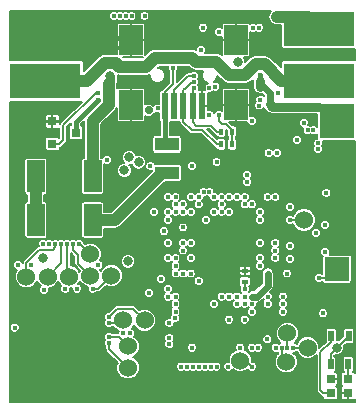
<source format=gbl>
G04 #@! TF.FileFunction,Copper,L4,Bot,Signal*
%FSLAX46Y46*%
G04 Gerber Fmt 4.6, Leading zero omitted, Abs format (unit mm)*
G04 Created by KiCad (PCBNEW 4.0.2+dfsg1-stable) date Mo 22 Aug 2016 12:27:58 CEST*
%MOMM*%
G01*
G04 APERTURE LIST*
%ADD10C,0.100000*%
%ADD11R,0.797560X0.797560*%
%ADD12R,6.000000X3.000000*%
%ADD13R,1.501140X2.700020*%
%ADD14R,0.800100X0.800100*%
%ADD15R,0.600000X0.400000*%
%ADD16R,0.500380X2.301240*%
%ADD17R,1.998980X2.499360*%
%ADD18R,0.400000X0.600000*%
%ADD19R,2.029460X1.140460*%
%ADD20R,1.270000X4.191000*%
%ADD21R,4.000000X4.000000*%
%ADD22R,6.000000X1.500000*%
%ADD23R,3.000000X3.000000*%
%ADD24R,2.032000X2.032000*%
%ADD25O,2.032000X2.032000*%
%ADD26R,0.500000X0.900000*%
%ADD27C,1.524000*%
%ADD28C,0.400000*%
%ADD29C,0.800000*%
%ADD30C,0.700000*%
%ADD31C,0.200000*%
%ADD32C,0.600000*%
%ADD33C,1.000000*%
%ADD34C,0.800000*%
%ADD35C,0.400000*%
%ADD36C,0.140000*%
G04 APERTURE END LIST*
D10*
D11*
X76049300Y-122350000D03*
X74550700Y-122350000D03*
D12*
X73600000Y-97100000D03*
D13*
X54400000Y-105200000D03*
X49599400Y-105200000D03*
D14*
X50999240Y-102450000D03*
X50999240Y-100550000D03*
X52998220Y-101500000D03*
D15*
X67300000Y-113200000D03*
X67300000Y-114100000D03*
D16*
X60499800Y-99249320D03*
X61299900Y-99249320D03*
X62100000Y-99249320D03*
X62900100Y-99249320D03*
X63700200Y-99249320D03*
D17*
X57649920Y-99150260D03*
X57649920Y-93651160D03*
X66550080Y-99150260D03*
X66550080Y-93651160D03*
D13*
X49599700Y-108900000D03*
X54400300Y-108900000D03*
D18*
X66200000Y-101400000D03*
X65300000Y-101400000D03*
D19*
X60700000Y-104903960D03*
X60700000Y-102496040D03*
D20*
X53846300Y-93204000D03*
X49553700Y-93204000D03*
D21*
X52900000Y-120800000D03*
D22*
X53900000Y-123550000D03*
D12*
X50400000Y-97100000D03*
D23*
X75100000Y-100500000D03*
D12*
X73600000Y-92700000D03*
X50400000Y-92700000D03*
D24*
X75100000Y-113060000D03*
D25*
X75100000Y-115600000D03*
D26*
X74550000Y-121100000D03*
X76050000Y-121100000D03*
D27*
X54200000Y-111800000D03*
X54200000Y-113600000D03*
X52400000Y-113700000D03*
X58800000Y-117400000D03*
X50600000Y-113700000D03*
X57000000Y-117400000D03*
X48800000Y-113700000D03*
X57400000Y-119600000D03*
X57400000Y-121400000D03*
X56000000Y-113600000D03*
X70900000Y-118500000D03*
X66900000Y-120800000D03*
X72300000Y-108900000D03*
X70800000Y-120900000D03*
X72600000Y-119700000D03*
D11*
X74551400Y-123550000D03*
X76050000Y-123550000D03*
D18*
X66200000Y-102500000D03*
X65300000Y-102500000D03*
D26*
X76100000Y-118700000D03*
X74600000Y-118700000D03*
D28*
X59200000Y-115050000D03*
X71100000Y-107800000D03*
X73300000Y-110000000D03*
X67925000Y-115375000D03*
X67275000Y-115375000D03*
X66625000Y-115375000D03*
X65975000Y-115375000D03*
X65325000Y-115375000D03*
X60775000Y-110825000D03*
X65975000Y-106925000D03*
X64675000Y-108225000D03*
X65325000Y-108225000D03*
X65975000Y-108225000D03*
X62725000Y-110825000D03*
X62075000Y-110825000D03*
X62075000Y-111475000D03*
X62725000Y-112125000D03*
X68575000Y-110825000D03*
X68575000Y-112125000D03*
X70850000Y-113425000D03*
X69225000Y-113425000D03*
X68575000Y-112775000D03*
X70525000Y-115375000D03*
X65975000Y-117325000D03*
X54900000Y-112700000D03*
X53100000Y-114700000D03*
X65100000Y-100000000D03*
D29*
X75100000Y-119700000D03*
X58300000Y-104000000D03*
X57400000Y-112400000D03*
X50200000Y-112100000D03*
X57500000Y-103600000D03*
D28*
X62725000Y-111475000D03*
X62725000Y-110175000D03*
X64675000Y-110175000D03*
X64675000Y-110825000D03*
X65325000Y-110825000D03*
X65325000Y-110175000D03*
X65975000Y-110175000D03*
X65975000Y-110825000D03*
X66625000Y-110825000D03*
X66625000Y-110175000D03*
X67275000Y-110175000D03*
X67275000Y-110825000D03*
X65100000Y-94500000D03*
X69400000Y-92600000D03*
X70200000Y-94200000D03*
X71400000Y-94600000D03*
X69375000Y-94625000D03*
X68049997Y-98800000D03*
X68300000Y-98300000D03*
X67800000Y-98100000D03*
X63600000Y-101900000D03*
X62800000Y-101900000D03*
X52875000Y-107525000D03*
X52875000Y-108775000D03*
X51625000Y-108775000D03*
X51625000Y-107525000D03*
X59800000Y-107000000D03*
X60315692Y-112415692D03*
X58392150Y-115007850D03*
X57100000Y-114900000D03*
X57600000Y-114900000D03*
X55800000Y-116100000D03*
X47950000Y-108700000D03*
X47950000Y-105300000D03*
X47950000Y-104200000D03*
X57450000Y-100800000D03*
X55400000Y-100800000D03*
X55400000Y-101800000D03*
X57450000Y-101800000D03*
X65400000Y-104000000D03*
X72800000Y-103850000D03*
X73550000Y-111100000D03*
X76100000Y-120100000D03*
X65325000Y-114725000D03*
X65975000Y-114725000D03*
X66625000Y-114725000D03*
X67925000Y-114725000D03*
X69875000Y-108875000D03*
X69875000Y-109525000D03*
X65975000Y-108875000D03*
X65325000Y-108875000D03*
X63375000Y-112125000D03*
X63375000Y-112775000D03*
X66625000Y-112775000D03*
X66625000Y-112125000D03*
X65975000Y-112125000D03*
X65975000Y-112775000D03*
X65325000Y-112775000D03*
X65325000Y-112125000D03*
X64675000Y-112125000D03*
X64675000Y-112775000D03*
X64025000Y-112125000D03*
X64025000Y-112775000D03*
X64025000Y-113425000D03*
X64675000Y-113425000D03*
X65325000Y-113425000D03*
X65975000Y-113425000D03*
X66625000Y-113425000D03*
X68575000Y-110175000D03*
X69225000Y-112125000D03*
X69875000Y-112775000D03*
X73550000Y-113300000D03*
X74050000Y-114500000D03*
X73550000Y-115300000D03*
X73400000Y-116700000D03*
X70900000Y-117100000D03*
X67100000Y-118950000D03*
X64700000Y-118950000D03*
X58900000Y-120000000D03*
X54700000Y-110700000D03*
X52700000Y-112100000D03*
X47800000Y-122000000D03*
X47800000Y-119350000D03*
X51150000Y-118050000D03*
X52450000Y-118050000D03*
X52450000Y-119350000D03*
X51150000Y-119350000D03*
X53100000Y-121300000D03*
X54400000Y-121300000D03*
X55900000Y-122200000D03*
X63200000Y-123200000D03*
X68100000Y-123200000D03*
X71600000Y-123200000D03*
X71900000Y-121300000D03*
X68900000Y-121400000D03*
X62200000Y-96050000D03*
X48150000Y-92050000D03*
X48150000Y-91500000D03*
X48150000Y-94800000D03*
X48150000Y-94250000D03*
X48150000Y-92600000D03*
X48150000Y-93150000D03*
X48150000Y-93700000D03*
X62992150Y-92592150D03*
X50700000Y-99100000D03*
X50000000Y-99900000D03*
X50000000Y-99100000D03*
X48500000Y-99100000D03*
X49250000Y-99100000D03*
X65100000Y-93500000D03*
X65100000Y-94000000D03*
X61700000Y-96050000D03*
X65400000Y-121300000D03*
X55200000Y-91700000D03*
X55200000Y-94700000D03*
X55200000Y-93700000D03*
X55200000Y-92700000D03*
X60800000Y-93400000D03*
X60700000Y-96050000D03*
X56580000Y-94287500D03*
X56580000Y-93512500D03*
X57820000Y-93512500D03*
X57820000Y-94287500D03*
X73550000Y-107800000D03*
X69650000Y-100050000D03*
X70550000Y-100050000D03*
X70550000Y-100950000D03*
X69650000Y-100950000D03*
X68100000Y-102150000D03*
X73550000Y-106800000D03*
X48500000Y-100800000D03*
X71100000Y-108900000D03*
X60450000Y-109850000D03*
X67925000Y-107575000D03*
X68600000Y-97600000D03*
X68600000Y-97100000D03*
X68600000Y-96600000D03*
D29*
X66700000Y-95500000D03*
X55900000Y-96700000D03*
D28*
X68000000Y-92600000D03*
X58800000Y-91600000D03*
X56200000Y-91600000D03*
X64800000Y-97600000D03*
X72300000Y-100700000D03*
X64300000Y-100000000D03*
X67900000Y-100500000D03*
X69300000Y-103200000D03*
X54400000Y-114700000D03*
X52094836Y-114717214D03*
D29*
X57100000Y-104700000D03*
D28*
X70000010Y-103200000D03*
X70900000Y-119700000D03*
X71700000Y-102100000D03*
X67900000Y-119700000D03*
X67900000Y-121300000D03*
X59600000Y-108200000D03*
X62075000Y-109525000D03*
X69875000Y-112125000D03*
X62075000Y-108225000D03*
X55600000Y-103800000D03*
X60775000Y-108875000D03*
X50200000Y-110900000D03*
X60775000Y-108225000D03*
X50700000Y-110900000D03*
X61425000Y-108225000D03*
X51250000Y-110900000D03*
X62075000Y-107575000D03*
X51750000Y-110900000D03*
X61425000Y-106925000D03*
X52250000Y-110900000D03*
X60775000Y-106925000D03*
X52750000Y-110900000D03*
X61425000Y-107575000D03*
X53250000Y-110900000D03*
X67925000Y-116025000D03*
X48100000Y-112700000D03*
X57600000Y-118500000D03*
X71400000Y-119700000D03*
X57200000Y-91600000D03*
X70525000Y-116025000D03*
X63900000Y-121300000D03*
X69225000Y-116025000D03*
X66900000Y-119700000D03*
X69225000Y-115375000D03*
X65900000Y-121300000D03*
X74100000Y-109300000D03*
X69875000Y-110825000D03*
X70100000Y-98100000D03*
X69875000Y-106925000D03*
X67275000Y-107575000D03*
X64300000Y-97700000D03*
X68575000Y-108225000D03*
X64400000Y-121300000D03*
X63375000Y-114075000D03*
X55800000Y-117100000D03*
X60900000Y-117600000D03*
X55800000Y-117600000D03*
X68575000Y-108875000D03*
X68400000Y-119700000D03*
X67500000Y-105700000D03*
X73500000Y-102900000D03*
X72600000Y-101300000D03*
X62725000Y-106925000D03*
X73100000Y-101300000D03*
X63375000Y-106925000D03*
X63800000Y-106500020D03*
X63375000Y-107575000D03*
X67500000Y-105100000D03*
X73500000Y-102400000D03*
X67275000Y-106925000D03*
X65325000Y-107575000D03*
X64300000Y-106500020D03*
X67925000Y-116675000D03*
X49200000Y-112700000D03*
X57000000Y-118500000D03*
X70400000Y-119700000D03*
X56700000Y-91600000D03*
X64675000Y-116025000D03*
X74200000Y-106600000D03*
X73900000Y-116800000D03*
X61400000Y-117200000D03*
X74100000Y-111600000D03*
X61425000Y-116675000D03*
X61425000Y-113425000D03*
X62800010Y-119699990D03*
X61425000Y-112775000D03*
X62400000Y-121299990D03*
X60775000Y-112125000D03*
X63400000Y-121300000D03*
X61425000Y-112125000D03*
X61900000Y-121299990D03*
X62075000Y-113425000D03*
X62900000Y-121299990D03*
X66625000Y-116025000D03*
X64900000Y-121300000D03*
X67275000Y-116025000D03*
X67275000Y-117325000D03*
X69200011Y-119000000D03*
X54900000Y-98700000D03*
D29*
X70000000Y-91700000D03*
X71000000Y-91700000D03*
D30*
X59150000Y-99600000D03*
D28*
X62800000Y-104300000D03*
X62725000Y-108225000D03*
X59300000Y-104300000D03*
X57700000Y-91600000D03*
X60900000Y-119400000D03*
X47800000Y-118000000D03*
X50300000Y-114800000D03*
X70525000Y-116675000D03*
X69900000Y-119700000D03*
X68600000Y-98700000D03*
X71100000Y-111100000D03*
X62725000Y-113425000D03*
X60200000Y-113900000D03*
X64675000Y-106925000D03*
X64025000Y-108875000D03*
X61425000Y-116025000D03*
X55800000Y-119300000D03*
X60900000Y-118900000D03*
X55800000Y-118800000D03*
X61425000Y-115375000D03*
X63000000Y-96700000D03*
X60775000Y-115375000D03*
X63000000Y-97200000D03*
X65325000Y-106925000D03*
X54900000Y-98100000D03*
X63750000Y-92600000D03*
X59900000Y-99450000D03*
X63600000Y-94500000D03*
X65100000Y-93000000D03*
X61200000Y-96050000D03*
X60775000Y-114725000D03*
X63000000Y-97700000D03*
X68500000Y-92600000D03*
X69225000Y-106925000D03*
X68500000Y-99200000D03*
X71100000Y-112200000D03*
X69875000Y-111475000D03*
X67275000Y-114725000D03*
X73550000Y-113800000D03*
X64900000Y-104000000D03*
X66625000Y-106925000D03*
D31*
X75100000Y-119700000D02*
X76100000Y-118700000D01*
X65100000Y-100500000D02*
X65100000Y-100000000D01*
X66200000Y-101400000D02*
X66200000Y-101300000D01*
X65400000Y-100800000D02*
X65100000Y-100500000D01*
X66200000Y-101300000D02*
X65700000Y-100800000D01*
X65700000Y-100800000D02*
X65400000Y-100800000D01*
X66200000Y-102500000D02*
X66200000Y-101400000D01*
X74550000Y-121100000D02*
X74550000Y-120250000D01*
X74550000Y-120250000D02*
X75100000Y-119700000D01*
D32*
X69225000Y-113425000D02*
X69225000Y-114300000D01*
X68325000Y-115375000D02*
X69225000Y-114475000D01*
X69225000Y-114475000D02*
X69225000Y-114300000D01*
X67925000Y-115375000D02*
X68325000Y-115375000D01*
D31*
X48150000Y-94800000D02*
X48150000Y-94849998D01*
X62075000Y-112775000D02*
X62075000Y-112182998D01*
X62075000Y-112182998D02*
X61617001Y-111724999D01*
X61617001Y-111724999D02*
X60582999Y-111724999D01*
X60582999Y-111724999D02*
X60315692Y-111992306D01*
X60315692Y-111992306D02*
X60315692Y-112415692D01*
X64675000Y-110175000D02*
X62725000Y-110175000D01*
X63375000Y-112775000D02*
X62075000Y-112775000D01*
X54400000Y-121300000D02*
X55000000Y-121300000D01*
X55000000Y-121300000D02*
X55900000Y-122200000D01*
X48557998Y-119350000D02*
X47800000Y-119350000D01*
X47800000Y-120107998D02*
X47800000Y-119350000D01*
X51150000Y-119350000D02*
X48557998Y-119350000D01*
X47800000Y-120107998D02*
X47800000Y-122000000D01*
X74550700Y-122350000D02*
X75149480Y-122350000D01*
X75149480Y-122350000D02*
X75300000Y-122199480D01*
X75300000Y-122199480D02*
X75300000Y-120500000D01*
X75300000Y-120500000D02*
X75700000Y-120100000D01*
X75700000Y-120100000D02*
X76100000Y-120100000D01*
X48150000Y-92600000D02*
X48150000Y-92050000D01*
X48150000Y-93150000D02*
X48150000Y-92600000D01*
X48150000Y-93700000D02*
X48150000Y-93150000D01*
X48150000Y-94250000D02*
X48150000Y-93700000D01*
X48150000Y-94800000D02*
X48150000Y-94250000D01*
X72300000Y-108900000D02*
X71100000Y-108900000D01*
D32*
X68600000Y-97600000D02*
X68900000Y-97600000D01*
X68900000Y-97600000D02*
X69400000Y-98100000D01*
X69400000Y-98100000D02*
X69400000Y-99100000D01*
D31*
X54400300Y-100500000D02*
X54400000Y-100500300D01*
D33*
X54400000Y-100500300D02*
X54400000Y-105200000D01*
D34*
X69400000Y-99100000D02*
X69600000Y-99300000D01*
D35*
X68600000Y-97100000D02*
X68600000Y-96600000D01*
D34*
X68600000Y-97600000D02*
X68600000Y-97100000D01*
D33*
X55764291Y-99136009D02*
X55764291Y-97335709D01*
D34*
X55764291Y-97335709D02*
X55900000Y-97200000D01*
X55900000Y-97200000D02*
X55900000Y-96700000D01*
X70100000Y-99300000D02*
X69600000Y-99300000D01*
D31*
X75100000Y-100500000D02*
X74800000Y-100500000D01*
X74800000Y-100500000D02*
X73600000Y-99300000D01*
D34*
X72200000Y-99300000D02*
X73600000Y-99300000D01*
X70849998Y-99300000D02*
X70100000Y-99300000D01*
X72200000Y-99300000D02*
X70849998Y-99300000D01*
D33*
X55764291Y-99136009D02*
X54400300Y-100500000D01*
D31*
X56000000Y-113600000D02*
X54900000Y-114700000D01*
X54900000Y-114700000D02*
X54400000Y-114700000D01*
X70900000Y-119700000D02*
X70900000Y-118500000D01*
X66900000Y-120800000D02*
X67400000Y-120800000D01*
X67400000Y-120800000D02*
X67900000Y-121300000D01*
X51250000Y-110900000D02*
X51250000Y-111182842D01*
X51250000Y-111182842D02*
X51032842Y-111400000D01*
X51032842Y-111400000D02*
X49907998Y-111400000D01*
X49907998Y-111400000D02*
X48799999Y-112507999D01*
X48799999Y-112507999D02*
X48799999Y-113699999D01*
X48799999Y-113699999D02*
X48800000Y-113700000D01*
X51750000Y-110900000D02*
X51750000Y-112550000D01*
X51750000Y-112550000D02*
X50600000Y-113700000D01*
X52250000Y-110900000D02*
X52250000Y-113550000D01*
X52250000Y-113550000D02*
X52400000Y-113700000D01*
X52750000Y-110900000D02*
X52750000Y-111450000D01*
X52750000Y-111450000D02*
X53187999Y-111887999D01*
X53187999Y-111887999D02*
X53187999Y-112587999D01*
X53187999Y-112587999D02*
X53438001Y-112838001D01*
X53438001Y-112838001D02*
X54200000Y-113600000D01*
X53250000Y-110900000D02*
X53300000Y-110900000D01*
X53300000Y-110900000D02*
X54200000Y-111800000D01*
X71400000Y-119700000D02*
X72600000Y-119700000D01*
X58800000Y-117400000D02*
X57787999Y-116387999D01*
X57787999Y-116387999D02*
X56512001Y-116387999D01*
X56512001Y-116387999D02*
X55949999Y-116950001D01*
X55949999Y-116950001D02*
X55800000Y-117100000D01*
X57000000Y-117400000D02*
X56800000Y-117600000D01*
X56800000Y-117600000D02*
X55800000Y-117600000D01*
X70800000Y-120900000D02*
X70400000Y-120500000D01*
X70400000Y-120500000D02*
X70400000Y-119700000D01*
D35*
X54201780Y-99398220D02*
X52998220Y-100601780D01*
X52998220Y-100601780D02*
X52998220Y-101500000D01*
X54201780Y-99398220D02*
X54900000Y-98700000D01*
D33*
X70000000Y-91700000D02*
X70200000Y-91700000D01*
X70200000Y-91700000D02*
X72600000Y-91700000D01*
X72600000Y-91700000D02*
X73600000Y-92700000D01*
D31*
X55800000Y-119300000D02*
X55800000Y-119800000D01*
X55800000Y-119800000D02*
X57400000Y-121400000D01*
X57400000Y-119600000D02*
X56600000Y-118800000D01*
X56600000Y-118800000D02*
X55800000Y-118800000D01*
X61299900Y-99249320D02*
X61299900Y-97898700D01*
X61299900Y-97898700D02*
X62498600Y-96700000D01*
X62498600Y-96700000D02*
X63000000Y-96700000D01*
X64900000Y-102500000D02*
X65300000Y-102500000D01*
X62100000Y-99249320D02*
X62100000Y-100599940D01*
X63699940Y-101299940D02*
X64900000Y-102500000D01*
X62100000Y-100599940D02*
X62800000Y-101299940D01*
X62800000Y-101299940D02*
X63699940Y-101299940D01*
X62298700Y-97700000D02*
X62298700Y-97689168D01*
X62298700Y-97689168D02*
X62787868Y-97200000D01*
X62787868Y-97200000D02*
X63000000Y-97200000D01*
X62100000Y-97898700D02*
X62298700Y-97700000D01*
X62100000Y-99249320D02*
X62100000Y-97898700D01*
X54900000Y-98100000D02*
X54687868Y-98100000D01*
X51599290Y-102450000D02*
X50999240Y-102450000D01*
X54687868Y-98100000D02*
X51900000Y-100887868D01*
X51900000Y-100887868D02*
X51900000Y-102149290D01*
X51900000Y-102149290D02*
X51599290Y-102450000D01*
D33*
X60296040Y-104903960D02*
X56300000Y-108900000D01*
X56300000Y-108900000D02*
X54400300Y-108900000D01*
X60700000Y-104903960D02*
X60296040Y-104903960D01*
D35*
X60499800Y-99249320D02*
X60499800Y-102295840D01*
X60499800Y-102295840D02*
X60700000Y-102496040D01*
D31*
X60499800Y-99249320D02*
X60499800Y-98092202D01*
X60499800Y-98092202D02*
X61200000Y-97392002D01*
X61200000Y-97392002D02*
X61200000Y-96262132D01*
X61200000Y-96262132D02*
X61200000Y-96050000D01*
D33*
X49599400Y-105200000D02*
X49599400Y-108899700D01*
D31*
X49599400Y-108899700D02*
X49599700Y-108900000D01*
X65300000Y-101400000D02*
X64900000Y-101400000D01*
X64900000Y-101400000D02*
X64400000Y-100900000D01*
X64400000Y-100900000D02*
X63200160Y-100900000D01*
X63200160Y-100900000D02*
X62900100Y-100599940D01*
X62900100Y-100599940D02*
X62900100Y-99249320D01*
X62900100Y-99249320D02*
X62900100Y-97799900D01*
X62900100Y-97799900D02*
X63000000Y-97700000D01*
D33*
X64850121Y-95500000D02*
X65950122Y-96600001D01*
X65950122Y-96600001D02*
X67327193Y-96600001D01*
X67327193Y-96600001D02*
X68227204Y-95699990D01*
X68227204Y-95699990D02*
X68972796Y-95699990D01*
X68972796Y-95699990D02*
X70372806Y-97100000D01*
X70372806Y-97100000D02*
X73600000Y-97100000D01*
X50400000Y-97100000D02*
X53944351Y-97100000D01*
X53944351Y-97100000D02*
X55444361Y-95599990D01*
X55444361Y-95599990D02*
X56355639Y-95599990D01*
X59699880Y-95149999D02*
X62849999Y-95149999D01*
X56355639Y-95599990D02*
X56655649Y-95900000D01*
X56655649Y-95900000D02*
X58949879Y-95900000D01*
X58949879Y-95900000D02*
X59699880Y-95149999D01*
X62849999Y-95149999D02*
X63200000Y-95500000D01*
X63200000Y-95500000D02*
X64850121Y-95500000D01*
D31*
X75100000Y-113060000D02*
X74360000Y-113800000D01*
X74360000Y-113800000D02*
X73550000Y-113800000D01*
X67300000Y-114100000D02*
X67300000Y-114700000D01*
X67300000Y-114700000D02*
X67275000Y-114725000D01*
X76050000Y-121100000D02*
X76050000Y-122349300D01*
X76050000Y-122349300D02*
X76049300Y-122350000D01*
X73700000Y-123300000D02*
X73950000Y-123550000D01*
X73950000Y-123550000D02*
X74551400Y-123550000D01*
X73700000Y-120097762D02*
X73700000Y-123300000D01*
X74600000Y-118700000D02*
X74600000Y-119197762D01*
X74600000Y-119197762D02*
X73700000Y-120097762D01*
D36*
G36*
X60780073Y-95966090D02*
X60779928Y-96133177D01*
X60843734Y-96287600D01*
X60880000Y-96323929D01*
X60880000Y-97259454D01*
X60273526Y-97865928D01*
X60267872Y-97874390D01*
X60249610Y-97874390D01*
X60168083Y-97889730D01*
X60093205Y-97937913D01*
X60042972Y-98011431D01*
X60025300Y-98098700D01*
X60025300Y-99047260D01*
X59983910Y-99030073D01*
X59816823Y-99029928D01*
X59662400Y-99093734D01*
X59556023Y-99199926D01*
X59473301Y-99117059D01*
X59263877Y-99030099D01*
X59037117Y-99029901D01*
X58854180Y-99105490D01*
X58869410Y-99090260D01*
X58869410Y-97856819D01*
X58835917Y-97775960D01*
X58774030Y-97714073D01*
X58693170Y-97680580D01*
X57709920Y-97680580D01*
X57654920Y-97735580D01*
X57654920Y-99145260D01*
X57674920Y-99145260D01*
X57674920Y-99155260D01*
X57654920Y-99155260D01*
X57654920Y-100564940D01*
X57709920Y-100619940D01*
X58693170Y-100619940D01*
X58774030Y-100586447D01*
X58835917Y-100524560D01*
X58869410Y-100443701D01*
X58869410Y-100100676D01*
X59036123Y-100169901D01*
X59262883Y-100170099D01*
X59472457Y-100083504D01*
X59632941Y-99923301D01*
X59678779Y-99812910D01*
X59816090Y-99869927D01*
X59983177Y-99870072D01*
X60025300Y-99852667D01*
X60025300Y-100399940D01*
X60040640Y-100481467D01*
X60079800Y-100542323D01*
X60079800Y-101701500D01*
X59685270Y-101701500D01*
X59603743Y-101716840D01*
X59528865Y-101765023D01*
X59478632Y-101838541D01*
X59460960Y-101925810D01*
X59460960Y-103066270D01*
X59476300Y-103147797D01*
X59524483Y-103222675D01*
X59598001Y-103272908D01*
X59685270Y-103290580D01*
X61714730Y-103290580D01*
X61754074Y-103283177D01*
X68879928Y-103283177D01*
X68943734Y-103437600D01*
X69061779Y-103555851D01*
X69216090Y-103619927D01*
X69383177Y-103620072D01*
X69537600Y-103556266D01*
X69650097Y-103443965D01*
X69761789Y-103555851D01*
X69916100Y-103619927D01*
X70083187Y-103620072D01*
X70237610Y-103556266D01*
X70355861Y-103438221D01*
X70419937Y-103283910D01*
X70420082Y-103116823D01*
X70356276Y-102962400D01*
X70238231Y-102844149D01*
X70083920Y-102780073D01*
X69916833Y-102779928D01*
X69762410Y-102843734D01*
X69649913Y-102956035D01*
X69538221Y-102844149D01*
X69383910Y-102780073D01*
X69216823Y-102779928D01*
X69062400Y-102843734D01*
X68944149Y-102961779D01*
X68880073Y-103116090D01*
X68879928Y-103283177D01*
X61754074Y-103283177D01*
X61796257Y-103275240D01*
X61871135Y-103227057D01*
X61921368Y-103153539D01*
X61939040Y-103066270D01*
X61939040Y-101925810D01*
X61923700Y-101844283D01*
X61875517Y-101769405D01*
X61801999Y-101719172D01*
X61714730Y-101701500D01*
X60919800Y-101701500D01*
X60919800Y-100577442D01*
X60962441Y-100606578D01*
X61049710Y-100624250D01*
X61550090Y-100624250D01*
X61631617Y-100608910D01*
X61700800Y-100564392D01*
X61762541Y-100606578D01*
X61782109Y-100610540D01*
X61804359Y-100722399D01*
X61869574Y-100820000D01*
X61873726Y-100826214D01*
X62573725Y-101526214D01*
X62677541Y-101595581D01*
X62800000Y-101619940D01*
X63567392Y-101619940D01*
X64673726Y-102726274D01*
X64777541Y-102795641D01*
X64878654Y-102815754D01*
X64891030Y-102881527D01*
X64939213Y-102956405D01*
X65012731Y-103006638D01*
X65100000Y-103024310D01*
X65500000Y-103024310D01*
X65581527Y-103008970D01*
X65656405Y-102960787D01*
X65706638Y-102887269D01*
X65724310Y-102800000D01*
X65724310Y-102200000D01*
X65708970Y-102118473D01*
X65660787Y-102043595D01*
X65587269Y-101993362D01*
X65500000Y-101975690D01*
X65100000Y-101975690D01*
X65018473Y-101991030D01*
X64943595Y-102039213D01*
X64922555Y-102070007D01*
X64072548Y-101220000D01*
X64267452Y-101220000D01*
X64673726Y-101626274D01*
X64777541Y-101695641D01*
X64878654Y-101715754D01*
X64891030Y-101781527D01*
X64939213Y-101856405D01*
X65012731Y-101906638D01*
X65100000Y-101924310D01*
X65500000Y-101924310D01*
X65581527Y-101908970D01*
X65656405Y-101860787D01*
X65706638Y-101787269D01*
X65724310Y-101700000D01*
X65724310Y-101276858D01*
X65775690Y-101328238D01*
X65775690Y-101700000D01*
X65791030Y-101781527D01*
X65839213Y-101856405D01*
X65880000Y-101884274D01*
X65880000Y-102015787D01*
X65843595Y-102039213D01*
X65793362Y-102112731D01*
X65775690Y-102200000D01*
X65775690Y-102800000D01*
X65791030Y-102881527D01*
X65839213Y-102956405D01*
X65912731Y-103006638D01*
X66000000Y-103024310D01*
X66400000Y-103024310D01*
X66481527Y-103008970D01*
X66556405Y-102960787D01*
X66606638Y-102887269D01*
X66624310Y-102800000D01*
X66624310Y-102200000D01*
X66621145Y-102183177D01*
X71279928Y-102183177D01*
X71343734Y-102337600D01*
X71461779Y-102455851D01*
X71616090Y-102519927D01*
X71783177Y-102520072D01*
X71937600Y-102456266D01*
X72055851Y-102338221D01*
X72119927Y-102183910D01*
X72120072Y-102016823D01*
X72056266Y-101862400D01*
X71938221Y-101744149D01*
X71783910Y-101680073D01*
X71616823Y-101679928D01*
X71462400Y-101743734D01*
X71344149Y-101861779D01*
X71280073Y-102016090D01*
X71279928Y-102183177D01*
X66621145Y-102183177D01*
X66608970Y-102118473D01*
X66560787Y-102043595D01*
X66520000Y-102015726D01*
X66520000Y-101884213D01*
X66556405Y-101860787D01*
X66606638Y-101787269D01*
X66624310Y-101700000D01*
X66624310Y-101100000D01*
X66608970Y-101018473D01*
X66560787Y-100943595D01*
X66487269Y-100893362D01*
X66400000Y-100875690D01*
X66228238Y-100875690D01*
X65972488Y-100619940D01*
X66490080Y-100619940D01*
X66545080Y-100564940D01*
X66545080Y-99155260D01*
X66555080Y-99155260D01*
X66555080Y-100564940D01*
X66610080Y-100619940D01*
X67495118Y-100619940D01*
X67543734Y-100737600D01*
X67661779Y-100855851D01*
X67816090Y-100919927D01*
X67983177Y-100920072D01*
X68137600Y-100856266D01*
X68255851Y-100738221D01*
X68319927Y-100583910D01*
X68320072Y-100416823D01*
X68256266Y-100262400D01*
X68138221Y-100144149D01*
X67983910Y-100080073D01*
X67816823Y-100079928D01*
X67769570Y-100099452D01*
X67769570Y-99210260D01*
X67714570Y-99155260D01*
X66555080Y-99155260D01*
X66545080Y-99155260D01*
X65385590Y-99155260D01*
X65330590Y-99210260D01*
X65330590Y-99640980D01*
X65183910Y-99580073D01*
X65016823Y-99579928D01*
X64862400Y-99643734D01*
X64744149Y-99761779D01*
X64699970Y-99868173D01*
X64656266Y-99762400D01*
X64538221Y-99644149D01*
X64383910Y-99580073D01*
X64216823Y-99579928D01*
X64170390Y-99599114D01*
X64170390Y-99309320D01*
X64115390Y-99254320D01*
X63705200Y-99254320D01*
X63705200Y-99274320D01*
X63695200Y-99274320D01*
X63695200Y-99254320D01*
X63675200Y-99254320D01*
X63675200Y-99244320D01*
X63695200Y-99244320D01*
X63695200Y-97933700D01*
X63640200Y-97878700D01*
X63406250Y-97878700D01*
X63375231Y-97891548D01*
X63419927Y-97783910D01*
X63420072Y-97616823D01*
X63356266Y-97462400D01*
X63343969Y-97450082D01*
X63355851Y-97438221D01*
X63419927Y-97283910D01*
X63420072Y-97116823D01*
X63356266Y-96962400D01*
X63343969Y-96950082D01*
X63355851Y-96938221D01*
X63419927Y-96783910D01*
X63420072Y-96616823D01*
X63356266Y-96462400D01*
X63238221Y-96344149D01*
X63083910Y-96280073D01*
X62916823Y-96279928D01*
X62762400Y-96343734D01*
X62726071Y-96380000D01*
X62498600Y-96380000D01*
X62376141Y-96404359D01*
X62323889Y-96439273D01*
X62272326Y-96473726D01*
X61520000Y-97226052D01*
X61520000Y-96324010D01*
X61555851Y-96288221D01*
X61619927Y-96133910D01*
X61620072Y-95966823D01*
X61600725Y-95919999D01*
X62531055Y-95919999D01*
X62655528Y-96044472D01*
X62905334Y-96211387D01*
X63200000Y-96270000D01*
X63733449Y-96270000D01*
X63732329Y-96271118D01*
X63630176Y-96517128D01*
X63629944Y-96783503D01*
X63731667Y-97029691D01*
X63919858Y-97218211D01*
X64142472Y-97310649D01*
X64062400Y-97343734D01*
X63944149Y-97461779D01*
X63880073Y-97616090D01*
X63879928Y-97783177D01*
X63919397Y-97878700D01*
X63760200Y-97878700D01*
X63705200Y-97933700D01*
X63705200Y-99244320D01*
X64115390Y-99244320D01*
X64170390Y-99189320D01*
X64170390Y-98100951D01*
X64216090Y-98119927D01*
X64383177Y-98120072D01*
X64537600Y-98056266D01*
X64615743Y-97978259D01*
X64716090Y-98019927D01*
X64883177Y-98020072D01*
X65037600Y-97956266D01*
X65137220Y-97856819D01*
X65330590Y-97856819D01*
X65330590Y-99090260D01*
X65385590Y-99145260D01*
X66545080Y-99145260D01*
X66545080Y-97735580D01*
X66555080Y-97735580D01*
X66555080Y-99145260D01*
X67714570Y-99145260D01*
X67769570Y-99090260D01*
X67769570Y-97856819D01*
X67736077Y-97775960D01*
X67674190Y-97714073D01*
X67593330Y-97680580D01*
X66610080Y-97680580D01*
X66555080Y-97735580D01*
X66545080Y-97735580D01*
X66490080Y-97680580D01*
X65506830Y-97680580D01*
X65425970Y-97714073D01*
X65364083Y-97775960D01*
X65330590Y-97856819D01*
X65137220Y-97856819D01*
X65155851Y-97838221D01*
X65219927Y-97683910D01*
X65220072Y-97516823D01*
X65156266Y-97362400D01*
X65038221Y-97244149D01*
X64883910Y-97180073D01*
X64717444Y-97179929D01*
X64866951Y-97030682D01*
X64969104Y-96784672D01*
X64969171Y-96707994D01*
X65405650Y-97144473D01*
X65655456Y-97311388D01*
X65950122Y-97370001D01*
X67327193Y-97370001D01*
X67621859Y-97311388D01*
X67871665Y-97144473D01*
X67995857Y-97020281D01*
X67980000Y-97100000D01*
X67980000Y-97600000D01*
X68027195Y-97837264D01*
X68161594Y-98038406D01*
X68362736Y-98172805D01*
X68600000Y-98220000D01*
X68753980Y-98189371D01*
X68880000Y-98315391D01*
X68880000Y-98386001D01*
X68838221Y-98344149D01*
X68683910Y-98280073D01*
X68516823Y-98279928D01*
X68362400Y-98343734D01*
X68244149Y-98461779D01*
X68180073Y-98616090D01*
X68179928Y-98783177D01*
X68221726Y-98884337D01*
X68144149Y-98961779D01*
X68080073Y-99116090D01*
X68079928Y-99283177D01*
X68143734Y-99437600D01*
X68261779Y-99555851D01*
X68416090Y-99619927D01*
X68583177Y-99620072D01*
X68737600Y-99556266D01*
X68855851Y-99438221D01*
X68870722Y-99402407D01*
X68961594Y-99538406D01*
X69161594Y-99738406D01*
X69362736Y-99872805D01*
X69600000Y-99920000D01*
X73375690Y-99920000D01*
X73375690Y-100981683D01*
X73338221Y-100944149D01*
X73183910Y-100880073D01*
X73016823Y-100879928D01*
X72862400Y-100943734D01*
X72850082Y-100956031D01*
X72838221Y-100944149D01*
X72683910Y-100880073D01*
X72679998Y-100880070D01*
X72719927Y-100783910D01*
X72720072Y-100616823D01*
X72656266Y-100462400D01*
X72538221Y-100344149D01*
X72383910Y-100280073D01*
X72216823Y-100279928D01*
X72062400Y-100343734D01*
X71944149Y-100461779D01*
X71880073Y-100616090D01*
X71879928Y-100783177D01*
X71943734Y-100937600D01*
X72061779Y-101055851D01*
X72216090Y-101119927D01*
X72220002Y-101119930D01*
X72180073Y-101216090D01*
X72179928Y-101383177D01*
X72243734Y-101537600D01*
X72361779Y-101655851D01*
X72516090Y-101719927D01*
X72683177Y-101720072D01*
X72837600Y-101656266D01*
X72849918Y-101643969D01*
X72861779Y-101655851D01*
X73016090Y-101719927D01*
X73183177Y-101720072D01*
X73337600Y-101656266D01*
X73375690Y-101618242D01*
X73375690Y-101996924D01*
X73262400Y-102043734D01*
X73144149Y-102161779D01*
X73080073Y-102316090D01*
X73079928Y-102483177D01*
X73143734Y-102637600D01*
X73156031Y-102649918D01*
X73144149Y-102661779D01*
X73080073Y-102816090D01*
X73079928Y-102983177D01*
X73143734Y-103137600D01*
X73261779Y-103255851D01*
X73416090Y-103319927D01*
X73583177Y-103320072D01*
X73737600Y-103256266D01*
X73855851Y-103138221D01*
X73919927Y-102983910D01*
X73920072Y-102816823D01*
X73856266Y-102662400D01*
X73843969Y-102650082D01*
X73855851Y-102638221D01*
X73919927Y-102483910D01*
X73920072Y-102316823D01*
X73881847Y-102224310D01*
X76600000Y-102224310D01*
X76630000Y-102218665D01*
X76630000Y-121827656D01*
X76608867Y-121794815D01*
X76535349Y-121744582D01*
X76448080Y-121726910D01*
X76431349Y-121726910D01*
X76456405Y-121710787D01*
X76506638Y-121637269D01*
X76524310Y-121550000D01*
X76524310Y-120650000D01*
X76508970Y-120568473D01*
X76460787Y-120493595D01*
X76387269Y-120443362D01*
X76300000Y-120425690D01*
X75800000Y-120425690D01*
X75718473Y-120441030D01*
X75643595Y-120489213D01*
X75593362Y-120562731D01*
X75575690Y-120650000D01*
X75575690Y-121550000D01*
X75591030Y-121631527D01*
X75639213Y-121706405D01*
X75669223Y-121726910D01*
X75650520Y-121726910D01*
X75568993Y-121742250D01*
X75494115Y-121790433D01*
X75443882Y-121863951D01*
X75426210Y-121951220D01*
X75426210Y-122748780D01*
X75441550Y-122830307D01*
X75489733Y-122905185D01*
X75557887Y-122951753D01*
X75526600Y-122964713D01*
X75464713Y-123026600D01*
X75431220Y-123107460D01*
X75431220Y-123490000D01*
X75486220Y-123545000D01*
X76045000Y-123545000D01*
X76045000Y-123525000D01*
X76055000Y-123525000D01*
X76055000Y-123545000D01*
X76075000Y-123545000D01*
X76075000Y-123555000D01*
X76055000Y-123555000D01*
X76055000Y-124113780D01*
X76110000Y-124168780D01*
X76492541Y-124168780D01*
X76573400Y-124135287D01*
X76630000Y-124078687D01*
X76630000Y-124330000D01*
X47370000Y-124330000D01*
X47370000Y-118083177D01*
X47379928Y-118083177D01*
X47443734Y-118237600D01*
X47561779Y-118355851D01*
X47716090Y-118419927D01*
X47883177Y-118420072D01*
X48037600Y-118356266D01*
X48155851Y-118238221D01*
X48219927Y-118083910D01*
X48220072Y-117916823D01*
X48156266Y-117762400D01*
X48038221Y-117644149D01*
X47883910Y-117580073D01*
X47716823Y-117579928D01*
X47562400Y-117643734D01*
X47444149Y-117761779D01*
X47380073Y-117916090D01*
X47379928Y-118083177D01*
X47370000Y-118083177D01*
X47370000Y-117183177D01*
X55379928Y-117183177D01*
X55443734Y-117337600D01*
X55456031Y-117349918D01*
X55444149Y-117361779D01*
X55380073Y-117516090D01*
X55379928Y-117683177D01*
X55443734Y-117837600D01*
X55561779Y-117955851D01*
X55716090Y-118019927D01*
X55883177Y-118020072D01*
X56037600Y-117956266D01*
X56073929Y-117920000D01*
X56152333Y-117920000D01*
X56167015Y-117955532D01*
X56443015Y-118232014D01*
X56625111Y-118307627D01*
X56580073Y-118416090D01*
X56580018Y-118480000D01*
X56074010Y-118480000D01*
X56038221Y-118444149D01*
X55883910Y-118380073D01*
X55716823Y-118379928D01*
X55562400Y-118443734D01*
X55444149Y-118561779D01*
X55380073Y-118716090D01*
X55379928Y-118883177D01*
X55443734Y-119037600D01*
X55456031Y-119049918D01*
X55444149Y-119061779D01*
X55380073Y-119216090D01*
X55379928Y-119383177D01*
X55443734Y-119537600D01*
X55480000Y-119573929D01*
X55480000Y-119800000D01*
X55504359Y-119922459D01*
X55539669Y-119975304D01*
X55573726Y-120026274D01*
X56515901Y-120968449D01*
X56418170Y-121203811D01*
X56417829Y-121594475D01*
X56567015Y-121955532D01*
X56843015Y-122232014D01*
X57203811Y-122381830D01*
X57594475Y-122382171D01*
X57955532Y-122232985D01*
X58232014Y-121956985D01*
X58381830Y-121596189D01*
X58382015Y-121383167D01*
X61479928Y-121383167D01*
X61543734Y-121537590D01*
X61661779Y-121655841D01*
X61816090Y-121719917D01*
X61983177Y-121720062D01*
X62137600Y-121656256D01*
X62149918Y-121643959D01*
X62161779Y-121655841D01*
X62316090Y-121719917D01*
X62483177Y-121720062D01*
X62637600Y-121656256D01*
X62649918Y-121643959D01*
X62661779Y-121655841D01*
X62816090Y-121719917D01*
X62983177Y-121720062D01*
X63137600Y-121656256D01*
X63149913Y-121643964D01*
X63161779Y-121655851D01*
X63316090Y-121719927D01*
X63483177Y-121720072D01*
X63637600Y-121656266D01*
X63649918Y-121643969D01*
X63661779Y-121655851D01*
X63816090Y-121719927D01*
X63983177Y-121720072D01*
X64137600Y-121656266D01*
X64149918Y-121643969D01*
X64161779Y-121655851D01*
X64316090Y-121719927D01*
X64483177Y-121720072D01*
X64637600Y-121656266D01*
X64649918Y-121643969D01*
X64661779Y-121655851D01*
X64816090Y-121719927D01*
X64983177Y-121720072D01*
X65137600Y-121656266D01*
X65255851Y-121538221D01*
X65319927Y-121383910D01*
X65319927Y-121383177D01*
X65479928Y-121383177D01*
X65543734Y-121537600D01*
X65661779Y-121655851D01*
X65816090Y-121719927D01*
X65983177Y-121720072D01*
X66137600Y-121656266D01*
X66252613Y-121541454D01*
X66343015Y-121632014D01*
X66703811Y-121781830D01*
X67094475Y-121782171D01*
X67455532Y-121632985D01*
X67547402Y-121541275D01*
X67661779Y-121655851D01*
X67816090Y-121719927D01*
X67983177Y-121720072D01*
X68137600Y-121656266D01*
X68255851Y-121538221D01*
X68319927Y-121383910D01*
X68320072Y-121216823D01*
X68256266Y-121062400D01*
X68138221Y-120944149D01*
X67983910Y-120880073D01*
X67932576Y-120880028D01*
X67881976Y-120829428D01*
X67882171Y-120605525D01*
X67732985Y-120244468D01*
X67456985Y-119967986D01*
X67274889Y-119892373D01*
X67319927Y-119783910D01*
X67319927Y-119783177D01*
X67479928Y-119783177D01*
X67543734Y-119937600D01*
X67661779Y-120055851D01*
X67816090Y-120119927D01*
X67983177Y-120120072D01*
X68137600Y-120056266D01*
X68149918Y-120043969D01*
X68161779Y-120055851D01*
X68316090Y-120119927D01*
X68483177Y-120120072D01*
X68637600Y-120056266D01*
X68755851Y-119938221D01*
X68819927Y-119783910D01*
X68819927Y-119783177D01*
X69479928Y-119783177D01*
X69543734Y-119937600D01*
X69661779Y-120055851D01*
X69816090Y-120119927D01*
X69983177Y-120120072D01*
X70080000Y-120080066D01*
X70080000Y-120231196D01*
X69967986Y-120343015D01*
X69818170Y-120703811D01*
X69817829Y-121094475D01*
X69967015Y-121455532D01*
X70243015Y-121732014D01*
X70603811Y-121881830D01*
X70994475Y-121882171D01*
X71355532Y-121732985D01*
X71632014Y-121456985D01*
X71781830Y-121096189D01*
X71782171Y-120705525D01*
X71632985Y-120344468D01*
X71408916Y-120120008D01*
X71483177Y-120120072D01*
X71637600Y-120056266D01*
X71670931Y-120022993D01*
X71767015Y-120255532D01*
X72043015Y-120532014D01*
X72403811Y-120681830D01*
X72794475Y-120682171D01*
X73155532Y-120532985D01*
X73380000Y-120308908D01*
X73380000Y-123300000D01*
X73404359Y-123422459D01*
X73473726Y-123526274D01*
X73723726Y-123776274D01*
X73827541Y-123845641D01*
X73928310Y-123865686D01*
X73928310Y-123948780D01*
X73943650Y-124030307D01*
X73991833Y-124105185D01*
X74065351Y-124155418D01*
X74152620Y-124173090D01*
X74950180Y-124173090D01*
X75031707Y-124157750D01*
X75106585Y-124109567D01*
X75156818Y-124036049D01*
X75174490Y-123948780D01*
X75174490Y-123610000D01*
X75431220Y-123610000D01*
X75431220Y-123992540D01*
X75464713Y-124073400D01*
X75526600Y-124135287D01*
X75607459Y-124168780D01*
X75990000Y-124168780D01*
X76045000Y-124113780D01*
X76045000Y-123555000D01*
X75486220Y-123555000D01*
X75431220Y-123610000D01*
X75174490Y-123610000D01*
X75174490Y-123151220D01*
X75159150Y-123069693D01*
X75110967Y-122994815D01*
X75042813Y-122948247D01*
X75074100Y-122935287D01*
X75135987Y-122873400D01*
X75169480Y-122792540D01*
X75169480Y-122410000D01*
X75114480Y-122355000D01*
X74555700Y-122355000D01*
X74555700Y-122375000D01*
X74545700Y-122375000D01*
X74545700Y-122355000D01*
X74525700Y-122355000D01*
X74525700Y-122345000D01*
X74545700Y-122345000D01*
X74545700Y-122325000D01*
X74555700Y-122325000D01*
X74555700Y-122345000D01*
X75114480Y-122345000D01*
X75169480Y-122290000D01*
X75169480Y-121907460D01*
X75135987Y-121826600D01*
X75074100Y-121764713D01*
X74993241Y-121731220D01*
X74924651Y-121731220D01*
X74956405Y-121710787D01*
X75006638Y-121637269D01*
X75024310Y-121550000D01*
X75024310Y-120650000D01*
X75008970Y-120568473D01*
X74960787Y-120493595D01*
X74887269Y-120443362D01*
X74870000Y-120439865D01*
X74870000Y-120382548D01*
X74945412Y-120307136D01*
X74976133Y-120319893D01*
X75222785Y-120320108D01*
X75450743Y-120225917D01*
X75625304Y-120051661D01*
X75719893Y-119823867D01*
X75720108Y-119577215D01*
X75707017Y-119545531D01*
X75878238Y-119374310D01*
X76350000Y-119374310D01*
X76431527Y-119358970D01*
X76506405Y-119310787D01*
X76556638Y-119237269D01*
X76574310Y-119150000D01*
X76574310Y-118250000D01*
X76558970Y-118168473D01*
X76510787Y-118093595D01*
X76437269Y-118043362D01*
X76350000Y-118025690D01*
X75850000Y-118025690D01*
X75768473Y-118041030D01*
X75693595Y-118089213D01*
X75643362Y-118162731D01*
X75625690Y-118250000D01*
X75625690Y-118721762D01*
X75254588Y-119092864D01*
X75223867Y-119080107D01*
X75074310Y-119079977D01*
X75074310Y-118250000D01*
X75058970Y-118168473D01*
X75010787Y-118093595D01*
X74937269Y-118043362D01*
X74850000Y-118025690D01*
X74350000Y-118025690D01*
X74268473Y-118041030D01*
X74193595Y-118089213D01*
X74143362Y-118162731D01*
X74125690Y-118250000D01*
X74125690Y-119150000D01*
X74136700Y-119208514D01*
X73581946Y-119763268D01*
X73582171Y-119505525D01*
X73432985Y-119144468D01*
X73156985Y-118867986D01*
X72796189Y-118718170D01*
X72405525Y-118717829D01*
X72044468Y-118867015D01*
X71767986Y-119143015D01*
X71670882Y-119376867D01*
X71638221Y-119344149D01*
X71501302Y-119287295D01*
X71732014Y-119056985D01*
X71881830Y-118696189D01*
X71882171Y-118305525D01*
X71732985Y-117944468D01*
X71456985Y-117667986D01*
X71096189Y-117518170D01*
X70705525Y-117517829D01*
X70344468Y-117667015D01*
X70067986Y-117943015D01*
X69918170Y-118303811D01*
X69917829Y-118694475D01*
X70067015Y-119055532D01*
X70298555Y-119287476D01*
X70162400Y-119343734D01*
X70150082Y-119356031D01*
X70138221Y-119344149D01*
X69983910Y-119280073D01*
X69816823Y-119279928D01*
X69662400Y-119343734D01*
X69544149Y-119461779D01*
X69480073Y-119616090D01*
X69479928Y-119783177D01*
X68819927Y-119783177D01*
X68820072Y-119616823D01*
X68756266Y-119462400D01*
X68638221Y-119344149D01*
X68483910Y-119280073D01*
X68316823Y-119279928D01*
X68162400Y-119343734D01*
X68150082Y-119356031D01*
X68138221Y-119344149D01*
X67983910Y-119280073D01*
X67816823Y-119279928D01*
X67662400Y-119343734D01*
X67544149Y-119461779D01*
X67480073Y-119616090D01*
X67479928Y-119783177D01*
X67319927Y-119783177D01*
X67320072Y-119616823D01*
X67256266Y-119462400D01*
X67138221Y-119344149D01*
X66983910Y-119280073D01*
X66816823Y-119279928D01*
X66662400Y-119343734D01*
X66544149Y-119461779D01*
X66480073Y-119616090D01*
X66479928Y-119783177D01*
X66525057Y-119892397D01*
X66344468Y-119967015D01*
X66067986Y-120243015D01*
X65918170Y-120603811D01*
X65917929Y-120880016D01*
X65816823Y-120879928D01*
X65662400Y-120943734D01*
X65544149Y-121061779D01*
X65480073Y-121216090D01*
X65479928Y-121383177D01*
X65319927Y-121383177D01*
X65320072Y-121216823D01*
X65256266Y-121062400D01*
X65138221Y-120944149D01*
X64983910Y-120880073D01*
X64816823Y-120879928D01*
X64662400Y-120943734D01*
X64650082Y-120956031D01*
X64638221Y-120944149D01*
X64483910Y-120880073D01*
X64316823Y-120879928D01*
X64162400Y-120943734D01*
X64150082Y-120956031D01*
X64138221Y-120944149D01*
X63983910Y-120880073D01*
X63816823Y-120879928D01*
X63662400Y-120943734D01*
X63650082Y-120956031D01*
X63638221Y-120944149D01*
X63483910Y-120880073D01*
X63316823Y-120879928D01*
X63162400Y-120943734D01*
X63150087Y-120956026D01*
X63138221Y-120944139D01*
X62983910Y-120880063D01*
X62816823Y-120879918D01*
X62662400Y-120943724D01*
X62650082Y-120956021D01*
X62638221Y-120944139D01*
X62483910Y-120880063D01*
X62316823Y-120879918D01*
X62162400Y-120943724D01*
X62150082Y-120956021D01*
X62138221Y-120944139D01*
X61983910Y-120880063D01*
X61816823Y-120879918D01*
X61662400Y-120943724D01*
X61544149Y-121061769D01*
X61480073Y-121216080D01*
X61479928Y-121383167D01*
X58382015Y-121383167D01*
X58382171Y-121205525D01*
X58232985Y-120844468D01*
X57956985Y-120567986D01*
X57793300Y-120500018D01*
X57955532Y-120432985D01*
X58232014Y-120156985D01*
X58381830Y-119796189D01*
X58382171Y-119405525D01*
X58232985Y-119044468D01*
X58171801Y-118983177D01*
X60479928Y-118983177D01*
X60543734Y-119137600D01*
X60556031Y-119149918D01*
X60544149Y-119161779D01*
X60480073Y-119316090D01*
X60479928Y-119483177D01*
X60543734Y-119637600D01*
X60661779Y-119755851D01*
X60816090Y-119819927D01*
X60983177Y-119820072D01*
X61072494Y-119783167D01*
X62379938Y-119783167D01*
X62443744Y-119937590D01*
X62561789Y-120055841D01*
X62716100Y-120119917D01*
X62883187Y-120120062D01*
X63037610Y-120056256D01*
X63155861Y-119938211D01*
X63219937Y-119783900D01*
X63220082Y-119616813D01*
X63156276Y-119462390D01*
X63038231Y-119344139D01*
X62883920Y-119280063D01*
X62716833Y-119279918D01*
X62562410Y-119343724D01*
X62444159Y-119461769D01*
X62380083Y-119616080D01*
X62379938Y-119783167D01*
X61072494Y-119783167D01*
X61137600Y-119756266D01*
X61255851Y-119638221D01*
X61319927Y-119483910D01*
X61320072Y-119316823D01*
X61256266Y-119162400D01*
X61243969Y-119150082D01*
X61255851Y-119138221D01*
X61278707Y-119083177D01*
X68779939Y-119083177D01*
X68843745Y-119237600D01*
X68961790Y-119355851D01*
X69116101Y-119419927D01*
X69283188Y-119420072D01*
X69437611Y-119356266D01*
X69555862Y-119238221D01*
X69619938Y-119083910D01*
X69620083Y-118916823D01*
X69556277Y-118762400D01*
X69438232Y-118644149D01*
X69283921Y-118580073D01*
X69116834Y-118579928D01*
X68962411Y-118643734D01*
X68844160Y-118761779D01*
X68780084Y-118916090D01*
X68779939Y-119083177D01*
X61278707Y-119083177D01*
X61319927Y-118983910D01*
X61320072Y-118816823D01*
X61256266Y-118662400D01*
X61138221Y-118544149D01*
X60983910Y-118480073D01*
X60816823Y-118479928D01*
X60662400Y-118543734D01*
X60544149Y-118661779D01*
X60480073Y-118816090D01*
X60479928Y-118983177D01*
X58171801Y-118983177D01*
X57956985Y-118767986D01*
X57935126Y-118758909D01*
X57955851Y-118738221D01*
X58019927Y-118583910D01*
X58020072Y-118416823D01*
X57956266Y-118262400D01*
X57838221Y-118144149D01*
X57701425Y-118087346D01*
X57832014Y-117956985D01*
X57899982Y-117793300D01*
X57967015Y-117955532D01*
X58243015Y-118232014D01*
X58603811Y-118381830D01*
X58994475Y-118382171D01*
X59355532Y-118232985D01*
X59632014Y-117956985D01*
X59781830Y-117596189D01*
X59782171Y-117205525D01*
X59632985Y-116844468D01*
X59356985Y-116567986D01*
X58996189Y-116418170D01*
X58605525Y-116417829D01*
X58368368Y-116515820D01*
X58014273Y-116161725D01*
X57910458Y-116092358D01*
X57787999Y-116067999D01*
X56512001Y-116067999D01*
X56389542Y-116092358D01*
X56285727Y-116161725D01*
X55767480Y-116679972D01*
X55716823Y-116679928D01*
X55562400Y-116743734D01*
X55444149Y-116861779D01*
X55380073Y-117016090D01*
X55379928Y-117183177D01*
X47370000Y-117183177D01*
X47370000Y-112783177D01*
X47679928Y-112783177D01*
X47743734Y-112937600D01*
X47861779Y-113055851D01*
X47998451Y-113112603D01*
X47967986Y-113143015D01*
X47818170Y-113503811D01*
X47817829Y-113894475D01*
X47967015Y-114255532D01*
X48243015Y-114532014D01*
X48603811Y-114681830D01*
X48994475Y-114682171D01*
X49355532Y-114532985D01*
X49632014Y-114256985D01*
X49699982Y-114093300D01*
X49767015Y-114255532D01*
X50008551Y-114497490D01*
X49944149Y-114561779D01*
X49880073Y-114716090D01*
X49879928Y-114883177D01*
X49943734Y-115037600D01*
X50061779Y-115155851D01*
X50216090Y-115219927D01*
X50383177Y-115220072D01*
X50537600Y-115156266D01*
X50655851Y-115038221D01*
X50719927Y-114883910D01*
X50720072Y-114716823D01*
X50705722Y-114682094D01*
X50794475Y-114682171D01*
X51155532Y-114532985D01*
X51432014Y-114256985D01*
X51499982Y-114093300D01*
X51567015Y-114255532D01*
X51764580Y-114453442D01*
X51738985Y-114478993D01*
X51674909Y-114633304D01*
X51674764Y-114800391D01*
X51738570Y-114954814D01*
X51856615Y-115073065D01*
X52010926Y-115137141D01*
X52178013Y-115137286D01*
X52187957Y-115133177D01*
X58779928Y-115133177D01*
X58843734Y-115287600D01*
X58961779Y-115405851D01*
X59116090Y-115469927D01*
X59283177Y-115470072D01*
X59437600Y-115406266D01*
X59555851Y-115288221D01*
X59619927Y-115133910D01*
X59620072Y-114966823D01*
X59556266Y-114812400D01*
X59552051Y-114808177D01*
X60354928Y-114808177D01*
X60418734Y-114962600D01*
X60506031Y-115050049D01*
X60419149Y-115136779D01*
X60355073Y-115291090D01*
X60354928Y-115458177D01*
X60418734Y-115612600D01*
X60536779Y-115730851D01*
X60691090Y-115794927D01*
X60858177Y-115795072D01*
X61012600Y-115731266D01*
X61100049Y-115643969D01*
X61156031Y-115700049D01*
X61069149Y-115786779D01*
X61005073Y-115941090D01*
X61004928Y-116108177D01*
X61068734Y-116262600D01*
X61156031Y-116350049D01*
X61069149Y-116436779D01*
X61005073Y-116591090D01*
X61004928Y-116758177D01*
X61068734Y-116912600D01*
X61081052Y-116924940D01*
X61044149Y-116961779D01*
X60980073Y-117116090D01*
X60980017Y-117180070D01*
X60816823Y-117179928D01*
X60662400Y-117243734D01*
X60544149Y-117361779D01*
X60480073Y-117516090D01*
X60479928Y-117683177D01*
X60543734Y-117837600D01*
X60661779Y-117955851D01*
X60816090Y-118019927D01*
X60983177Y-118020072D01*
X61137600Y-117956266D01*
X61255851Y-117838221D01*
X61319927Y-117683910D01*
X61319983Y-117619930D01*
X61483177Y-117620072D01*
X61637600Y-117556266D01*
X61755851Y-117438221D01*
X61768326Y-117408177D01*
X65554928Y-117408177D01*
X65618734Y-117562600D01*
X65736779Y-117680851D01*
X65891090Y-117744927D01*
X66058177Y-117745072D01*
X66212600Y-117681266D01*
X66330851Y-117563221D01*
X66394927Y-117408910D01*
X66394927Y-117408177D01*
X66854928Y-117408177D01*
X66918734Y-117562600D01*
X67036779Y-117680851D01*
X67191090Y-117744927D01*
X67358177Y-117745072D01*
X67512600Y-117681266D01*
X67630851Y-117563221D01*
X67694927Y-117408910D01*
X67695072Y-117241823D01*
X67631266Y-117087400D01*
X67513221Y-116969149D01*
X67358910Y-116905073D01*
X67191823Y-116904928D01*
X67037400Y-116968734D01*
X66919149Y-117086779D01*
X66855073Y-117241090D01*
X66854928Y-117408177D01*
X66394927Y-117408177D01*
X66395072Y-117241823D01*
X66331266Y-117087400D01*
X66213221Y-116969149D01*
X66058910Y-116905073D01*
X65891823Y-116904928D01*
X65737400Y-116968734D01*
X65619149Y-117086779D01*
X65555073Y-117241090D01*
X65554928Y-117408177D01*
X61768326Y-117408177D01*
X61819927Y-117283910D01*
X61820072Y-117116823D01*
X61756266Y-116962400D01*
X61743948Y-116950060D01*
X61780851Y-116913221D01*
X61844927Y-116758910D01*
X61845072Y-116591823D01*
X61781266Y-116437400D01*
X61693969Y-116349951D01*
X61780851Y-116263221D01*
X61844927Y-116108910D01*
X61844927Y-116108177D01*
X64254928Y-116108177D01*
X64318734Y-116262600D01*
X64436779Y-116380851D01*
X64591090Y-116444927D01*
X64758177Y-116445072D01*
X64912600Y-116381266D01*
X65030851Y-116263221D01*
X65094927Y-116108910D01*
X65095072Y-115941823D01*
X65031266Y-115787400D01*
X64913221Y-115669149D01*
X64758910Y-115605073D01*
X64591823Y-115604928D01*
X64437400Y-115668734D01*
X64319149Y-115786779D01*
X64255073Y-115941090D01*
X64254928Y-116108177D01*
X61844927Y-116108177D01*
X61845072Y-115941823D01*
X61781266Y-115787400D01*
X61693969Y-115699951D01*
X61780851Y-115613221D01*
X61844927Y-115458910D01*
X61844927Y-115458177D01*
X64904928Y-115458177D01*
X64968734Y-115612600D01*
X65086779Y-115730851D01*
X65241090Y-115794927D01*
X65408177Y-115795072D01*
X65562600Y-115731266D01*
X65650049Y-115643969D01*
X65736779Y-115730851D01*
X65891090Y-115794927D01*
X66058177Y-115795072D01*
X66212600Y-115731266D01*
X66300049Y-115643969D01*
X66356031Y-115700049D01*
X66269149Y-115786779D01*
X66205073Y-115941090D01*
X66204928Y-116108177D01*
X66268734Y-116262600D01*
X66386779Y-116380851D01*
X66541090Y-116444927D01*
X66708177Y-116445072D01*
X66862600Y-116381266D01*
X66950049Y-116293969D01*
X67036779Y-116380851D01*
X67191090Y-116444927D01*
X67358177Y-116445072D01*
X67512600Y-116381266D01*
X67600049Y-116293969D01*
X67656031Y-116350049D01*
X67569149Y-116436779D01*
X67505073Y-116591090D01*
X67504928Y-116758177D01*
X67568734Y-116912600D01*
X67686779Y-117030851D01*
X67841090Y-117094927D01*
X68008177Y-117095072D01*
X68162600Y-117031266D01*
X68280851Y-116913221D01*
X68344927Y-116758910D01*
X68345072Y-116591823D01*
X68281266Y-116437400D01*
X68193969Y-116349951D01*
X68280851Y-116263221D01*
X68344927Y-116108910D01*
X68345072Y-115941823D01*
X68325671Y-115894868D01*
X68523995Y-115855417D01*
X68692696Y-115742696D01*
X68855301Y-115580090D01*
X68868734Y-115612600D01*
X68956031Y-115700049D01*
X68869149Y-115786779D01*
X68805073Y-115941090D01*
X68804928Y-116108177D01*
X68868734Y-116262600D01*
X68986779Y-116380851D01*
X69141090Y-116444927D01*
X69308177Y-116445072D01*
X69462600Y-116381266D01*
X69580851Y-116263221D01*
X69644927Y-116108910D01*
X69645072Y-115941823D01*
X69581266Y-115787400D01*
X69493969Y-115699951D01*
X69580851Y-115613221D01*
X69644927Y-115458910D01*
X69644927Y-115458177D01*
X70104928Y-115458177D01*
X70168734Y-115612600D01*
X70256031Y-115700049D01*
X70169149Y-115786779D01*
X70105073Y-115941090D01*
X70104928Y-116108177D01*
X70168734Y-116262600D01*
X70256031Y-116350049D01*
X70169149Y-116436779D01*
X70105073Y-116591090D01*
X70104928Y-116758177D01*
X70168734Y-116912600D01*
X70286779Y-117030851D01*
X70441090Y-117094927D01*
X70608177Y-117095072D01*
X70762600Y-117031266D01*
X70880851Y-116913221D01*
X70893326Y-116883177D01*
X73479928Y-116883177D01*
X73543734Y-117037600D01*
X73661779Y-117155851D01*
X73816090Y-117219927D01*
X73983177Y-117220072D01*
X74137600Y-117156266D01*
X74255851Y-117038221D01*
X74319927Y-116883910D01*
X74320072Y-116716823D01*
X74256266Y-116562400D01*
X74138221Y-116444149D01*
X73983910Y-116380073D01*
X73816823Y-116379928D01*
X73662400Y-116443734D01*
X73544149Y-116561779D01*
X73480073Y-116716090D01*
X73479928Y-116883177D01*
X70893326Y-116883177D01*
X70944927Y-116758910D01*
X70945072Y-116591823D01*
X70881266Y-116437400D01*
X70793969Y-116349951D01*
X70880851Y-116263221D01*
X70944927Y-116108910D01*
X70945072Y-115941823D01*
X70881266Y-115787400D01*
X70793969Y-115699951D01*
X70880851Y-115613221D01*
X70944927Y-115458910D01*
X70945072Y-115291823D01*
X70881266Y-115137400D01*
X70763221Y-115019149D01*
X70608910Y-114955073D01*
X70441823Y-114954928D01*
X70287400Y-115018734D01*
X70169149Y-115136779D01*
X70105073Y-115291090D01*
X70104928Y-115458177D01*
X69644927Y-115458177D01*
X69645072Y-115291823D01*
X69581266Y-115137400D01*
X69463221Y-115019149D01*
X69430026Y-115005365D01*
X69592693Y-114842698D01*
X69592696Y-114842696D01*
X69676801Y-114716823D01*
X69705417Y-114673996D01*
X69745001Y-114475000D01*
X69745000Y-114474995D01*
X69745000Y-113883177D01*
X73129928Y-113883177D01*
X73193734Y-114037600D01*
X73311779Y-114155851D01*
X73466090Y-114219927D01*
X73633177Y-114220072D01*
X73787600Y-114156266D01*
X73823929Y-114120000D01*
X73867969Y-114120000D01*
X73875030Y-114157527D01*
X73923213Y-114232405D01*
X73996731Y-114282638D01*
X74084000Y-114300310D01*
X76116000Y-114300310D01*
X76197527Y-114284970D01*
X76272405Y-114236787D01*
X76322638Y-114163269D01*
X76340310Y-114076000D01*
X76340310Y-112044000D01*
X76324970Y-111962473D01*
X76276787Y-111887595D01*
X76203269Y-111837362D01*
X76116000Y-111819690D01*
X74463546Y-111819690D01*
X74519927Y-111683910D01*
X74520072Y-111516823D01*
X74456266Y-111362400D01*
X74338221Y-111244149D01*
X74183910Y-111180073D01*
X74016823Y-111179928D01*
X73862400Y-111243734D01*
X73744149Y-111361779D01*
X73680073Y-111516090D01*
X73679928Y-111683177D01*
X73743734Y-111837600D01*
X73861779Y-111955851D01*
X73876318Y-111961888D01*
X73859690Y-112044000D01*
X73859690Y-113480000D01*
X73824010Y-113480000D01*
X73788221Y-113444149D01*
X73633910Y-113380073D01*
X73466823Y-113379928D01*
X73312400Y-113443734D01*
X73194149Y-113561779D01*
X73130073Y-113716090D01*
X73129928Y-113883177D01*
X69745000Y-113883177D01*
X69745000Y-113508177D01*
X70429928Y-113508177D01*
X70493734Y-113662600D01*
X70611779Y-113780851D01*
X70766090Y-113844927D01*
X70933177Y-113845072D01*
X71087600Y-113781266D01*
X71205851Y-113663221D01*
X71269927Y-113508910D01*
X71270072Y-113341823D01*
X71206266Y-113187400D01*
X71088221Y-113069149D01*
X70933910Y-113005073D01*
X70766823Y-113004928D01*
X70612400Y-113068734D01*
X70494149Y-113186779D01*
X70430073Y-113341090D01*
X70429928Y-113508177D01*
X69745000Y-113508177D01*
X69745000Y-113425000D01*
X69705417Y-113226005D01*
X69592696Y-113057304D01*
X69423995Y-112944583D01*
X69225000Y-112905000D01*
X69026005Y-112944583D01*
X68933758Y-113006220D01*
X68994927Y-112858910D01*
X68995072Y-112691823D01*
X68931266Y-112537400D01*
X68843969Y-112449951D01*
X68930851Y-112363221D01*
X68994927Y-112208910D01*
X68995072Y-112041823D01*
X68931266Y-111887400D01*
X68813221Y-111769149D01*
X68658910Y-111705073D01*
X68491823Y-111704928D01*
X68337400Y-111768734D01*
X68219149Y-111886779D01*
X68155073Y-112041090D01*
X68154928Y-112208177D01*
X68218734Y-112362600D01*
X68306031Y-112450049D01*
X68219149Y-112536779D01*
X68155073Y-112691090D01*
X68154928Y-112858177D01*
X68218734Y-113012600D01*
X68336779Y-113130851D01*
X68491090Y-113194927D01*
X68658177Y-113195072D01*
X68806087Y-113133957D01*
X68744583Y-113226005D01*
X68705000Y-113425000D01*
X68705000Y-114259609D01*
X68109608Y-114855000D01*
X67925000Y-114855000D01*
X67726005Y-114894583D01*
X67633758Y-114956220D01*
X67694927Y-114808910D01*
X67695072Y-114641823D01*
X67643161Y-114516189D01*
X67681527Y-114508970D01*
X67756405Y-114460787D01*
X67806638Y-114387269D01*
X67824310Y-114300000D01*
X67824310Y-113900000D01*
X67808970Y-113818473D01*
X67760787Y-113743595D01*
X67687269Y-113693362D01*
X67600000Y-113675690D01*
X67000000Y-113675690D01*
X66918473Y-113691030D01*
X66843595Y-113739213D01*
X66793362Y-113812731D01*
X66775690Y-113900000D01*
X66775690Y-114300000D01*
X66791030Y-114381527D01*
X66839213Y-114456405D01*
X66911307Y-114505665D01*
X66855073Y-114641090D01*
X66854928Y-114808177D01*
X66918734Y-114962600D01*
X67006031Y-115050049D01*
X66949951Y-115106031D01*
X66863221Y-115019149D01*
X66708910Y-114955073D01*
X66541823Y-114954928D01*
X66387400Y-115018734D01*
X66299951Y-115106031D01*
X66213221Y-115019149D01*
X66058910Y-114955073D01*
X65891823Y-114954928D01*
X65737400Y-115018734D01*
X65649951Y-115106031D01*
X65563221Y-115019149D01*
X65408910Y-114955073D01*
X65241823Y-114954928D01*
X65087400Y-115018734D01*
X64969149Y-115136779D01*
X64905073Y-115291090D01*
X64904928Y-115458177D01*
X61844927Y-115458177D01*
X61845072Y-115291823D01*
X61781266Y-115137400D01*
X61663221Y-115019149D01*
X61508910Y-114955073D01*
X61341823Y-114954928D01*
X61187400Y-115018734D01*
X61099951Y-115106031D01*
X61043969Y-115049951D01*
X61130851Y-114963221D01*
X61194927Y-114808910D01*
X61195072Y-114641823D01*
X61131266Y-114487400D01*
X61013221Y-114369149D01*
X60858910Y-114305073D01*
X60691823Y-114304928D01*
X60537400Y-114368734D01*
X60419149Y-114486779D01*
X60355073Y-114641090D01*
X60354928Y-114808177D01*
X59552051Y-114808177D01*
X59438221Y-114694149D01*
X59283910Y-114630073D01*
X59116823Y-114629928D01*
X58962400Y-114693734D01*
X58844149Y-114811779D01*
X58780073Y-114966090D01*
X58779928Y-115133177D01*
X52187957Y-115133177D01*
X52332436Y-115073480D01*
X52450687Y-114955435D01*
X52514763Y-114801124D01*
X52514866Y-114682102D01*
X52594475Y-114682171D01*
X52680046Y-114646814D01*
X52679928Y-114783177D01*
X52743734Y-114937600D01*
X52861779Y-115055851D01*
X53016090Y-115119927D01*
X53183177Y-115120072D01*
X53337600Y-115056266D01*
X53455851Y-114938221D01*
X53519927Y-114783910D01*
X53520072Y-114616823D01*
X53456266Y-114462400D01*
X53338221Y-114344149D01*
X53201549Y-114287397D01*
X53232014Y-114256985D01*
X53320693Y-114043424D01*
X53367015Y-114155532D01*
X53643015Y-114432014D01*
X53995698Y-114578461D01*
X53980073Y-114616090D01*
X53979928Y-114783177D01*
X54043734Y-114937600D01*
X54161779Y-115055851D01*
X54316090Y-115119927D01*
X54483177Y-115120072D01*
X54637600Y-115056266D01*
X54673929Y-115020000D01*
X54900000Y-115020000D01*
X55022459Y-114995641D01*
X55126274Y-114926274D01*
X55568449Y-114484099D01*
X55803811Y-114581830D01*
X56194475Y-114582171D01*
X56555532Y-114432985D01*
X56832014Y-114156985D01*
X56904185Y-113983177D01*
X59779928Y-113983177D01*
X59843734Y-114137600D01*
X59961779Y-114255851D01*
X60116090Y-114319927D01*
X60283177Y-114320072D01*
X60437600Y-114256266D01*
X60535860Y-114158177D01*
X62954928Y-114158177D01*
X63018734Y-114312600D01*
X63136779Y-114430851D01*
X63291090Y-114494927D01*
X63458177Y-114495072D01*
X63612600Y-114431266D01*
X63730851Y-114313221D01*
X63794927Y-114158910D01*
X63795072Y-113991823D01*
X63731266Y-113837400D01*
X63613221Y-113719149D01*
X63458910Y-113655073D01*
X63291823Y-113654928D01*
X63137400Y-113718734D01*
X63019149Y-113836779D01*
X62955073Y-113991090D01*
X62954928Y-114158177D01*
X60535860Y-114158177D01*
X60555851Y-114138221D01*
X60619927Y-113983910D01*
X60620072Y-113816823D01*
X60556266Y-113662400D01*
X60438221Y-113544149D01*
X60283910Y-113480073D01*
X60116823Y-113479928D01*
X59962400Y-113543734D01*
X59844149Y-113661779D01*
X59780073Y-113816090D01*
X59779928Y-113983177D01*
X56904185Y-113983177D01*
X56981830Y-113796189D01*
X56982171Y-113405525D01*
X56832985Y-113044468D01*
X56556985Y-112767986D01*
X56196189Y-112618170D01*
X55805525Y-112617829D01*
X55444468Y-112767015D01*
X55167986Y-113043015D01*
X55100018Y-113206700D01*
X55052405Y-113091468D01*
X55137600Y-113056266D01*
X55255851Y-112938221D01*
X55319927Y-112783910D01*
X55320072Y-112616823D01*
X55281217Y-112522785D01*
X56779892Y-112522785D01*
X56874083Y-112750743D01*
X57048339Y-112925304D01*
X57276133Y-113019893D01*
X57522785Y-113020108D01*
X57750743Y-112925917D01*
X57925304Y-112751661D01*
X58019893Y-112523867D01*
X58020108Y-112277215D01*
X57991582Y-112208177D01*
X60354928Y-112208177D01*
X60418734Y-112362600D01*
X60536779Y-112480851D01*
X60691090Y-112544927D01*
X60858177Y-112545072D01*
X61012600Y-112481266D01*
X61100049Y-112393969D01*
X61156031Y-112450049D01*
X61069149Y-112536779D01*
X61005073Y-112691090D01*
X61004928Y-112858177D01*
X61068734Y-113012600D01*
X61156031Y-113100049D01*
X61069149Y-113186779D01*
X61005073Y-113341090D01*
X61004928Y-113508177D01*
X61068734Y-113662600D01*
X61186779Y-113780851D01*
X61341090Y-113844927D01*
X61508177Y-113845072D01*
X61662600Y-113781266D01*
X61750049Y-113693969D01*
X61836779Y-113780851D01*
X61991090Y-113844927D01*
X62158177Y-113845072D01*
X62312600Y-113781266D01*
X62400049Y-113693969D01*
X62486779Y-113780851D01*
X62641090Y-113844927D01*
X62808177Y-113845072D01*
X62962600Y-113781266D01*
X63080851Y-113663221D01*
X63144927Y-113508910D01*
X63145072Y-113341823D01*
X63111264Y-113260000D01*
X66780000Y-113260000D01*
X66780000Y-113443761D01*
X66813493Y-113524620D01*
X66875380Y-113586507D01*
X66956240Y-113620000D01*
X67240000Y-113620000D01*
X67295000Y-113565000D01*
X67295000Y-113205000D01*
X67305000Y-113205000D01*
X67305000Y-113565000D01*
X67360000Y-113620000D01*
X67643760Y-113620000D01*
X67724620Y-113586507D01*
X67786507Y-113524620D01*
X67820000Y-113443761D01*
X67820000Y-113260000D01*
X67765000Y-113205000D01*
X67305000Y-113205000D01*
X67295000Y-113205000D01*
X66835000Y-113205000D01*
X66780000Y-113260000D01*
X63111264Y-113260000D01*
X63081266Y-113187400D01*
X62963221Y-113069149D01*
X62808910Y-113005073D01*
X62641823Y-113004928D01*
X62487400Y-113068734D01*
X62399951Y-113156031D01*
X62313221Y-113069149D01*
X62158910Y-113005073D01*
X61991823Y-113004928D01*
X61837400Y-113068734D01*
X61749951Y-113156031D01*
X61693969Y-113099951D01*
X61780851Y-113013221D01*
X61804512Y-112956239D01*
X66780000Y-112956239D01*
X66780000Y-113140000D01*
X66835000Y-113195000D01*
X67295000Y-113195000D01*
X67295000Y-112835000D01*
X67305000Y-112835000D01*
X67305000Y-113195000D01*
X67765000Y-113195000D01*
X67820000Y-113140000D01*
X67820000Y-112956239D01*
X67786507Y-112875380D01*
X67724620Y-112813493D01*
X67643760Y-112780000D01*
X67360000Y-112780000D01*
X67305000Y-112835000D01*
X67295000Y-112835000D01*
X67240000Y-112780000D01*
X66956240Y-112780000D01*
X66875380Y-112813493D01*
X66813493Y-112875380D01*
X66780000Y-112956239D01*
X61804512Y-112956239D01*
X61844927Y-112858910D01*
X61845072Y-112691823D01*
X61781266Y-112537400D01*
X61693969Y-112449951D01*
X61780851Y-112363221D01*
X61844927Y-112208910D01*
X61844927Y-112208177D01*
X62304928Y-112208177D01*
X62368734Y-112362600D01*
X62486779Y-112480851D01*
X62641090Y-112544927D01*
X62808177Y-112545072D01*
X62962600Y-112481266D01*
X63080851Y-112363221D01*
X63144927Y-112208910D01*
X63145072Y-112041823D01*
X63081266Y-111887400D01*
X62963221Y-111769149D01*
X62808910Y-111705073D01*
X62641823Y-111704928D01*
X62487400Y-111768734D01*
X62369149Y-111886779D01*
X62305073Y-112041090D01*
X62304928Y-112208177D01*
X61844927Y-112208177D01*
X61845072Y-112041823D01*
X61781266Y-111887400D01*
X61663221Y-111769149D01*
X61508910Y-111705073D01*
X61341823Y-111704928D01*
X61187400Y-111768734D01*
X61099951Y-111856031D01*
X61013221Y-111769149D01*
X60858910Y-111705073D01*
X60691823Y-111704928D01*
X60537400Y-111768734D01*
X60419149Y-111886779D01*
X60355073Y-112041090D01*
X60354928Y-112208177D01*
X57991582Y-112208177D01*
X57925917Y-112049257D01*
X57751661Y-111874696D01*
X57523867Y-111780107D01*
X57277215Y-111779892D01*
X57049257Y-111874083D01*
X56874696Y-112048339D01*
X56780107Y-112276133D01*
X56779892Y-112522785D01*
X55281217Y-112522785D01*
X55256266Y-112462400D01*
X55138221Y-112344149D01*
X55052180Y-112308421D01*
X55181830Y-111996189D01*
X55182171Y-111605525D01*
X55032985Y-111244468D01*
X54756985Y-110967986D01*
X54612950Y-110908177D01*
X60354928Y-110908177D01*
X60418734Y-111062600D01*
X60536779Y-111180851D01*
X60691090Y-111244927D01*
X60858177Y-111245072D01*
X61012600Y-111181266D01*
X61130851Y-111063221D01*
X61194927Y-110908910D01*
X61194927Y-110908177D01*
X61654928Y-110908177D01*
X61718734Y-111062600D01*
X61806031Y-111150049D01*
X61719149Y-111236779D01*
X61655073Y-111391090D01*
X61654928Y-111558177D01*
X61718734Y-111712600D01*
X61836779Y-111830851D01*
X61991090Y-111894927D01*
X62158177Y-111895072D01*
X62312600Y-111831266D01*
X62430851Y-111713221D01*
X62494927Y-111558910D01*
X62495072Y-111391823D01*
X62431266Y-111237400D01*
X62343969Y-111149951D01*
X62400049Y-111093969D01*
X62486779Y-111180851D01*
X62641090Y-111244927D01*
X62808177Y-111245072D01*
X62962600Y-111181266D01*
X63080851Y-111063221D01*
X63144927Y-110908910D01*
X63144927Y-110908177D01*
X68154928Y-110908177D01*
X68218734Y-111062600D01*
X68336779Y-111180851D01*
X68491090Y-111244927D01*
X68658177Y-111245072D01*
X68812600Y-111181266D01*
X68930851Y-111063221D01*
X68994927Y-110908910D01*
X68994927Y-110908177D01*
X69454928Y-110908177D01*
X69518734Y-111062600D01*
X69606031Y-111150049D01*
X69519149Y-111236779D01*
X69455073Y-111391090D01*
X69454928Y-111558177D01*
X69518734Y-111712600D01*
X69606031Y-111800049D01*
X69519149Y-111886779D01*
X69455073Y-112041090D01*
X69454928Y-112208177D01*
X69518734Y-112362600D01*
X69636779Y-112480851D01*
X69791090Y-112544927D01*
X69958177Y-112545072D01*
X70112600Y-112481266D01*
X70230851Y-112363221D01*
X70264088Y-112283177D01*
X70679928Y-112283177D01*
X70743734Y-112437600D01*
X70861779Y-112555851D01*
X71016090Y-112619927D01*
X71183177Y-112620072D01*
X71337600Y-112556266D01*
X71455851Y-112438221D01*
X71519927Y-112283910D01*
X71520072Y-112116823D01*
X71456266Y-111962400D01*
X71338221Y-111844149D01*
X71183910Y-111780073D01*
X71016823Y-111779928D01*
X70862400Y-111843734D01*
X70744149Y-111961779D01*
X70680073Y-112116090D01*
X70679928Y-112283177D01*
X70264088Y-112283177D01*
X70294927Y-112208910D01*
X70295072Y-112041823D01*
X70231266Y-111887400D01*
X70143969Y-111799951D01*
X70230851Y-111713221D01*
X70294927Y-111558910D01*
X70295072Y-111391823D01*
X70231266Y-111237400D01*
X70177138Y-111183177D01*
X70679928Y-111183177D01*
X70743734Y-111337600D01*
X70861779Y-111455851D01*
X71016090Y-111519927D01*
X71183177Y-111520072D01*
X71337600Y-111456266D01*
X71455851Y-111338221D01*
X71519927Y-111183910D01*
X71520072Y-111016823D01*
X71456266Y-110862400D01*
X71338221Y-110744149D01*
X71183910Y-110680073D01*
X71016823Y-110679928D01*
X70862400Y-110743734D01*
X70744149Y-110861779D01*
X70680073Y-111016090D01*
X70679928Y-111183177D01*
X70177138Y-111183177D01*
X70143969Y-111149951D01*
X70230851Y-111063221D01*
X70294927Y-110908910D01*
X70295072Y-110741823D01*
X70231266Y-110587400D01*
X70113221Y-110469149D01*
X69958910Y-110405073D01*
X69791823Y-110404928D01*
X69637400Y-110468734D01*
X69519149Y-110586779D01*
X69455073Y-110741090D01*
X69454928Y-110908177D01*
X68994927Y-110908177D01*
X68995072Y-110741823D01*
X68931266Y-110587400D01*
X68813221Y-110469149D01*
X68658910Y-110405073D01*
X68491823Y-110404928D01*
X68337400Y-110468734D01*
X68219149Y-110586779D01*
X68155073Y-110741090D01*
X68154928Y-110908177D01*
X63144927Y-110908177D01*
X63145072Y-110741823D01*
X63081266Y-110587400D01*
X62963221Y-110469149D01*
X62808910Y-110405073D01*
X62641823Y-110404928D01*
X62487400Y-110468734D01*
X62399951Y-110556031D01*
X62313221Y-110469149D01*
X62158910Y-110405073D01*
X61991823Y-110404928D01*
X61837400Y-110468734D01*
X61719149Y-110586779D01*
X61655073Y-110741090D01*
X61654928Y-110908177D01*
X61194927Y-110908177D01*
X61195072Y-110741823D01*
X61131266Y-110587400D01*
X61013221Y-110469149D01*
X60858910Y-110405073D01*
X60691823Y-110404928D01*
X60537400Y-110468734D01*
X60419149Y-110586779D01*
X60355073Y-110741090D01*
X60354928Y-110908177D01*
X54612950Y-110908177D01*
X54396189Y-110818170D01*
X54005525Y-110817829D01*
X53768368Y-110915820D01*
X53670071Y-110817523D01*
X53670072Y-110816823D01*
X53606266Y-110662400D01*
X53488221Y-110544149D01*
X53333910Y-110480073D01*
X53166823Y-110479928D01*
X53012400Y-110543734D01*
X53000082Y-110556031D01*
X52988221Y-110544149D01*
X52833910Y-110480073D01*
X52666823Y-110479928D01*
X52512400Y-110543734D01*
X52500082Y-110556031D01*
X52488221Y-110544149D01*
X52333910Y-110480073D01*
X52166823Y-110479928D01*
X52012400Y-110543734D01*
X52000082Y-110556031D01*
X51988221Y-110544149D01*
X51833910Y-110480073D01*
X51666823Y-110479928D01*
X51512400Y-110543734D01*
X51500082Y-110556031D01*
X51488221Y-110544149D01*
X51333910Y-110480073D01*
X51166823Y-110479928D01*
X51012400Y-110543734D01*
X50975038Y-110581031D01*
X50938221Y-110544149D01*
X50783910Y-110480073D01*
X50616823Y-110479928D01*
X50462400Y-110543734D01*
X50450082Y-110556031D01*
X50438221Y-110544149D01*
X50283910Y-110480073D01*
X50116823Y-110479928D01*
X49962400Y-110543734D01*
X49844149Y-110661779D01*
X49780073Y-110816090D01*
X49779928Y-110983177D01*
X49826623Y-111096187D01*
X49785539Y-111104359D01*
X49734861Y-111138221D01*
X49681724Y-111173726D01*
X48573725Y-112281725D01*
X48504358Y-112385540D01*
X48479999Y-112507999D01*
X48479999Y-112519839D01*
X48456266Y-112462400D01*
X48338221Y-112344149D01*
X48183910Y-112280073D01*
X48016823Y-112279928D01*
X47862400Y-112343734D01*
X47744149Y-112461779D01*
X47680073Y-112616090D01*
X47679928Y-112783177D01*
X47370000Y-112783177D01*
X47370000Y-103849990D01*
X48624520Y-103849990D01*
X48624520Y-106550010D01*
X48639860Y-106631537D01*
X48688043Y-106706415D01*
X48761561Y-106756648D01*
X48848830Y-106774320D01*
X48879400Y-106774320D01*
X48879400Y-107325680D01*
X48849130Y-107325680D01*
X48767603Y-107341020D01*
X48692725Y-107389203D01*
X48642492Y-107462721D01*
X48624820Y-107549990D01*
X48624820Y-110250010D01*
X48640160Y-110331537D01*
X48688343Y-110406415D01*
X48761861Y-110456648D01*
X48849130Y-110474320D01*
X50350270Y-110474320D01*
X50431797Y-110458980D01*
X50506675Y-110410797D01*
X50556908Y-110337279D01*
X50574580Y-110250010D01*
X50574580Y-107549990D01*
X53425420Y-107549990D01*
X53425420Y-110250010D01*
X53440760Y-110331537D01*
X53488943Y-110406415D01*
X53562461Y-110456648D01*
X53649730Y-110474320D01*
X55150870Y-110474320D01*
X55232397Y-110458980D01*
X55307275Y-110410797D01*
X55357508Y-110337279D01*
X55375180Y-110250010D01*
X55375180Y-109933177D01*
X60029928Y-109933177D01*
X60093734Y-110087600D01*
X60211779Y-110205851D01*
X60366090Y-110269927D01*
X60533177Y-110270072D01*
X60687600Y-110206266D01*
X60805851Y-110088221D01*
X60807945Y-110083177D01*
X72879928Y-110083177D01*
X72943734Y-110237600D01*
X73061779Y-110355851D01*
X73216090Y-110419927D01*
X73383177Y-110420072D01*
X73537600Y-110356266D01*
X73655851Y-110238221D01*
X73719927Y-110083910D01*
X73720072Y-109916823D01*
X73656266Y-109762400D01*
X73538221Y-109644149D01*
X73383910Y-109580073D01*
X73216823Y-109579928D01*
X73062400Y-109643734D01*
X72944149Y-109761779D01*
X72880073Y-109916090D01*
X72879928Y-110083177D01*
X60807945Y-110083177D01*
X60869927Y-109933910D01*
X60870072Y-109766823D01*
X60806266Y-109612400D01*
X60802051Y-109608177D01*
X61654928Y-109608177D01*
X61718734Y-109762600D01*
X61836779Y-109880851D01*
X61991090Y-109944927D01*
X62158177Y-109945072D01*
X62312600Y-109881266D01*
X62430851Y-109763221D01*
X62494927Y-109608910D01*
X62495072Y-109441823D01*
X62431266Y-109287400D01*
X62313221Y-109169149D01*
X62158910Y-109105073D01*
X61991823Y-109104928D01*
X61837400Y-109168734D01*
X61719149Y-109286779D01*
X61655073Y-109441090D01*
X61654928Y-109608177D01*
X60802051Y-109608177D01*
X60688221Y-109494149D01*
X60533910Y-109430073D01*
X60366823Y-109429928D01*
X60212400Y-109493734D01*
X60094149Y-109611779D01*
X60030073Y-109766090D01*
X60029928Y-109933177D01*
X55375180Y-109933177D01*
X55375180Y-109620000D01*
X56300000Y-109620000D01*
X56575532Y-109565193D01*
X56809117Y-109409117D01*
X57935057Y-108283177D01*
X59179928Y-108283177D01*
X59243734Y-108437600D01*
X59361779Y-108555851D01*
X59516090Y-108619927D01*
X59683177Y-108620072D01*
X59837600Y-108556266D01*
X59955851Y-108438221D01*
X60019927Y-108283910D01*
X60020072Y-108116823D01*
X59956266Y-107962400D01*
X59838221Y-107844149D01*
X59683910Y-107780073D01*
X59516823Y-107779928D01*
X59362400Y-107843734D01*
X59244149Y-107961779D01*
X59180073Y-108116090D01*
X59179928Y-108283177D01*
X57935057Y-108283177D01*
X59210057Y-107008177D01*
X60354928Y-107008177D01*
X60418734Y-107162600D01*
X60536779Y-107280851D01*
X60691090Y-107344927D01*
X60858177Y-107345072D01*
X61012600Y-107281266D01*
X61100049Y-107193969D01*
X61156031Y-107250049D01*
X61069149Y-107336779D01*
X61005073Y-107491090D01*
X61004928Y-107658177D01*
X61068734Y-107812600D01*
X61156031Y-107900049D01*
X61099951Y-107956031D01*
X61013221Y-107869149D01*
X60858910Y-107805073D01*
X60691823Y-107804928D01*
X60537400Y-107868734D01*
X60419149Y-107986779D01*
X60355073Y-108141090D01*
X60354928Y-108308177D01*
X60418734Y-108462600D01*
X60506031Y-108550049D01*
X60419149Y-108636779D01*
X60355073Y-108791090D01*
X60354928Y-108958177D01*
X60418734Y-109112600D01*
X60536779Y-109230851D01*
X60691090Y-109294927D01*
X60858177Y-109295072D01*
X61012600Y-109231266D01*
X61130851Y-109113221D01*
X61194927Y-108958910D01*
X61194927Y-108958177D01*
X63604928Y-108958177D01*
X63668734Y-109112600D01*
X63786779Y-109230851D01*
X63941090Y-109294927D01*
X64108177Y-109295072D01*
X64262600Y-109231266D01*
X64380851Y-109113221D01*
X64444927Y-108958910D01*
X64445072Y-108791823D01*
X64381266Y-108637400D01*
X64263221Y-108519149D01*
X64108910Y-108455073D01*
X63941823Y-108454928D01*
X63787400Y-108518734D01*
X63669149Y-108636779D01*
X63605073Y-108791090D01*
X63604928Y-108958177D01*
X61194927Y-108958177D01*
X61195072Y-108791823D01*
X61131266Y-108637400D01*
X61043969Y-108549951D01*
X61100049Y-108493969D01*
X61186779Y-108580851D01*
X61341090Y-108644927D01*
X61508177Y-108645072D01*
X61662600Y-108581266D01*
X61750049Y-108493969D01*
X61836779Y-108580851D01*
X61991090Y-108644927D01*
X62158177Y-108645072D01*
X62312600Y-108581266D01*
X62400049Y-108493969D01*
X62486779Y-108580851D01*
X62641090Y-108644927D01*
X62808177Y-108645072D01*
X62962600Y-108581266D01*
X63080851Y-108463221D01*
X63144927Y-108308910D01*
X63145072Y-108141823D01*
X63081266Y-107987400D01*
X62963221Y-107869149D01*
X62808910Y-107805073D01*
X62641823Y-107804928D01*
X62487400Y-107868734D01*
X62399951Y-107956031D01*
X62343969Y-107899951D01*
X62430851Y-107813221D01*
X62494927Y-107658910D01*
X62495072Y-107491823D01*
X62431266Y-107337400D01*
X62313221Y-107219149D01*
X62158910Y-107155073D01*
X61991823Y-107154928D01*
X61837400Y-107218734D01*
X61749951Y-107306031D01*
X61693969Y-107249951D01*
X61780851Y-107163221D01*
X61844927Y-107008910D01*
X61844927Y-107008177D01*
X62304928Y-107008177D01*
X62368734Y-107162600D01*
X62486779Y-107280851D01*
X62641090Y-107344927D01*
X62808177Y-107345072D01*
X62962600Y-107281266D01*
X63050049Y-107193969D01*
X63106031Y-107250049D01*
X63019149Y-107336779D01*
X62955073Y-107491090D01*
X62954928Y-107658177D01*
X63018734Y-107812600D01*
X63136779Y-107930851D01*
X63291090Y-107994927D01*
X63458177Y-107995072D01*
X63612600Y-107931266D01*
X63730851Y-107813221D01*
X63794927Y-107658910D01*
X63795072Y-107491823D01*
X63731266Y-107337400D01*
X63643969Y-107249951D01*
X63730851Y-107163221D01*
X63794927Y-107008910D01*
X63795004Y-106920015D01*
X63883177Y-106920092D01*
X64037600Y-106856286D01*
X64049918Y-106843989D01*
X64061779Y-106855871D01*
X64216090Y-106919947D01*
X64255005Y-106919981D01*
X64254928Y-107008177D01*
X64318734Y-107162600D01*
X64436779Y-107280851D01*
X64591090Y-107344927D01*
X64758177Y-107345072D01*
X64912600Y-107281266D01*
X65000049Y-107193969D01*
X65056031Y-107250049D01*
X64969149Y-107336779D01*
X64905073Y-107491090D01*
X64904928Y-107658177D01*
X64968734Y-107812600D01*
X65056031Y-107900049D01*
X64999951Y-107956031D01*
X64913221Y-107869149D01*
X64758910Y-107805073D01*
X64591823Y-107804928D01*
X64437400Y-107868734D01*
X64319149Y-107986779D01*
X64255073Y-108141090D01*
X64254928Y-108308177D01*
X64318734Y-108462600D01*
X64436779Y-108580851D01*
X64591090Y-108644927D01*
X64758177Y-108645072D01*
X64912600Y-108581266D01*
X65000049Y-108493969D01*
X65086779Y-108580851D01*
X65241090Y-108644927D01*
X65408177Y-108645072D01*
X65562600Y-108581266D01*
X65650049Y-108493969D01*
X65736779Y-108580851D01*
X65891090Y-108644927D01*
X66058177Y-108645072D01*
X66212600Y-108581266D01*
X66330851Y-108463221D01*
X66394927Y-108308910D01*
X66394927Y-108308177D01*
X68154928Y-108308177D01*
X68218734Y-108462600D01*
X68306031Y-108550049D01*
X68219149Y-108636779D01*
X68155073Y-108791090D01*
X68154928Y-108958177D01*
X68218734Y-109112600D01*
X68336779Y-109230851D01*
X68491090Y-109294927D01*
X68658177Y-109295072D01*
X68812600Y-109231266D01*
X68930851Y-109113221D01*
X68984850Y-108983177D01*
X70679928Y-108983177D01*
X70743734Y-109137600D01*
X70861779Y-109255851D01*
X71016090Y-109319927D01*
X71183177Y-109320072D01*
X71337600Y-109256266D01*
X71370931Y-109222993D01*
X71467015Y-109455532D01*
X71743015Y-109732014D01*
X72103811Y-109881830D01*
X72494475Y-109882171D01*
X72855532Y-109732985D01*
X73132014Y-109456985D01*
X73162661Y-109383177D01*
X73679928Y-109383177D01*
X73743734Y-109537600D01*
X73861779Y-109655851D01*
X74016090Y-109719927D01*
X74183177Y-109720072D01*
X74337600Y-109656266D01*
X74455851Y-109538221D01*
X74519927Y-109383910D01*
X74520072Y-109216823D01*
X74456266Y-109062400D01*
X74338221Y-108944149D01*
X74183910Y-108880073D01*
X74016823Y-108879928D01*
X73862400Y-108943734D01*
X73744149Y-109061779D01*
X73680073Y-109216090D01*
X73679928Y-109383177D01*
X73162661Y-109383177D01*
X73281830Y-109096189D01*
X73282171Y-108705525D01*
X73132985Y-108344468D01*
X72856985Y-108067986D01*
X72496189Y-107918170D01*
X72105525Y-107917829D01*
X71744468Y-108067015D01*
X71467986Y-108343015D01*
X71370882Y-108576867D01*
X71338221Y-108544149D01*
X71183910Y-108480073D01*
X71016823Y-108479928D01*
X70862400Y-108543734D01*
X70744149Y-108661779D01*
X70680073Y-108816090D01*
X70679928Y-108983177D01*
X68984850Y-108983177D01*
X68994927Y-108958910D01*
X68995072Y-108791823D01*
X68931266Y-108637400D01*
X68843969Y-108549951D01*
X68930851Y-108463221D01*
X68994927Y-108308910D01*
X68995072Y-108141823D01*
X68931266Y-107987400D01*
X68827225Y-107883177D01*
X70679928Y-107883177D01*
X70743734Y-108037600D01*
X70861779Y-108155851D01*
X71016090Y-108219927D01*
X71183177Y-108220072D01*
X71337600Y-108156266D01*
X71455851Y-108038221D01*
X71519927Y-107883910D01*
X71520072Y-107716823D01*
X71456266Y-107562400D01*
X71338221Y-107444149D01*
X71183910Y-107380073D01*
X71016823Y-107379928D01*
X70862400Y-107443734D01*
X70744149Y-107561779D01*
X70680073Y-107716090D01*
X70679928Y-107883177D01*
X68827225Y-107883177D01*
X68813221Y-107869149D01*
X68658910Y-107805073D01*
X68491823Y-107804928D01*
X68337400Y-107868734D01*
X68219149Y-107986779D01*
X68155073Y-108141090D01*
X68154928Y-108308177D01*
X66394927Y-108308177D01*
X66395072Y-108141823D01*
X66331266Y-107987400D01*
X66213221Y-107869149D01*
X66058910Y-107805073D01*
X65891823Y-107804928D01*
X65737400Y-107868734D01*
X65649951Y-107956031D01*
X65593969Y-107899951D01*
X65680851Y-107813221D01*
X65744927Y-107658910D01*
X65745072Y-107491823D01*
X65681266Y-107337400D01*
X65593969Y-107249951D01*
X65650049Y-107193969D01*
X65736779Y-107280851D01*
X65891090Y-107344927D01*
X66058177Y-107345072D01*
X66212600Y-107281266D01*
X66300049Y-107193969D01*
X66386779Y-107280851D01*
X66541090Y-107344927D01*
X66708177Y-107345072D01*
X66862600Y-107281266D01*
X66950049Y-107193969D01*
X67006031Y-107250049D01*
X66919149Y-107336779D01*
X66855073Y-107491090D01*
X66854928Y-107658177D01*
X66918734Y-107812600D01*
X67036779Y-107930851D01*
X67191090Y-107994927D01*
X67358177Y-107995072D01*
X67512600Y-107931266D01*
X67600049Y-107843969D01*
X67686779Y-107930851D01*
X67841090Y-107994927D01*
X68008177Y-107995072D01*
X68162600Y-107931266D01*
X68280851Y-107813221D01*
X68344927Y-107658910D01*
X68345072Y-107491823D01*
X68281266Y-107337400D01*
X68163221Y-107219149D01*
X68008910Y-107155073D01*
X67841823Y-107154928D01*
X67687400Y-107218734D01*
X67599951Y-107306031D01*
X67543969Y-107249951D01*
X67630851Y-107163221D01*
X67694927Y-107008910D01*
X67694927Y-107008177D01*
X68804928Y-107008177D01*
X68868734Y-107162600D01*
X68986779Y-107280851D01*
X69141090Y-107344927D01*
X69308177Y-107345072D01*
X69462600Y-107281266D01*
X69550049Y-107193969D01*
X69636779Y-107280851D01*
X69791090Y-107344927D01*
X69958177Y-107345072D01*
X70112600Y-107281266D01*
X70230851Y-107163221D01*
X70294927Y-107008910D01*
X70295072Y-106841823D01*
X70231266Y-106687400D01*
X70227051Y-106683177D01*
X73779928Y-106683177D01*
X73843734Y-106837600D01*
X73961779Y-106955851D01*
X74116090Y-107019927D01*
X74283177Y-107020072D01*
X74437600Y-106956266D01*
X74555851Y-106838221D01*
X74619927Y-106683910D01*
X74620072Y-106516823D01*
X74556266Y-106362400D01*
X74438221Y-106244149D01*
X74283910Y-106180073D01*
X74116823Y-106179928D01*
X73962400Y-106243734D01*
X73844149Y-106361779D01*
X73780073Y-106516090D01*
X73779928Y-106683177D01*
X70227051Y-106683177D01*
X70113221Y-106569149D01*
X69958910Y-106505073D01*
X69791823Y-106504928D01*
X69637400Y-106568734D01*
X69549951Y-106656031D01*
X69463221Y-106569149D01*
X69308910Y-106505073D01*
X69141823Y-106504928D01*
X68987400Y-106568734D01*
X68869149Y-106686779D01*
X68805073Y-106841090D01*
X68804928Y-107008177D01*
X67694927Y-107008177D01*
X67695072Y-106841823D01*
X67631266Y-106687400D01*
X67513221Y-106569149D01*
X67358910Y-106505073D01*
X67191823Y-106504928D01*
X67037400Y-106568734D01*
X66949951Y-106656031D01*
X66863221Y-106569149D01*
X66708910Y-106505073D01*
X66541823Y-106504928D01*
X66387400Y-106568734D01*
X66299951Y-106656031D01*
X66213221Y-106569149D01*
X66058910Y-106505073D01*
X65891823Y-106504928D01*
X65737400Y-106568734D01*
X65649951Y-106656031D01*
X65563221Y-106569149D01*
X65408910Y-106505073D01*
X65241823Y-106504928D01*
X65087400Y-106568734D01*
X64999951Y-106656031D01*
X64913221Y-106569149D01*
X64758910Y-106505073D01*
X64719995Y-106505039D01*
X64720072Y-106416843D01*
X64656266Y-106262420D01*
X64538221Y-106144169D01*
X64383910Y-106080093D01*
X64216823Y-106079948D01*
X64062400Y-106143754D01*
X64050082Y-106156051D01*
X64038221Y-106144169D01*
X63883910Y-106080093D01*
X63716823Y-106079948D01*
X63562400Y-106143754D01*
X63444149Y-106261799D01*
X63380073Y-106416110D01*
X63379996Y-106505005D01*
X63291823Y-106504928D01*
X63137400Y-106568734D01*
X63049951Y-106656031D01*
X62963221Y-106569149D01*
X62808910Y-106505073D01*
X62641823Y-106504928D01*
X62487400Y-106568734D01*
X62369149Y-106686779D01*
X62305073Y-106841090D01*
X62304928Y-107008177D01*
X61844927Y-107008177D01*
X61845072Y-106841823D01*
X61781266Y-106687400D01*
X61663221Y-106569149D01*
X61508910Y-106505073D01*
X61341823Y-106504928D01*
X61187400Y-106568734D01*
X61099951Y-106656031D01*
X61013221Y-106569149D01*
X60858910Y-106505073D01*
X60691823Y-106504928D01*
X60537400Y-106568734D01*
X60419149Y-106686779D01*
X60355073Y-106841090D01*
X60354928Y-107008177D01*
X59210057Y-107008177D01*
X60519734Y-105698500D01*
X61714730Y-105698500D01*
X61796257Y-105683160D01*
X61871135Y-105634977D01*
X61921368Y-105561459D01*
X61939040Y-105474190D01*
X61939040Y-105183177D01*
X67079928Y-105183177D01*
X67143734Y-105337600D01*
X67206031Y-105400005D01*
X67144149Y-105461779D01*
X67080073Y-105616090D01*
X67079928Y-105783177D01*
X67143734Y-105937600D01*
X67261779Y-106055851D01*
X67416090Y-106119927D01*
X67583177Y-106120072D01*
X67737600Y-106056266D01*
X67855851Y-105938221D01*
X67919927Y-105783910D01*
X67920072Y-105616823D01*
X67856266Y-105462400D01*
X67793969Y-105399995D01*
X67855851Y-105338221D01*
X67919927Y-105183910D01*
X67920072Y-105016823D01*
X67856266Y-104862400D01*
X67738221Y-104744149D01*
X67583910Y-104680073D01*
X67416823Y-104679928D01*
X67262400Y-104743734D01*
X67144149Y-104861779D01*
X67080073Y-105016090D01*
X67079928Y-105183177D01*
X61939040Y-105183177D01*
X61939040Y-104383177D01*
X62379928Y-104383177D01*
X62443734Y-104537600D01*
X62561779Y-104655851D01*
X62716090Y-104719927D01*
X62883177Y-104720072D01*
X63037600Y-104656266D01*
X63155851Y-104538221D01*
X63219927Y-104383910D01*
X63220072Y-104216823D01*
X63164851Y-104083177D01*
X64479928Y-104083177D01*
X64543734Y-104237600D01*
X64661779Y-104355851D01*
X64816090Y-104419927D01*
X64983177Y-104420072D01*
X65137600Y-104356266D01*
X65255851Y-104238221D01*
X65319927Y-104083910D01*
X65320072Y-103916823D01*
X65256266Y-103762400D01*
X65138221Y-103644149D01*
X64983910Y-103580073D01*
X64816823Y-103579928D01*
X64662400Y-103643734D01*
X64544149Y-103761779D01*
X64480073Y-103916090D01*
X64479928Y-104083177D01*
X63164851Y-104083177D01*
X63156266Y-104062400D01*
X63038221Y-103944149D01*
X62883910Y-103880073D01*
X62716823Y-103879928D01*
X62562400Y-103943734D01*
X62444149Y-104061779D01*
X62380073Y-104216090D01*
X62379928Y-104383177D01*
X61939040Y-104383177D01*
X61939040Y-104333730D01*
X61923700Y-104252203D01*
X61875517Y-104177325D01*
X61801999Y-104127092D01*
X61714730Y-104109420D01*
X59685270Y-104109420D01*
X59676385Y-104111092D01*
X59656266Y-104062400D01*
X59538221Y-103944149D01*
X59383910Y-103880073D01*
X59216823Y-103879928D01*
X59062400Y-103943734D01*
X58944149Y-104061779D01*
X58919896Y-104120186D01*
X58920108Y-103877215D01*
X58825917Y-103649257D01*
X58651661Y-103474696D01*
X58423867Y-103380107D01*
X58177215Y-103379892D01*
X58094087Y-103414240D01*
X58025917Y-103249257D01*
X57851661Y-103074696D01*
X57623867Y-102980107D01*
X57377215Y-102979892D01*
X57149257Y-103074083D01*
X56974696Y-103248339D01*
X56880107Y-103476133D01*
X56879892Y-103722785D01*
X56974083Y-103950743D01*
X57103116Y-104080002D01*
X56977215Y-104079892D01*
X56749257Y-104174083D01*
X56574696Y-104348339D01*
X56480107Y-104576133D01*
X56479892Y-104822785D01*
X56574083Y-105050743D01*
X56748339Y-105225304D01*
X56976133Y-105319893D01*
X57222785Y-105320108D01*
X57450743Y-105225917D01*
X57625304Y-105051661D01*
X57719893Y-104823867D01*
X57720108Y-104577215D01*
X57625917Y-104349257D01*
X57496884Y-104219998D01*
X57622785Y-104220108D01*
X57705913Y-104185760D01*
X57774083Y-104350743D01*
X57948339Y-104525304D01*
X58176133Y-104619893D01*
X58422785Y-104620108D01*
X58650743Y-104525917D01*
X58825304Y-104351661D01*
X58880070Y-104219771D01*
X58879928Y-104383177D01*
X58943734Y-104537600D01*
X59061779Y-104655851D01*
X59216090Y-104719927D01*
X59383177Y-104720072D01*
X59460960Y-104687933D01*
X59460960Y-104720806D01*
X56001766Y-108180000D01*
X55375180Y-108180000D01*
X55375180Y-107549990D01*
X55359840Y-107468463D01*
X55311657Y-107393585D01*
X55238139Y-107343352D01*
X55150870Y-107325680D01*
X53649730Y-107325680D01*
X53568203Y-107341020D01*
X53493325Y-107389203D01*
X53443092Y-107462721D01*
X53425420Y-107549990D01*
X50574580Y-107549990D01*
X50559240Y-107468463D01*
X50511057Y-107393585D01*
X50437539Y-107343352D01*
X50350270Y-107325680D01*
X50319400Y-107325680D01*
X50319400Y-106774320D01*
X50349970Y-106774320D01*
X50431497Y-106758980D01*
X50506375Y-106710797D01*
X50556608Y-106637279D01*
X50574280Y-106550010D01*
X50574280Y-103849990D01*
X50558940Y-103768463D01*
X50510757Y-103693585D01*
X50437239Y-103643352D01*
X50349970Y-103625680D01*
X48848830Y-103625680D01*
X48767303Y-103641020D01*
X48692425Y-103689203D01*
X48642192Y-103762721D01*
X48624520Y-103849990D01*
X47370000Y-103849990D01*
X47370000Y-100610000D01*
X50379190Y-100610000D01*
X50379190Y-100993811D01*
X50412683Y-101074670D01*
X50474570Y-101136557D01*
X50555430Y-101170050D01*
X50939240Y-101170050D01*
X50994240Y-101115050D01*
X50994240Y-100555000D01*
X50434190Y-100555000D01*
X50379190Y-100610000D01*
X47370000Y-100610000D01*
X47370000Y-100106189D01*
X50379190Y-100106189D01*
X50379190Y-100490000D01*
X50434190Y-100545000D01*
X50994240Y-100545000D01*
X50994240Y-99984950D01*
X51004240Y-99984950D01*
X51004240Y-100545000D01*
X51564290Y-100545000D01*
X51619290Y-100490000D01*
X51619290Y-100106189D01*
X51585797Y-100025330D01*
X51523910Y-99963443D01*
X51443050Y-99929950D01*
X51059240Y-99929950D01*
X51004240Y-99984950D01*
X50994240Y-99984950D01*
X50939240Y-99929950D01*
X50555430Y-99929950D01*
X50474570Y-99963443D01*
X50412683Y-100025330D01*
X50379190Y-100106189D01*
X47370000Y-100106189D01*
X47370000Y-98869214D01*
X47400000Y-98875289D01*
X53400000Y-98875289D01*
X53473945Y-98861375D01*
X51673726Y-100661594D01*
X51619290Y-100743063D01*
X51619290Y-100610000D01*
X51564290Y-100555000D01*
X51004240Y-100555000D01*
X51004240Y-101115050D01*
X51059240Y-101170050D01*
X51443050Y-101170050D01*
X51523910Y-101136557D01*
X51580000Y-101080467D01*
X51580000Y-101924506D01*
X51560077Y-101893545D01*
X51486559Y-101843312D01*
X51399290Y-101825640D01*
X50599190Y-101825640D01*
X50517663Y-101840980D01*
X50442785Y-101889163D01*
X50392552Y-101962681D01*
X50374880Y-102049950D01*
X50374880Y-102850050D01*
X50390220Y-102931577D01*
X50438403Y-103006455D01*
X50511921Y-103056688D01*
X50599190Y-103074360D01*
X51399290Y-103074360D01*
X51480817Y-103059020D01*
X51555695Y-103010837D01*
X51605928Y-102937319D01*
X51623600Y-102850050D01*
X51623600Y-102765164D01*
X51721749Y-102745641D01*
X51825564Y-102676274D01*
X52126274Y-102375564D01*
X52158362Y-102327541D01*
X52195641Y-102271749D01*
X52220000Y-102149290D01*
X52220000Y-101020416D01*
X52578220Y-100662196D01*
X52578220Y-100879394D01*
X52516643Y-100890980D01*
X52441765Y-100939163D01*
X52391532Y-101012681D01*
X52373860Y-101099950D01*
X52373860Y-101900050D01*
X52389200Y-101981577D01*
X52437383Y-102056455D01*
X52510901Y-102106688D01*
X52598170Y-102124360D01*
X53398270Y-102124360D01*
X53479797Y-102109020D01*
X53554675Y-102060837D01*
X53604908Y-101987319D01*
X53622580Y-101900050D01*
X53622580Y-101099950D01*
X53607240Y-101018423D01*
X53559057Y-100943545D01*
X53485539Y-100893312D01*
X53418220Y-100879680D01*
X53418220Y-100775750D01*
X53680000Y-100513970D01*
X53680000Y-103625680D01*
X53649430Y-103625680D01*
X53567903Y-103641020D01*
X53493025Y-103689203D01*
X53442792Y-103762721D01*
X53425120Y-103849990D01*
X53425120Y-106550010D01*
X53440460Y-106631537D01*
X53488643Y-106706415D01*
X53562161Y-106756648D01*
X53649430Y-106774320D01*
X55150570Y-106774320D01*
X55232097Y-106758980D01*
X55306975Y-106710797D01*
X55357208Y-106637279D01*
X55374880Y-106550010D01*
X55374880Y-104161291D01*
X55516090Y-104219927D01*
X55683177Y-104220072D01*
X55837600Y-104156266D01*
X55955851Y-104038221D01*
X56019927Y-103883910D01*
X56020072Y-103716823D01*
X55956266Y-103562400D01*
X55838221Y-103444149D01*
X55683910Y-103380073D01*
X55516823Y-103379928D01*
X55362400Y-103443734D01*
X55244149Y-103561779D01*
X55212415Y-103638204D01*
X55150570Y-103625680D01*
X55120000Y-103625680D01*
X55120000Y-100798534D01*
X56273408Y-99645126D01*
X56429484Y-99411541D01*
X56430430Y-99406785D01*
X56430430Y-100443701D01*
X56463923Y-100524560D01*
X56525810Y-100586447D01*
X56606670Y-100619940D01*
X57589920Y-100619940D01*
X57644920Y-100564940D01*
X57644920Y-99155260D01*
X57624920Y-99155260D01*
X57624920Y-99145260D01*
X57644920Y-99145260D01*
X57644920Y-97735580D01*
X57589920Y-97680580D01*
X56606670Y-97680580D01*
X56525810Y-97714073D01*
X56484291Y-97755592D01*
X56484291Y-97379523D01*
X56520000Y-97200000D01*
X56520000Y-96701115D01*
X56520051Y-96643028D01*
X56655649Y-96670000D01*
X58949879Y-96670000D01*
X59230812Y-96614119D01*
X59230664Y-96783503D01*
X59332387Y-97029691D01*
X59520578Y-97218211D01*
X59766588Y-97320364D01*
X60032963Y-97320596D01*
X60279151Y-97218873D01*
X60467671Y-97030682D01*
X60569824Y-96784672D01*
X60570056Y-96518297D01*
X60468333Y-96272109D01*
X60280142Y-96083589D01*
X60034132Y-95981436D01*
X59957454Y-95981369D01*
X60018825Y-95919999D01*
X60799212Y-95919999D01*
X60780073Y-95966090D01*
X60780073Y-95966090D01*
G37*
X60780073Y-95966090D02*
X60779928Y-96133177D01*
X60843734Y-96287600D01*
X60880000Y-96323929D01*
X60880000Y-97259454D01*
X60273526Y-97865928D01*
X60267872Y-97874390D01*
X60249610Y-97874390D01*
X60168083Y-97889730D01*
X60093205Y-97937913D01*
X60042972Y-98011431D01*
X60025300Y-98098700D01*
X60025300Y-99047260D01*
X59983910Y-99030073D01*
X59816823Y-99029928D01*
X59662400Y-99093734D01*
X59556023Y-99199926D01*
X59473301Y-99117059D01*
X59263877Y-99030099D01*
X59037117Y-99029901D01*
X58854180Y-99105490D01*
X58869410Y-99090260D01*
X58869410Y-97856819D01*
X58835917Y-97775960D01*
X58774030Y-97714073D01*
X58693170Y-97680580D01*
X57709920Y-97680580D01*
X57654920Y-97735580D01*
X57654920Y-99145260D01*
X57674920Y-99145260D01*
X57674920Y-99155260D01*
X57654920Y-99155260D01*
X57654920Y-100564940D01*
X57709920Y-100619940D01*
X58693170Y-100619940D01*
X58774030Y-100586447D01*
X58835917Y-100524560D01*
X58869410Y-100443701D01*
X58869410Y-100100676D01*
X59036123Y-100169901D01*
X59262883Y-100170099D01*
X59472457Y-100083504D01*
X59632941Y-99923301D01*
X59678779Y-99812910D01*
X59816090Y-99869927D01*
X59983177Y-99870072D01*
X60025300Y-99852667D01*
X60025300Y-100399940D01*
X60040640Y-100481467D01*
X60079800Y-100542323D01*
X60079800Y-101701500D01*
X59685270Y-101701500D01*
X59603743Y-101716840D01*
X59528865Y-101765023D01*
X59478632Y-101838541D01*
X59460960Y-101925810D01*
X59460960Y-103066270D01*
X59476300Y-103147797D01*
X59524483Y-103222675D01*
X59598001Y-103272908D01*
X59685270Y-103290580D01*
X61714730Y-103290580D01*
X61754074Y-103283177D01*
X68879928Y-103283177D01*
X68943734Y-103437600D01*
X69061779Y-103555851D01*
X69216090Y-103619927D01*
X69383177Y-103620072D01*
X69537600Y-103556266D01*
X69650097Y-103443965D01*
X69761789Y-103555851D01*
X69916100Y-103619927D01*
X70083187Y-103620072D01*
X70237610Y-103556266D01*
X70355861Y-103438221D01*
X70419937Y-103283910D01*
X70420082Y-103116823D01*
X70356276Y-102962400D01*
X70238231Y-102844149D01*
X70083920Y-102780073D01*
X69916833Y-102779928D01*
X69762410Y-102843734D01*
X69649913Y-102956035D01*
X69538221Y-102844149D01*
X69383910Y-102780073D01*
X69216823Y-102779928D01*
X69062400Y-102843734D01*
X68944149Y-102961779D01*
X68880073Y-103116090D01*
X68879928Y-103283177D01*
X61754074Y-103283177D01*
X61796257Y-103275240D01*
X61871135Y-103227057D01*
X61921368Y-103153539D01*
X61939040Y-103066270D01*
X61939040Y-101925810D01*
X61923700Y-101844283D01*
X61875517Y-101769405D01*
X61801999Y-101719172D01*
X61714730Y-101701500D01*
X60919800Y-101701500D01*
X60919800Y-100577442D01*
X60962441Y-100606578D01*
X61049710Y-100624250D01*
X61550090Y-100624250D01*
X61631617Y-100608910D01*
X61700800Y-100564392D01*
X61762541Y-100606578D01*
X61782109Y-100610540D01*
X61804359Y-100722399D01*
X61869574Y-100820000D01*
X61873726Y-100826214D01*
X62573725Y-101526214D01*
X62677541Y-101595581D01*
X62800000Y-101619940D01*
X63567392Y-101619940D01*
X64673726Y-102726274D01*
X64777541Y-102795641D01*
X64878654Y-102815754D01*
X64891030Y-102881527D01*
X64939213Y-102956405D01*
X65012731Y-103006638D01*
X65100000Y-103024310D01*
X65500000Y-103024310D01*
X65581527Y-103008970D01*
X65656405Y-102960787D01*
X65706638Y-102887269D01*
X65724310Y-102800000D01*
X65724310Y-102200000D01*
X65708970Y-102118473D01*
X65660787Y-102043595D01*
X65587269Y-101993362D01*
X65500000Y-101975690D01*
X65100000Y-101975690D01*
X65018473Y-101991030D01*
X64943595Y-102039213D01*
X64922555Y-102070007D01*
X64072548Y-101220000D01*
X64267452Y-101220000D01*
X64673726Y-101626274D01*
X64777541Y-101695641D01*
X64878654Y-101715754D01*
X64891030Y-101781527D01*
X64939213Y-101856405D01*
X65012731Y-101906638D01*
X65100000Y-101924310D01*
X65500000Y-101924310D01*
X65581527Y-101908970D01*
X65656405Y-101860787D01*
X65706638Y-101787269D01*
X65724310Y-101700000D01*
X65724310Y-101276858D01*
X65775690Y-101328238D01*
X65775690Y-101700000D01*
X65791030Y-101781527D01*
X65839213Y-101856405D01*
X65880000Y-101884274D01*
X65880000Y-102015787D01*
X65843595Y-102039213D01*
X65793362Y-102112731D01*
X65775690Y-102200000D01*
X65775690Y-102800000D01*
X65791030Y-102881527D01*
X65839213Y-102956405D01*
X65912731Y-103006638D01*
X66000000Y-103024310D01*
X66400000Y-103024310D01*
X66481527Y-103008970D01*
X66556405Y-102960787D01*
X66606638Y-102887269D01*
X66624310Y-102800000D01*
X66624310Y-102200000D01*
X66621145Y-102183177D01*
X71279928Y-102183177D01*
X71343734Y-102337600D01*
X71461779Y-102455851D01*
X71616090Y-102519927D01*
X71783177Y-102520072D01*
X71937600Y-102456266D01*
X72055851Y-102338221D01*
X72119927Y-102183910D01*
X72120072Y-102016823D01*
X72056266Y-101862400D01*
X71938221Y-101744149D01*
X71783910Y-101680073D01*
X71616823Y-101679928D01*
X71462400Y-101743734D01*
X71344149Y-101861779D01*
X71280073Y-102016090D01*
X71279928Y-102183177D01*
X66621145Y-102183177D01*
X66608970Y-102118473D01*
X66560787Y-102043595D01*
X66520000Y-102015726D01*
X66520000Y-101884213D01*
X66556405Y-101860787D01*
X66606638Y-101787269D01*
X66624310Y-101700000D01*
X66624310Y-101100000D01*
X66608970Y-101018473D01*
X66560787Y-100943595D01*
X66487269Y-100893362D01*
X66400000Y-100875690D01*
X66228238Y-100875690D01*
X65972488Y-100619940D01*
X66490080Y-100619940D01*
X66545080Y-100564940D01*
X66545080Y-99155260D01*
X66555080Y-99155260D01*
X66555080Y-100564940D01*
X66610080Y-100619940D01*
X67495118Y-100619940D01*
X67543734Y-100737600D01*
X67661779Y-100855851D01*
X67816090Y-100919927D01*
X67983177Y-100920072D01*
X68137600Y-100856266D01*
X68255851Y-100738221D01*
X68319927Y-100583910D01*
X68320072Y-100416823D01*
X68256266Y-100262400D01*
X68138221Y-100144149D01*
X67983910Y-100080073D01*
X67816823Y-100079928D01*
X67769570Y-100099452D01*
X67769570Y-99210260D01*
X67714570Y-99155260D01*
X66555080Y-99155260D01*
X66545080Y-99155260D01*
X65385590Y-99155260D01*
X65330590Y-99210260D01*
X65330590Y-99640980D01*
X65183910Y-99580073D01*
X65016823Y-99579928D01*
X64862400Y-99643734D01*
X64744149Y-99761779D01*
X64699970Y-99868173D01*
X64656266Y-99762400D01*
X64538221Y-99644149D01*
X64383910Y-99580073D01*
X64216823Y-99579928D01*
X64170390Y-99599114D01*
X64170390Y-99309320D01*
X64115390Y-99254320D01*
X63705200Y-99254320D01*
X63705200Y-99274320D01*
X63695200Y-99274320D01*
X63695200Y-99254320D01*
X63675200Y-99254320D01*
X63675200Y-99244320D01*
X63695200Y-99244320D01*
X63695200Y-97933700D01*
X63640200Y-97878700D01*
X63406250Y-97878700D01*
X63375231Y-97891548D01*
X63419927Y-97783910D01*
X63420072Y-97616823D01*
X63356266Y-97462400D01*
X63343969Y-97450082D01*
X63355851Y-97438221D01*
X63419927Y-97283910D01*
X63420072Y-97116823D01*
X63356266Y-96962400D01*
X63343969Y-96950082D01*
X63355851Y-96938221D01*
X63419927Y-96783910D01*
X63420072Y-96616823D01*
X63356266Y-96462400D01*
X63238221Y-96344149D01*
X63083910Y-96280073D01*
X62916823Y-96279928D01*
X62762400Y-96343734D01*
X62726071Y-96380000D01*
X62498600Y-96380000D01*
X62376141Y-96404359D01*
X62323889Y-96439273D01*
X62272326Y-96473726D01*
X61520000Y-97226052D01*
X61520000Y-96324010D01*
X61555851Y-96288221D01*
X61619927Y-96133910D01*
X61620072Y-95966823D01*
X61600725Y-95919999D01*
X62531055Y-95919999D01*
X62655528Y-96044472D01*
X62905334Y-96211387D01*
X63200000Y-96270000D01*
X63733449Y-96270000D01*
X63732329Y-96271118D01*
X63630176Y-96517128D01*
X63629944Y-96783503D01*
X63731667Y-97029691D01*
X63919858Y-97218211D01*
X64142472Y-97310649D01*
X64062400Y-97343734D01*
X63944149Y-97461779D01*
X63880073Y-97616090D01*
X63879928Y-97783177D01*
X63919397Y-97878700D01*
X63760200Y-97878700D01*
X63705200Y-97933700D01*
X63705200Y-99244320D01*
X64115390Y-99244320D01*
X64170390Y-99189320D01*
X64170390Y-98100951D01*
X64216090Y-98119927D01*
X64383177Y-98120072D01*
X64537600Y-98056266D01*
X64615743Y-97978259D01*
X64716090Y-98019927D01*
X64883177Y-98020072D01*
X65037600Y-97956266D01*
X65137220Y-97856819D01*
X65330590Y-97856819D01*
X65330590Y-99090260D01*
X65385590Y-99145260D01*
X66545080Y-99145260D01*
X66545080Y-97735580D01*
X66555080Y-97735580D01*
X66555080Y-99145260D01*
X67714570Y-99145260D01*
X67769570Y-99090260D01*
X67769570Y-97856819D01*
X67736077Y-97775960D01*
X67674190Y-97714073D01*
X67593330Y-97680580D01*
X66610080Y-97680580D01*
X66555080Y-97735580D01*
X66545080Y-97735580D01*
X66490080Y-97680580D01*
X65506830Y-97680580D01*
X65425970Y-97714073D01*
X65364083Y-97775960D01*
X65330590Y-97856819D01*
X65137220Y-97856819D01*
X65155851Y-97838221D01*
X65219927Y-97683910D01*
X65220072Y-97516823D01*
X65156266Y-97362400D01*
X65038221Y-97244149D01*
X64883910Y-97180073D01*
X64717444Y-97179929D01*
X64866951Y-97030682D01*
X64969104Y-96784672D01*
X64969171Y-96707994D01*
X65405650Y-97144473D01*
X65655456Y-97311388D01*
X65950122Y-97370001D01*
X67327193Y-97370001D01*
X67621859Y-97311388D01*
X67871665Y-97144473D01*
X67995857Y-97020281D01*
X67980000Y-97100000D01*
X67980000Y-97600000D01*
X68027195Y-97837264D01*
X68161594Y-98038406D01*
X68362736Y-98172805D01*
X68600000Y-98220000D01*
X68753980Y-98189371D01*
X68880000Y-98315391D01*
X68880000Y-98386001D01*
X68838221Y-98344149D01*
X68683910Y-98280073D01*
X68516823Y-98279928D01*
X68362400Y-98343734D01*
X68244149Y-98461779D01*
X68180073Y-98616090D01*
X68179928Y-98783177D01*
X68221726Y-98884337D01*
X68144149Y-98961779D01*
X68080073Y-99116090D01*
X68079928Y-99283177D01*
X68143734Y-99437600D01*
X68261779Y-99555851D01*
X68416090Y-99619927D01*
X68583177Y-99620072D01*
X68737600Y-99556266D01*
X68855851Y-99438221D01*
X68870722Y-99402407D01*
X68961594Y-99538406D01*
X69161594Y-99738406D01*
X69362736Y-99872805D01*
X69600000Y-99920000D01*
X73375690Y-99920000D01*
X73375690Y-100981683D01*
X73338221Y-100944149D01*
X73183910Y-100880073D01*
X73016823Y-100879928D01*
X72862400Y-100943734D01*
X72850082Y-100956031D01*
X72838221Y-100944149D01*
X72683910Y-100880073D01*
X72679998Y-100880070D01*
X72719927Y-100783910D01*
X72720072Y-100616823D01*
X72656266Y-100462400D01*
X72538221Y-100344149D01*
X72383910Y-100280073D01*
X72216823Y-100279928D01*
X72062400Y-100343734D01*
X71944149Y-100461779D01*
X71880073Y-100616090D01*
X71879928Y-100783177D01*
X71943734Y-100937600D01*
X72061779Y-101055851D01*
X72216090Y-101119927D01*
X72220002Y-101119930D01*
X72180073Y-101216090D01*
X72179928Y-101383177D01*
X72243734Y-101537600D01*
X72361779Y-101655851D01*
X72516090Y-101719927D01*
X72683177Y-101720072D01*
X72837600Y-101656266D01*
X72849918Y-101643969D01*
X72861779Y-101655851D01*
X73016090Y-101719927D01*
X73183177Y-101720072D01*
X73337600Y-101656266D01*
X73375690Y-101618242D01*
X73375690Y-101996924D01*
X73262400Y-102043734D01*
X73144149Y-102161779D01*
X73080073Y-102316090D01*
X73079928Y-102483177D01*
X73143734Y-102637600D01*
X73156031Y-102649918D01*
X73144149Y-102661779D01*
X73080073Y-102816090D01*
X73079928Y-102983177D01*
X73143734Y-103137600D01*
X73261779Y-103255851D01*
X73416090Y-103319927D01*
X73583177Y-103320072D01*
X73737600Y-103256266D01*
X73855851Y-103138221D01*
X73919927Y-102983910D01*
X73920072Y-102816823D01*
X73856266Y-102662400D01*
X73843969Y-102650082D01*
X73855851Y-102638221D01*
X73919927Y-102483910D01*
X73920072Y-102316823D01*
X73881847Y-102224310D01*
X76600000Y-102224310D01*
X76630000Y-102218665D01*
X76630000Y-121827656D01*
X76608867Y-121794815D01*
X76535349Y-121744582D01*
X76448080Y-121726910D01*
X76431349Y-121726910D01*
X76456405Y-121710787D01*
X76506638Y-121637269D01*
X76524310Y-121550000D01*
X76524310Y-120650000D01*
X76508970Y-120568473D01*
X76460787Y-120493595D01*
X76387269Y-120443362D01*
X76300000Y-120425690D01*
X75800000Y-120425690D01*
X75718473Y-120441030D01*
X75643595Y-120489213D01*
X75593362Y-120562731D01*
X75575690Y-120650000D01*
X75575690Y-121550000D01*
X75591030Y-121631527D01*
X75639213Y-121706405D01*
X75669223Y-121726910D01*
X75650520Y-121726910D01*
X75568993Y-121742250D01*
X75494115Y-121790433D01*
X75443882Y-121863951D01*
X75426210Y-121951220D01*
X75426210Y-122748780D01*
X75441550Y-122830307D01*
X75489733Y-122905185D01*
X75557887Y-122951753D01*
X75526600Y-122964713D01*
X75464713Y-123026600D01*
X75431220Y-123107460D01*
X75431220Y-123490000D01*
X75486220Y-123545000D01*
X76045000Y-123545000D01*
X76045000Y-123525000D01*
X76055000Y-123525000D01*
X76055000Y-123545000D01*
X76075000Y-123545000D01*
X76075000Y-123555000D01*
X76055000Y-123555000D01*
X76055000Y-124113780D01*
X76110000Y-124168780D01*
X76492541Y-124168780D01*
X76573400Y-124135287D01*
X76630000Y-124078687D01*
X76630000Y-124330000D01*
X47370000Y-124330000D01*
X47370000Y-118083177D01*
X47379928Y-118083177D01*
X47443734Y-118237600D01*
X47561779Y-118355851D01*
X47716090Y-118419927D01*
X47883177Y-118420072D01*
X48037600Y-118356266D01*
X48155851Y-118238221D01*
X48219927Y-118083910D01*
X48220072Y-117916823D01*
X48156266Y-117762400D01*
X48038221Y-117644149D01*
X47883910Y-117580073D01*
X47716823Y-117579928D01*
X47562400Y-117643734D01*
X47444149Y-117761779D01*
X47380073Y-117916090D01*
X47379928Y-118083177D01*
X47370000Y-118083177D01*
X47370000Y-117183177D01*
X55379928Y-117183177D01*
X55443734Y-117337600D01*
X55456031Y-117349918D01*
X55444149Y-117361779D01*
X55380073Y-117516090D01*
X55379928Y-117683177D01*
X55443734Y-117837600D01*
X55561779Y-117955851D01*
X55716090Y-118019927D01*
X55883177Y-118020072D01*
X56037600Y-117956266D01*
X56073929Y-117920000D01*
X56152333Y-117920000D01*
X56167015Y-117955532D01*
X56443015Y-118232014D01*
X56625111Y-118307627D01*
X56580073Y-118416090D01*
X56580018Y-118480000D01*
X56074010Y-118480000D01*
X56038221Y-118444149D01*
X55883910Y-118380073D01*
X55716823Y-118379928D01*
X55562400Y-118443734D01*
X55444149Y-118561779D01*
X55380073Y-118716090D01*
X55379928Y-118883177D01*
X55443734Y-119037600D01*
X55456031Y-119049918D01*
X55444149Y-119061779D01*
X55380073Y-119216090D01*
X55379928Y-119383177D01*
X55443734Y-119537600D01*
X55480000Y-119573929D01*
X55480000Y-119800000D01*
X55504359Y-119922459D01*
X55539669Y-119975304D01*
X55573726Y-120026274D01*
X56515901Y-120968449D01*
X56418170Y-121203811D01*
X56417829Y-121594475D01*
X56567015Y-121955532D01*
X56843015Y-122232014D01*
X57203811Y-122381830D01*
X57594475Y-122382171D01*
X57955532Y-122232985D01*
X58232014Y-121956985D01*
X58381830Y-121596189D01*
X58382015Y-121383167D01*
X61479928Y-121383167D01*
X61543734Y-121537590D01*
X61661779Y-121655841D01*
X61816090Y-121719917D01*
X61983177Y-121720062D01*
X62137600Y-121656256D01*
X62149918Y-121643959D01*
X62161779Y-121655841D01*
X62316090Y-121719917D01*
X62483177Y-121720062D01*
X62637600Y-121656256D01*
X62649918Y-121643959D01*
X62661779Y-121655841D01*
X62816090Y-121719917D01*
X62983177Y-121720062D01*
X63137600Y-121656256D01*
X63149913Y-121643964D01*
X63161779Y-121655851D01*
X63316090Y-121719927D01*
X63483177Y-121720072D01*
X63637600Y-121656266D01*
X63649918Y-121643969D01*
X63661779Y-121655851D01*
X63816090Y-121719927D01*
X63983177Y-121720072D01*
X64137600Y-121656266D01*
X64149918Y-121643969D01*
X64161779Y-121655851D01*
X64316090Y-121719927D01*
X64483177Y-121720072D01*
X64637600Y-121656266D01*
X64649918Y-121643969D01*
X64661779Y-121655851D01*
X64816090Y-121719927D01*
X64983177Y-121720072D01*
X65137600Y-121656266D01*
X65255851Y-121538221D01*
X65319927Y-121383910D01*
X65319927Y-121383177D01*
X65479928Y-121383177D01*
X65543734Y-121537600D01*
X65661779Y-121655851D01*
X65816090Y-121719927D01*
X65983177Y-121720072D01*
X66137600Y-121656266D01*
X66252613Y-121541454D01*
X66343015Y-121632014D01*
X66703811Y-121781830D01*
X67094475Y-121782171D01*
X67455532Y-121632985D01*
X67547402Y-121541275D01*
X67661779Y-121655851D01*
X67816090Y-121719927D01*
X67983177Y-121720072D01*
X68137600Y-121656266D01*
X68255851Y-121538221D01*
X68319927Y-121383910D01*
X68320072Y-121216823D01*
X68256266Y-121062400D01*
X68138221Y-120944149D01*
X67983910Y-120880073D01*
X67932576Y-120880028D01*
X67881976Y-120829428D01*
X67882171Y-120605525D01*
X67732985Y-120244468D01*
X67456985Y-119967986D01*
X67274889Y-119892373D01*
X67319927Y-119783910D01*
X67319927Y-119783177D01*
X67479928Y-119783177D01*
X67543734Y-119937600D01*
X67661779Y-120055851D01*
X67816090Y-120119927D01*
X67983177Y-120120072D01*
X68137600Y-120056266D01*
X68149918Y-120043969D01*
X68161779Y-120055851D01*
X68316090Y-120119927D01*
X68483177Y-120120072D01*
X68637600Y-120056266D01*
X68755851Y-119938221D01*
X68819927Y-119783910D01*
X68819927Y-119783177D01*
X69479928Y-119783177D01*
X69543734Y-119937600D01*
X69661779Y-120055851D01*
X69816090Y-120119927D01*
X69983177Y-120120072D01*
X70080000Y-120080066D01*
X70080000Y-120231196D01*
X69967986Y-120343015D01*
X69818170Y-120703811D01*
X69817829Y-121094475D01*
X69967015Y-121455532D01*
X70243015Y-121732014D01*
X70603811Y-121881830D01*
X70994475Y-121882171D01*
X71355532Y-121732985D01*
X71632014Y-121456985D01*
X71781830Y-121096189D01*
X71782171Y-120705525D01*
X71632985Y-120344468D01*
X71408916Y-120120008D01*
X71483177Y-120120072D01*
X71637600Y-120056266D01*
X71670931Y-120022993D01*
X71767015Y-120255532D01*
X72043015Y-120532014D01*
X72403811Y-120681830D01*
X72794475Y-120682171D01*
X73155532Y-120532985D01*
X73380000Y-120308908D01*
X73380000Y-123300000D01*
X73404359Y-123422459D01*
X73473726Y-123526274D01*
X73723726Y-123776274D01*
X73827541Y-123845641D01*
X73928310Y-123865686D01*
X73928310Y-123948780D01*
X73943650Y-124030307D01*
X73991833Y-124105185D01*
X74065351Y-124155418D01*
X74152620Y-124173090D01*
X74950180Y-124173090D01*
X75031707Y-124157750D01*
X75106585Y-124109567D01*
X75156818Y-124036049D01*
X75174490Y-123948780D01*
X75174490Y-123610000D01*
X75431220Y-123610000D01*
X75431220Y-123992540D01*
X75464713Y-124073400D01*
X75526600Y-124135287D01*
X75607459Y-124168780D01*
X75990000Y-124168780D01*
X76045000Y-124113780D01*
X76045000Y-123555000D01*
X75486220Y-123555000D01*
X75431220Y-123610000D01*
X75174490Y-123610000D01*
X75174490Y-123151220D01*
X75159150Y-123069693D01*
X75110967Y-122994815D01*
X75042813Y-122948247D01*
X75074100Y-122935287D01*
X75135987Y-122873400D01*
X75169480Y-122792540D01*
X75169480Y-122410000D01*
X75114480Y-122355000D01*
X74555700Y-122355000D01*
X74555700Y-122375000D01*
X74545700Y-122375000D01*
X74545700Y-122355000D01*
X74525700Y-122355000D01*
X74525700Y-122345000D01*
X74545700Y-122345000D01*
X74545700Y-122325000D01*
X74555700Y-122325000D01*
X74555700Y-122345000D01*
X75114480Y-122345000D01*
X75169480Y-122290000D01*
X75169480Y-121907460D01*
X75135987Y-121826600D01*
X75074100Y-121764713D01*
X74993241Y-121731220D01*
X74924651Y-121731220D01*
X74956405Y-121710787D01*
X75006638Y-121637269D01*
X75024310Y-121550000D01*
X75024310Y-120650000D01*
X75008970Y-120568473D01*
X74960787Y-120493595D01*
X74887269Y-120443362D01*
X74870000Y-120439865D01*
X74870000Y-120382548D01*
X74945412Y-120307136D01*
X74976133Y-120319893D01*
X75222785Y-120320108D01*
X75450743Y-120225917D01*
X75625304Y-120051661D01*
X75719893Y-119823867D01*
X75720108Y-119577215D01*
X75707017Y-119545531D01*
X75878238Y-119374310D01*
X76350000Y-119374310D01*
X76431527Y-119358970D01*
X76506405Y-119310787D01*
X76556638Y-119237269D01*
X76574310Y-119150000D01*
X76574310Y-118250000D01*
X76558970Y-118168473D01*
X76510787Y-118093595D01*
X76437269Y-118043362D01*
X76350000Y-118025690D01*
X75850000Y-118025690D01*
X75768473Y-118041030D01*
X75693595Y-118089213D01*
X75643362Y-118162731D01*
X75625690Y-118250000D01*
X75625690Y-118721762D01*
X75254588Y-119092864D01*
X75223867Y-119080107D01*
X75074310Y-119079977D01*
X75074310Y-118250000D01*
X75058970Y-118168473D01*
X75010787Y-118093595D01*
X74937269Y-118043362D01*
X74850000Y-118025690D01*
X74350000Y-118025690D01*
X74268473Y-118041030D01*
X74193595Y-118089213D01*
X74143362Y-118162731D01*
X74125690Y-118250000D01*
X74125690Y-119150000D01*
X74136700Y-119208514D01*
X73581946Y-119763268D01*
X73582171Y-119505525D01*
X73432985Y-119144468D01*
X73156985Y-118867986D01*
X72796189Y-118718170D01*
X72405525Y-118717829D01*
X72044468Y-118867015D01*
X71767986Y-119143015D01*
X71670882Y-119376867D01*
X71638221Y-119344149D01*
X71501302Y-119287295D01*
X71732014Y-119056985D01*
X71881830Y-118696189D01*
X71882171Y-118305525D01*
X71732985Y-117944468D01*
X71456985Y-117667986D01*
X71096189Y-117518170D01*
X70705525Y-117517829D01*
X70344468Y-117667015D01*
X70067986Y-117943015D01*
X69918170Y-118303811D01*
X69917829Y-118694475D01*
X70067015Y-119055532D01*
X70298555Y-119287476D01*
X70162400Y-119343734D01*
X70150082Y-119356031D01*
X70138221Y-119344149D01*
X69983910Y-119280073D01*
X69816823Y-119279928D01*
X69662400Y-119343734D01*
X69544149Y-119461779D01*
X69480073Y-119616090D01*
X69479928Y-119783177D01*
X68819927Y-119783177D01*
X68820072Y-119616823D01*
X68756266Y-119462400D01*
X68638221Y-119344149D01*
X68483910Y-119280073D01*
X68316823Y-119279928D01*
X68162400Y-119343734D01*
X68150082Y-119356031D01*
X68138221Y-119344149D01*
X67983910Y-119280073D01*
X67816823Y-119279928D01*
X67662400Y-119343734D01*
X67544149Y-119461779D01*
X67480073Y-119616090D01*
X67479928Y-119783177D01*
X67319927Y-119783177D01*
X67320072Y-119616823D01*
X67256266Y-119462400D01*
X67138221Y-119344149D01*
X66983910Y-119280073D01*
X66816823Y-119279928D01*
X66662400Y-119343734D01*
X66544149Y-119461779D01*
X66480073Y-119616090D01*
X66479928Y-119783177D01*
X66525057Y-119892397D01*
X66344468Y-119967015D01*
X66067986Y-120243015D01*
X65918170Y-120603811D01*
X65917929Y-120880016D01*
X65816823Y-120879928D01*
X65662400Y-120943734D01*
X65544149Y-121061779D01*
X65480073Y-121216090D01*
X65479928Y-121383177D01*
X65319927Y-121383177D01*
X65320072Y-121216823D01*
X65256266Y-121062400D01*
X65138221Y-120944149D01*
X64983910Y-120880073D01*
X64816823Y-120879928D01*
X64662400Y-120943734D01*
X64650082Y-120956031D01*
X64638221Y-120944149D01*
X64483910Y-120880073D01*
X64316823Y-120879928D01*
X64162400Y-120943734D01*
X64150082Y-120956031D01*
X64138221Y-120944149D01*
X63983910Y-120880073D01*
X63816823Y-120879928D01*
X63662400Y-120943734D01*
X63650082Y-120956031D01*
X63638221Y-120944149D01*
X63483910Y-120880073D01*
X63316823Y-120879928D01*
X63162400Y-120943734D01*
X63150087Y-120956026D01*
X63138221Y-120944139D01*
X62983910Y-120880063D01*
X62816823Y-120879918D01*
X62662400Y-120943724D01*
X62650082Y-120956021D01*
X62638221Y-120944139D01*
X62483910Y-120880063D01*
X62316823Y-120879918D01*
X62162400Y-120943724D01*
X62150082Y-120956021D01*
X62138221Y-120944139D01*
X61983910Y-120880063D01*
X61816823Y-120879918D01*
X61662400Y-120943724D01*
X61544149Y-121061769D01*
X61480073Y-121216080D01*
X61479928Y-121383167D01*
X58382015Y-121383167D01*
X58382171Y-121205525D01*
X58232985Y-120844468D01*
X57956985Y-120567986D01*
X57793300Y-120500018D01*
X57955532Y-120432985D01*
X58232014Y-120156985D01*
X58381830Y-119796189D01*
X58382171Y-119405525D01*
X58232985Y-119044468D01*
X58171801Y-118983177D01*
X60479928Y-118983177D01*
X60543734Y-119137600D01*
X60556031Y-119149918D01*
X60544149Y-119161779D01*
X60480073Y-119316090D01*
X60479928Y-119483177D01*
X60543734Y-119637600D01*
X60661779Y-119755851D01*
X60816090Y-119819927D01*
X60983177Y-119820072D01*
X61072494Y-119783167D01*
X62379938Y-119783167D01*
X62443744Y-119937590D01*
X62561789Y-120055841D01*
X62716100Y-120119917D01*
X62883187Y-120120062D01*
X63037610Y-120056256D01*
X63155861Y-119938211D01*
X63219937Y-119783900D01*
X63220082Y-119616813D01*
X63156276Y-119462390D01*
X63038231Y-119344139D01*
X62883920Y-119280063D01*
X62716833Y-119279918D01*
X62562410Y-119343724D01*
X62444159Y-119461769D01*
X62380083Y-119616080D01*
X62379938Y-119783167D01*
X61072494Y-119783167D01*
X61137600Y-119756266D01*
X61255851Y-119638221D01*
X61319927Y-119483910D01*
X61320072Y-119316823D01*
X61256266Y-119162400D01*
X61243969Y-119150082D01*
X61255851Y-119138221D01*
X61278707Y-119083177D01*
X68779939Y-119083177D01*
X68843745Y-119237600D01*
X68961790Y-119355851D01*
X69116101Y-119419927D01*
X69283188Y-119420072D01*
X69437611Y-119356266D01*
X69555862Y-119238221D01*
X69619938Y-119083910D01*
X69620083Y-118916823D01*
X69556277Y-118762400D01*
X69438232Y-118644149D01*
X69283921Y-118580073D01*
X69116834Y-118579928D01*
X68962411Y-118643734D01*
X68844160Y-118761779D01*
X68780084Y-118916090D01*
X68779939Y-119083177D01*
X61278707Y-119083177D01*
X61319927Y-118983910D01*
X61320072Y-118816823D01*
X61256266Y-118662400D01*
X61138221Y-118544149D01*
X60983910Y-118480073D01*
X60816823Y-118479928D01*
X60662400Y-118543734D01*
X60544149Y-118661779D01*
X60480073Y-118816090D01*
X60479928Y-118983177D01*
X58171801Y-118983177D01*
X57956985Y-118767986D01*
X57935126Y-118758909D01*
X57955851Y-118738221D01*
X58019927Y-118583910D01*
X58020072Y-118416823D01*
X57956266Y-118262400D01*
X57838221Y-118144149D01*
X57701425Y-118087346D01*
X57832014Y-117956985D01*
X57899982Y-117793300D01*
X57967015Y-117955532D01*
X58243015Y-118232014D01*
X58603811Y-118381830D01*
X58994475Y-118382171D01*
X59355532Y-118232985D01*
X59632014Y-117956985D01*
X59781830Y-117596189D01*
X59782171Y-117205525D01*
X59632985Y-116844468D01*
X59356985Y-116567986D01*
X58996189Y-116418170D01*
X58605525Y-116417829D01*
X58368368Y-116515820D01*
X58014273Y-116161725D01*
X57910458Y-116092358D01*
X57787999Y-116067999D01*
X56512001Y-116067999D01*
X56389542Y-116092358D01*
X56285727Y-116161725D01*
X55767480Y-116679972D01*
X55716823Y-116679928D01*
X55562400Y-116743734D01*
X55444149Y-116861779D01*
X55380073Y-117016090D01*
X55379928Y-117183177D01*
X47370000Y-117183177D01*
X47370000Y-112783177D01*
X47679928Y-112783177D01*
X47743734Y-112937600D01*
X47861779Y-113055851D01*
X47998451Y-113112603D01*
X47967986Y-113143015D01*
X47818170Y-113503811D01*
X47817829Y-113894475D01*
X47967015Y-114255532D01*
X48243015Y-114532014D01*
X48603811Y-114681830D01*
X48994475Y-114682171D01*
X49355532Y-114532985D01*
X49632014Y-114256985D01*
X49699982Y-114093300D01*
X49767015Y-114255532D01*
X50008551Y-114497490D01*
X49944149Y-114561779D01*
X49880073Y-114716090D01*
X49879928Y-114883177D01*
X49943734Y-115037600D01*
X50061779Y-115155851D01*
X50216090Y-115219927D01*
X50383177Y-115220072D01*
X50537600Y-115156266D01*
X50655851Y-115038221D01*
X50719927Y-114883910D01*
X50720072Y-114716823D01*
X50705722Y-114682094D01*
X50794475Y-114682171D01*
X51155532Y-114532985D01*
X51432014Y-114256985D01*
X51499982Y-114093300D01*
X51567015Y-114255532D01*
X51764580Y-114453442D01*
X51738985Y-114478993D01*
X51674909Y-114633304D01*
X51674764Y-114800391D01*
X51738570Y-114954814D01*
X51856615Y-115073065D01*
X52010926Y-115137141D01*
X52178013Y-115137286D01*
X52187957Y-115133177D01*
X58779928Y-115133177D01*
X58843734Y-115287600D01*
X58961779Y-115405851D01*
X59116090Y-115469927D01*
X59283177Y-115470072D01*
X59437600Y-115406266D01*
X59555851Y-115288221D01*
X59619927Y-115133910D01*
X59620072Y-114966823D01*
X59556266Y-114812400D01*
X59552051Y-114808177D01*
X60354928Y-114808177D01*
X60418734Y-114962600D01*
X60506031Y-115050049D01*
X60419149Y-115136779D01*
X60355073Y-115291090D01*
X60354928Y-115458177D01*
X60418734Y-115612600D01*
X60536779Y-115730851D01*
X60691090Y-115794927D01*
X60858177Y-115795072D01*
X61012600Y-115731266D01*
X61100049Y-115643969D01*
X61156031Y-115700049D01*
X61069149Y-115786779D01*
X61005073Y-115941090D01*
X61004928Y-116108177D01*
X61068734Y-116262600D01*
X61156031Y-116350049D01*
X61069149Y-116436779D01*
X61005073Y-116591090D01*
X61004928Y-116758177D01*
X61068734Y-116912600D01*
X61081052Y-116924940D01*
X61044149Y-116961779D01*
X60980073Y-117116090D01*
X60980017Y-117180070D01*
X60816823Y-117179928D01*
X60662400Y-117243734D01*
X60544149Y-117361779D01*
X60480073Y-117516090D01*
X60479928Y-117683177D01*
X60543734Y-117837600D01*
X60661779Y-117955851D01*
X60816090Y-118019927D01*
X60983177Y-118020072D01*
X61137600Y-117956266D01*
X61255851Y-117838221D01*
X61319927Y-117683910D01*
X61319983Y-117619930D01*
X61483177Y-117620072D01*
X61637600Y-117556266D01*
X61755851Y-117438221D01*
X61768326Y-117408177D01*
X65554928Y-117408177D01*
X65618734Y-117562600D01*
X65736779Y-117680851D01*
X65891090Y-117744927D01*
X66058177Y-117745072D01*
X66212600Y-117681266D01*
X66330851Y-117563221D01*
X66394927Y-117408910D01*
X66394927Y-117408177D01*
X66854928Y-117408177D01*
X66918734Y-117562600D01*
X67036779Y-117680851D01*
X67191090Y-117744927D01*
X67358177Y-117745072D01*
X67512600Y-117681266D01*
X67630851Y-117563221D01*
X67694927Y-117408910D01*
X67695072Y-117241823D01*
X67631266Y-117087400D01*
X67513221Y-116969149D01*
X67358910Y-116905073D01*
X67191823Y-116904928D01*
X67037400Y-116968734D01*
X66919149Y-117086779D01*
X66855073Y-117241090D01*
X66854928Y-117408177D01*
X66394927Y-117408177D01*
X66395072Y-117241823D01*
X66331266Y-117087400D01*
X66213221Y-116969149D01*
X66058910Y-116905073D01*
X65891823Y-116904928D01*
X65737400Y-116968734D01*
X65619149Y-117086779D01*
X65555073Y-117241090D01*
X65554928Y-117408177D01*
X61768326Y-117408177D01*
X61819927Y-117283910D01*
X61820072Y-117116823D01*
X61756266Y-116962400D01*
X61743948Y-116950060D01*
X61780851Y-116913221D01*
X61844927Y-116758910D01*
X61845072Y-116591823D01*
X61781266Y-116437400D01*
X61693969Y-116349951D01*
X61780851Y-116263221D01*
X61844927Y-116108910D01*
X61844927Y-116108177D01*
X64254928Y-116108177D01*
X64318734Y-116262600D01*
X64436779Y-116380851D01*
X64591090Y-116444927D01*
X64758177Y-116445072D01*
X64912600Y-116381266D01*
X65030851Y-116263221D01*
X65094927Y-116108910D01*
X65095072Y-115941823D01*
X65031266Y-115787400D01*
X64913221Y-115669149D01*
X64758910Y-115605073D01*
X64591823Y-115604928D01*
X64437400Y-115668734D01*
X64319149Y-115786779D01*
X64255073Y-115941090D01*
X64254928Y-116108177D01*
X61844927Y-116108177D01*
X61845072Y-115941823D01*
X61781266Y-115787400D01*
X61693969Y-115699951D01*
X61780851Y-115613221D01*
X61844927Y-115458910D01*
X61844927Y-115458177D01*
X64904928Y-115458177D01*
X64968734Y-115612600D01*
X65086779Y-115730851D01*
X65241090Y-115794927D01*
X65408177Y-115795072D01*
X65562600Y-115731266D01*
X65650049Y-115643969D01*
X65736779Y-115730851D01*
X65891090Y-115794927D01*
X66058177Y-115795072D01*
X66212600Y-115731266D01*
X66300049Y-115643969D01*
X66356031Y-115700049D01*
X66269149Y-115786779D01*
X66205073Y-115941090D01*
X66204928Y-116108177D01*
X66268734Y-116262600D01*
X66386779Y-116380851D01*
X66541090Y-116444927D01*
X66708177Y-116445072D01*
X66862600Y-116381266D01*
X66950049Y-116293969D01*
X67036779Y-116380851D01*
X67191090Y-116444927D01*
X67358177Y-116445072D01*
X67512600Y-116381266D01*
X67600049Y-116293969D01*
X67656031Y-116350049D01*
X67569149Y-116436779D01*
X67505073Y-116591090D01*
X67504928Y-116758177D01*
X67568734Y-116912600D01*
X67686779Y-117030851D01*
X67841090Y-117094927D01*
X68008177Y-117095072D01*
X68162600Y-117031266D01*
X68280851Y-116913221D01*
X68344927Y-116758910D01*
X68345072Y-116591823D01*
X68281266Y-116437400D01*
X68193969Y-116349951D01*
X68280851Y-116263221D01*
X68344927Y-116108910D01*
X68345072Y-115941823D01*
X68325671Y-115894868D01*
X68523995Y-115855417D01*
X68692696Y-115742696D01*
X68855301Y-115580090D01*
X68868734Y-115612600D01*
X68956031Y-115700049D01*
X68869149Y-115786779D01*
X68805073Y-115941090D01*
X68804928Y-116108177D01*
X68868734Y-116262600D01*
X68986779Y-116380851D01*
X69141090Y-116444927D01*
X69308177Y-116445072D01*
X69462600Y-116381266D01*
X69580851Y-116263221D01*
X69644927Y-116108910D01*
X69645072Y-115941823D01*
X69581266Y-115787400D01*
X69493969Y-115699951D01*
X69580851Y-115613221D01*
X69644927Y-115458910D01*
X69644927Y-115458177D01*
X70104928Y-115458177D01*
X70168734Y-115612600D01*
X70256031Y-115700049D01*
X70169149Y-115786779D01*
X70105073Y-115941090D01*
X70104928Y-116108177D01*
X70168734Y-116262600D01*
X70256031Y-116350049D01*
X70169149Y-116436779D01*
X70105073Y-116591090D01*
X70104928Y-116758177D01*
X70168734Y-116912600D01*
X70286779Y-117030851D01*
X70441090Y-117094927D01*
X70608177Y-117095072D01*
X70762600Y-117031266D01*
X70880851Y-116913221D01*
X70893326Y-116883177D01*
X73479928Y-116883177D01*
X73543734Y-117037600D01*
X73661779Y-117155851D01*
X73816090Y-117219927D01*
X73983177Y-117220072D01*
X74137600Y-117156266D01*
X74255851Y-117038221D01*
X74319927Y-116883910D01*
X74320072Y-116716823D01*
X74256266Y-116562400D01*
X74138221Y-116444149D01*
X73983910Y-116380073D01*
X73816823Y-116379928D01*
X73662400Y-116443734D01*
X73544149Y-116561779D01*
X73480073Y-116716090D01*
X73479928Y-116883177D01*
X70893326Y-116883177D01*
X70944927Y-116758910D01*
X70945072Y-116591823D01*
X70881266Y-116437400D01*
X70793969Y-116349951D01*
X70880851Y-116263221D01*
X70944927Y-116108910D01*
X70945072Y-115941823D01*
X70881266Y-115787400D01*
X70793969Y-115699951D01*
X70880851Y-115613221D01*
X70944927Y-115458910D01*
X70945072Y-115291823D01*
X70881266Y-115137400D01*
X70763221Y-115019149D01*
X70608910Y-114955073D01*
X70441823Y-114954928D01*
X70287400Y-115018734D01*
X70169149Y-115136779D01*
X70105073Y-115291090D01*
X70104928Y-115458177D01*
X69644927Y-115458177D01*
X69645072Y-115291823D01*
X69581266Y-115137400D01*
X69463221Y-115019149D01*
X69430026Y-115005365D01*
X69592693Y-114842698D01*
X69592696Y-114842696D01*
X69676801Y-114716823D01*
X69705417Y-114673996D01*
X69745001Y-114475000D01*
X69745000Y-114474995D01*
X69745000Y-113883177D01*
X73129928Y-113883177D01*
X73193734Y-114037600D01*
X73311779Y-114155851D01*
X73466090Y-114219927D01*
X73633177Y-114220072D01*
X73787600Y-114156266D01*
X73823929Y-114120000D01*
X73867969Y-114120000D01*
X73875030Y-114157527D01*
X73923213Y-114232405D01*
X73996731Y-114282638D01*
X74084000Y-114300310D01*
X76116000Y-114300310D01*
X76197527Y-114284970D01*
X76272405Y-114236787D01*
X76322638Y-114163269D01*
X76340310Y-114076000D01*
X76340310Y-112044000D01*
X76324970Y-111962473D01*
X76276787Y-111887595D01*
X76203269Y-111837362D01*
X76116000Y-111819690D01*
X74463546Y-111819690D01*
X74519927Y-111683910D01*
X74520072Y-111516823D01*
X74456266Y-111362400D01*
X74338221Y-111244149D01*
X74183910Y-111180073D01*
X74016823Y-111179928D01*
X73862400Y-111243734D01*
X73744149Y-111361779D01*
X73680073Y-111516090D01*
X73679928Y-111683177D01*
X73743734Y-111837600D01*
X73861779Y-111955851D01*
X73876318Y-111961888D01*
X73859690Y-112044000D01*
X73859690Y-113480000D01*
X73824010Y-113480000D01*
X73788221Y-113444149D01*
X73633910Y-113380073D01*
X73466823Y-113379928D01*
X73312400Y-113443734D01*
X73194149Y-113561779D01*
X73130073Y-113716090D01*
X73129928Y-113883177D01*
X69745000Y-113883177D01*
X69745000Y-113508177D01*
X70429928Y-113508177D01*
X70493734Y-113662600D01*
X70611779Y-113780851D01*
X70766090Y-113844927D01*
X70933177Y-113845072D01*
X71087600Y-113781266D01*
X71205851Y-113663221D01*
X71269927Y-113508910D01*
X71270072Y-113341823D01*
X71206266Y-113187400D01*
X71088221Y-113069149D01*
X70933910Y-113005073D01*
X70766823Y-113004928D01*
X70612400Y-113068734D01*
X70494149Y-113186779D01*
X70430073Y-113341090D01*
X70429928Y-113508177D01*
X69745000Y-113508177D01*
X69745000Y-113425000D01*
X69705417Y-113226005D01*
X69592696Y-113057304D01*
X69423995Y-112944583D01*
X69225000Y-112905000D01*
X69026005Y-112944583D01*
X68933758Y-113006220D01*
X68994927Y-112858910D01*
X68995072Y-112691823D01*
X68931266Y-112537400D01*
X68843969Y-112449951D01*
X68930851Y-112363221D01*
X68994927Y-112208910D01*
X68995072Y-112041823D01*
X68931266Y-111887400D01*
X68813221Y-111769149D01*
X68658910Y-111705073D01*
X68491823Y-111704928D01*
X68337400Y-111768734D01*
X68219149Y-111886779D01*
X68155073Y-112041090D01*
X68154928Y-112208177D01*
X68218734Y-112362600D01*
X68306031Y-112450049D01*
X68219149Y-112536779D01*
X68155073Y-112691090D01*
X68154928Y-112858177D01*
X68218734Y-113012600D01*
X68336779Y-113130851D01*
X68491090Y-113194927D01*
X68658177Y-113195072D01*
X68806087Y-113133957D01*
X68744583Y-113226005D01*
X68705000Y-113425000D01*
X68705000Y-114259609D01*
X68109608Y-114855000D01*
X67925000Y-114855000D01*
X67726005Y-114894583D01*
X67633758Y-114956220D01*
X67694927Y-114808910D01*
X67695072Y-114641823D01*
X67643161Y-114516189D01*
X67681527Y-114508970D01*
X67756405Y-114460787D01*
X67806638Y-114387269D01*
X67824310Y-114300000D01*
X67824310Y-113900000D01*
X67808970Y-113818473D01*
X67760787Y-113743595D01*
X67687269Y-113693362D01*
X67600000Y-113675690D01*
X67000000Y-113675690D01*
X66918473Y-113691030D01*
X66843595Y-113739213D01*
X66793362Y-113812731D01*
X66775690Y-113900000D01*
X66775690Y-114300000D01*
X66791030Y-114381527D01*
X66839213Y-114456405D01*
X66911307Y-114505665D01*
X66855073Y-114641090D01*
X66854928Y-114808177D01*
X66918734Y-114962600D01*
X67006031Y-115050049D01*
X66949951Y-115106031D01*
X66863221Y-115019149D01*
X66708910Y-114955073D01*
X66541823Y-114954928D01*
X66387400Y-115018734D01*
X66299951Y-115106031D01*
X66213221Y-115019149D01*
X66058910Y-114955073D01*
X65891823Y-114954928D01*
X65737400Y-115018734D01*
X65649951Y-115106031D01*
X65563221Y-115019149D01*
X65408910Y-114955073D01*
X65241823Y-114954928D01*
X65087400Y-115018734D01*
X64969149Y-115136779D01*
X64905073Y-115291090D01*
X64904928Y-115458177D01*
X61844927Y-115458177D01*
X61845072Y-115291823D01*
X61781266Y-115137400D01*
X61663221Y-115019149D01*
X61508910Y-114955073D01*
X61341823Y-114954928D01*
X61187400Y-115018734D01*
X61099951Y-115106031D01*
X61043969Y-115049951D01*
X61130851Y-114963221D01*
X61194927Y-114808910D01*
X61195072Y-114641823D01*
X61131266Y-114487400D01*
X61013221Y-114369149D01*
X60858910Y-114305073D01*
X60691823Y-114304928D01*
X60537400Y-114368734D01*
X60419149Y-114486779D01*
X60355073Y-114641090D01*
X60354928Y-114808177D01*
X59552051Y-114808177D01*
X59438221Y-114694149D01*
X59283910Y-114630073D01*
X59116823Y-114629928D01*
X58962400Y-114693734D01*
X58844149Y-114811779D01*
X58780073Y-114966090D01*
X58779928Y-115133177D01*
X52187957Y-115133177D01*
X52332436Y-115073480D01*
X52450687Y-114955435D01*
X52514763Y-114801124D01*
X52514866Y-114682102D01*
X52594475Y-114682171D01*
X52680046Y-114646814D01*
X52679928Y-114783177D01*
X52743734Y-114937600D01*
X52861779Y-115055851D01*
X53016090Y-115119927D01*
X53183177Y-115120072D01*
X53337600Y-115056266D01*
X53455851Y-114938221D01*
X53519927Y-114783910D01*
X53520072Y-114616823D01*
X53456266Y-114462400D01*
X53338221Y-114344149D01*
X53201549Y-114287397D01*
X53232014Y-114256985D01*
X53320693Y-114043424D01*
X53367015Y-114155532D01*
X53643015Y-114432014D01*
X53995698Y-114578461D01*
X53980073Y-114616090D01*
X53979928Y-114783177D01*
X54043734Y-114937600D01*
X54161779Y-115055851D01*
X54316090Y-115119927D01*
X54483177Y-115120072D01*
X54637600Y-115056266D01*
X54673929Y-115020000D01*
X54900000Y-115020000D01*
X55022459Y-114995641D01*
X55126274Y-114926274D01*
X55568449Y-114484099D01*
X55803811Y-114581830D01*
X56194475Y-114582171D01*
X56555532Y-114432985D01*
X56832014Y-114156985D01*
X56904185Y-113983177D01*
X59779928Y-113983177D01*
X59843734Y-114137600D01*
X59961779Y-114255851D01*
X60116090Y-114319927D01*
X60283177Y-114320072D01*
X60437600Y-114256266D01*
X60535860Y-114158177D01*
X62954928Y-114158177D01*
X63018734Y-114312600D01*
X63136779Y-114430851D01*
X63291090Y-114494927D01*
X63458177Y-114495072D01*
X63612600Y-114431266D01*
X63730851Y-114313221D01*
X63794927Y-114158910D01*
X63795072Y-113991823D01*
X63731266Y-113837400D01*
X63613221Y-113719149D01*
X63458910Y-113655073D01*
X63291823Y-113654928D01*
X63137400Y-113718734D01*
X63019149Y-113836779D01*
X62955073Y-113991090D01*
X62954928Y-114158177D01*
X60535860Y-114158177D01*
X60555851Y-114138221D01*
X60619927Y-113983910D01*
X60620072Y-113816823D01*
X60556266Y-113662400D01*
X60438221Y-113544149D01*
X60283910Y-113480073D01*
X60116823Y-113479928D01*
X59962400Y-113543734D01*
X59844149Y-113661779D01*
X59780073Y-113816090D01*
X59779928Y-113983177D01*
X56904185Y-113983177D01*
X56981830Y-113796189D01*
X56982171Y-113405525D01*
X56832985Y-113044468D01*
X56556985Y-112767986D01*
X56196189Y-112618170D01*
X55805525Y-112617829D01*
X55444468Y-112767015D01*
X55167986Y-113043015D01*
X55100018Y-113206700D01*
X55052405Y-113091468D01*
X55137600Y-113056266D01*
X55255851Y-112938221D01*
X55319927Y-112783910D01*
X55320072Y-112616823D01*
X55281217Y-112522785D01*
X56779892Y-112522785D01*
X56874083Y-112750743D01*
X57048339Y-112925304D01*
X57276133Y-113019893D01*
X57522785Y-113020108D01*
X57750743Y-112925917D01*
X57925304Y-112751661D01*
X58019893Y-112523867D01*
X58020108Y-112277215D01*
X57991582Y-112208177D01*
X60354928Y-112208177D01*
X60418734Y-112362600D01*
X60536779Y-112480851D01*
X60691090Y-112544927D01*
X60858177Y-112545072D01*
X61012600Y-112481266D01*
X61100049Y-112393969D01*
X61156031Y-112450049D01*
X61069149Y-112536779D01*
X61005073Y-112691090D01*
X61004928Y-112858177D01*
X61068734Y-113012600D01*
X61156031Y-113100049D01*
X61069149Y-113186779D01*
X61005073Y-113341090D01*
X61004928Y-113508177D01*
X61068734Y-113662600D01*
X61186779Y-113780851D01*
X61341090Y-113844927D01*
X61508177Y-113845072D01*
X61662600Y-113781266D01*
X61750049Y-113693969D01*
X61836779Y-113780851D01*
X61991090Y-113844927D01*
X62158177Y-113845072D01*
X62312600Y-113781266D01*
X62400049Y-113693969D01*
X62486779Y-113780851D01*
X62641090Y-113844927D01*
X62808177Y-113845072D01*
X62962600Y-113781266D01*
X63080851Y-113663221D01*
X63144927Y-113508910D01*
X63145072Y-113341823D01*
X63111264Y-113260000D01*
X66780000Y-113260000D01*
X66780000Y-113443761D01*
X66813493Y-113524620D01*
X66875380Y-113586507D01*
X66956240Y-113620000D01*
X67240000Y-113620000D01*
X67295000Y-113565000D01*
X67295000Y-113205000D01*
X67305000Y-113205000D01*
X67305000Y-113565000D01*
X67360000Y-113620000D01*
X67643760Y-113620000D01*
X67724620Y-113586507D01*
X67786507Y-113524620D01*
X67820000Y-113443761D01*
X67820000Y-113260000D01*
X67765000Y-113205000D01*
X67305000Y-113205000D01*
X67295000Y-113205000D01*
X66835000Y-113205000D01*
X66780000Y-113260000D01*
X63111264Y-113260000D01*
X63081266Y-113187400D01*
X62963221Y-113069149D01*
X62808910Y-113005073D01*
X62641823Y-113004928D01*
X62487400Y-113068734D01*
X62399951Y-113156031D01*
X62313221Y-113069149D01*
X62158910Y-113005073D01*
X61991823Y-113004928D01*
X61837400Y-113068734D01*
X61749951Y-113156031D01*
X61693969Y-113099951D01*
X61780851Y-113013221D01*
X61804512Y-112956239D01*
X66780000Y-112956239D01*
X66780000Y-113140000D01*
X66835000Y-113195000D01*
X67295000Y-113195000D01*
X67295000Y-112835000D01*
X67305000Y-112835000D01*
X67305000Y-113195000D01*
X67765000Y-113195000D01*
X67820000Y-113140000D01*
X67820000Y-112956239D01*
X67786507Y-112875380D01*
X67724620Y-112813493D01*
X67643760Y-112780000D01*
X67360000Y-112780000D01*
X67305000Y-112835000D01*
X67295000Y-112835000D01*
X67240000Y-112780000D01*
X66956240Y-112780000D01*
X66875380Y-112813493D01*
X66813493Y-112875380D01*
X66780000Y-112956239D01*
X61804512Y-112956239D01*
X61844927Y-112858910D01*
X61845072Y-112691823D01*
X61781266Y-112537400D01*
X61693969Y-112449951D01*
X61780851Y-112363221D01*
X61844927Y-112208910D01*
X61844927Y-112208177D01*
X62304928Y-112208177D01*
X62368734Y-112362600D01*
X62486779Y-112480851D01*
X62641090Y-112544927D01*
X62808177Y-112545072D01*
X62962600Y-112481266D01*
X63080851Y-112363221D01*
X63144927Y-112208910D01*
X63145072Y-112041823D01*
X63081266Y-111887400D01*
X62963221Y-111769149D01*
X62808910Y-111705073D01*
X62641823Y-111704928D01*
X62487400Y-111768734D01*
X62369149Y-111886779D01*
X62305073Y-112041090D01*
X62304928Y-112208177D01*
X61844927Y-112208177D01*
X61845072Y-112041823D01*
X61781266Y-111887400D01*
X61663221Y-111769149D01*
X61508910Y-111705073D01*
X61341823Y-111704928D01*
X61187400Y-111768734D01*
X61099951Y-111856031D01*
X61013221Y-111769149D01*
X60858910Y-111705073D01*
X60691823Y-111704928D01*
X60537400Y-111768734D01*
X60419149Y-111886779D01*
X60355073Y-112041090D01*
X60354928Y-112208177D01*
X57991582Y-112208177D01*
X57925917Y-112049257D01*
X57751661Y-111874696D01*
X57523867Y-111780107D01*
X57277215Y-111779892D01*
X57049257Y-111874083D01*
X56874696Y-112048339D01*
X56780107Y-112276133D01*
X56779892Y-112522785D01*
X55281217Y-112522785D01*
X55256266Y-112462400D01*
X55138221Y-112344149D01*
X55052180Y-112308421D01*
X55181830Y-111996189D01*
X55182171Y-111605525D01*
X55032985Y-111244468D01*
X54756985Y-110967986D01*
X54612950Y-110908177D01*
X60354928Y-110908177D01*
X60418734Y-111062600D01*
X60536779Y-111180851D01*
X60691090Y-111244927D01*
X60858177Y-111245072D01*
X61012600Y-111181266D01*
X61130851Y-111063221D01*
X61194927Y-110908910D01*
X61194927Y-110908177D01*
X61654928Y-110908177D01*
X61718734Y-111062600D01*
X61806031Y-111150049D01*
X61719149Y-111236779D01*
X61655073Y-111391090D01*
X61654928Y-111558177D01*
X61718734Y-111712600D01*
X61836779Y-111830851D01*
X61991090Y-111894927D01*
X62158177Y-111895072D01*
X62312600Y-111831266D01*
X62430851Y-111713221D01*
X62494927Y-111558910D01*
X62495072Y-111391823D01*
X62431266Y-111237400D01*
X62343969Y-111149951D01*
X62400049Y-111093969D01*
X62486779Y-111180851D01*
X62641090Y-111244927D01*
X62808177Y-111245072D01*
X62962600Y-111181266D01*
X63080851Y-111063221D01*
X63144927Y-110908910D01*
X63144927Y-110908177D01*
X68154928Y-110908177D01*
X68218734Y-111062600D01*
X68336779Y-111180851D01*
X68491090Y-111244927D01*
X68658177Y-111245072D01*
X68812600Y-111181266D01*
X68930851Y-111063221D01*
X68994927Y-110908910D01*
X68994927Y-110908177D01*
X69454928Y-110908177D01*
X69518734Y-111062600D01*
X69606031Y-111150049D01*
X69519149Y-111236779D01*
X69455073Y-111391090D01*
X69454928Y-111558177D01*
X69518734Y-111712600D01*
X69606031Y-111800049D01*
X69519149Y-111886779D01*
X69455073Y-112041090D01*
X69454928Y-112208177D01*
X69518734Y-112362600D01*
X69636779Y-112480851D01*
X69791090Y-112544927D01*
X69958177Y-112545072D01*
X70112600Y-112481266D01*
X70230851Y-112363221D01*
X70264088Y-112283177D01*
X70679928Y-112283177D01*
X70743734Y-112437600D01*
X70861779Y-112555851D01*
X71016090Y-112619927D01*
X71183177Y-112620072D01*
X71337600Y-112556266D01*
X71455851Y-112438221D01*
X71519927Y-112283910D01*
X71520072Y-112116823D01*
X71456266Y-111962400D01*
X71338221Y-111844149D01*
X71183910Y-111780073D01*
X71016823Y-111779928D01*
X70862400Y-111843734D01*
X70744149Y-111961779D01*
X70680073Y-112116090D01*
X70679928Y-112283177D01*
X70264088Y-112283177D01*
X70294927Y-112208910D01*
X70295072Y-112041823D01*
X70231266Y-111887400D01*
X70143969Y-111799951D01*
X70230851Y-111713221D01*
X70294927Y-111558910D01*
X70295072Y-111391823D01*
X70231266Y-111237400D01*
X70177138Y-111183177D01*
X70679928Y-111183177D01*
X70743734Y-111337600D01*
X70861779Y-111455851D01*
X71016090Y-111519927D01*
X71183177Y-111520072D01*
X71337600Y-111456266D01*
X71455851Y-111338221D01*
X71519927Y-111183910D01*
X71520072Y-111016823D01*
X71456266Y-110862400D01*
X71338221Y-110744149D01*
X71183910Y-110680073D01*
X71016823Y-110679928D01*
X70862400Y-110743734D01*
X70744149Y-110861779D01*
X70680073Y-111016090D01*
X70679928Y-111183177D01*
X70177138Y-111183177D01*
X70143969Y-111149951D01*
X70230851Y-111063221D01*
X70294927Y-110908910D01*
X70295072Y-110741823D01*
X70231266Y-110587400D01*
X70113221Y-110469149D01*
X69958910Y-110405073D01*
X69791823Y-110404928D01*
X69637400Y-110468734D01*
X69519149Y-110586779D01*
X69455073Y-110741090D01*
X69454928Y-110908177D01*
X68994927Y-110908177D01*
X68995072Y-110741823D01*
X68931266Y-110587400D01*
X68813221Y-110469149D01*
X68658910Y-110405073D01*
X68491823Y-110404928D01*
X68337400Y-110468734D01*
X68219149Y-110586779D01*
X68155073Y-110741090D01*
X68154928Y-110908177D01*
X63144927Y-110908177D01*
X63145072Y-110741823D01*
X63081266Y-110587400D01*
X62963221Y-110469149D01*
X62808910Y-110405073D01*
X62641823Y-110404928D01*
X62487400Y-110468734D01*
X62399951Y-110556031D01*
X62313221Y-110469149D01*
X62158910Y-110405073D01*
X61991823Y-110404928D01*
X61837400Y-110468734D01*
X61719149Y-110586779D01*
X61655073Y-110741090D01*
X61654928Y-110908177D01*
X61194927Y-110908177D01*
X61195072Y-110741823D01*
X61131266Y-110587400D01*
X61013221Y-110469149D01*
X60858910Y-110405073D01*
X60691823Y-110404928D01*
X60537400Y-110468734D01*
X60419149Y-110586779D01*
X60355073Y-110741090D01*
X60354928Y-110908177D01*
X54612950Y-110908177D01*
X54396189Y-110818170D01*
X54005525Y-110817829D01*
X53768368Y-110915820D01*
X53670071Y-110817523D01*
X53670072Y-110816823D01*
X53606266Y-110662400D01*
X53488221Y-110544149D01*
X53333910Y-110480073D01*
X53166823Y-110479928D01*
X53012400Y-110543734D01*
X53000082Y-110556031D01*
X52988221Y-110544149D01*
X52833910Y-110480073D01*
X52666823Y-110479928D01*
X52512400Y-110543734D01*
X52500082Y-110556031D01*
X52488221Y-110544149D01*
X52333910Y-110480073D01*
X52166823Y-110479928D01*
X52012400Y-110543734D01*
X52000082Y-110556031D01*
X51988221Y-110544149D01*
X51833910Y-110480073D01*
X51666823Y-110479928D01*
X51512400Y-110543734D01*
X51500082Y-110556031D01*
X51488221Y-110544149D01*
X51333910Y-110480073D01*
X51166823Y-110479928D01*
X51012400Y-110543734D01*
X50975038Y-110581031D01*
X50938221Y-110544149D01*
X50783910Y-110480073D01*
X50616823Y-110479928D01*
X50462400Y-110543734D01*
X50450082Y-110556031D01*
X50438221Y-110544149D01*
X50283910Y-110480073D01*
X50116823Y-110479928D01*
X49962400Y-110543734D01*
X49844149Y-110661779D01*
X49780073Y-110816090D01*
X49779928Y-110983177D01*
X49826623Y-111096187D01*
X49785539Y-111104359D01*
X49734861Y-111138221D01*
X49681724Y-111173726D01*
X48573725Y-112281725D01*
X48504358Y-112385540D01*
X48479999Y-112507999D01*
X48479999Y-112519839D01*
X48456266Y-112462400D01*
X48338221Y-112344149D01*
X48183910Y-112280073D01*
X48016823Y-112279928D01*
X47862400Y-112343734D01*
X47744149Y-112461779D01*
X47680073Y-112616090D01*
X47679928Y-112783177D01*
X47370000Y-112783177D01*
X47370000Y-103849990D01*
X48624520Y-103849990D01*
X48624520Y-106550010D01*
X48639860Y-106631537D01*
X48688043Y-106706415D01*
X48761561Y-106756648D01*
X48848830Y-106774320D01*
X48879400Y-106774320D01*
X48879400Y-107325680D01*
X48849130Y-107325680D01*
X48767603Y-107341020D01*
X48692725Y-107389203D01*
X48642492Y-107462721D01*
X48624820Y-107549990D01*
X48624820Y-110250010D01*
X48640160Y-110331537D01*
X48688343Y-110406415D01*
X48761861Y-110456648D01*
X48849130Y-110474320D01*
X50350270Y-110474320D01*
X50431797Y-110458980D01*
X50506675Y-110410797D01*
X50556908Y-110337279D01*
X50574580Y-110250010D01*
X50574580Y-107549990D01*
X53425420Y-107549990D01*
X53425420Y-110250010D01*
X53440760Y-110331537D01*
X53488943Y-110406415D01*
X53562461Y-110456648D01*
X53649730Y-110474320D01*
X55150870Y-110474320D01*
X55232397Y-110458980D01*
X55307275Y-110410797D01*
X55357508Y-110337279D01*
X55375180Y-110250010D01*
X55375180Y-109933177D01*
X60029928Y-109933177D01*
X60093734Y-110087600D01*
X60211779Y-110205851D01*
X60366090Y-110269927D01*
X60533177Y-110270072D01*
X60687600Y-110206266D01*
X60805851Y-110088221D01*
X60807945Y-110083177D01*
X72879928Y-110083177D01*
X72943734Y-110237600D01*
X73061779Y-110355851D01*
X73216090Y-110419927D01*
X73383177Y-110420072D01*
X73537600Y-110356266D01*
X73655851Y-110238221D01*
X73719927Y-110083910D01*
X73720072Y-109916823D01*
X73656266Y-109762400D01*
X73538221Y-109644149D01*
X73383910Y-109580073D01*
X73216823Y-109579928D01*
X73062400Y-109643734D01*
X72944149Y-109761779D01*
X72880073Y-109916090D01*
X72879928Y-110083177D01*
X60807945Y-110083177D01*
X60869927Y-109933910D01*
X60870072Y-109766823D01*
X60806266Y-109612400D01*
X60802051Y-109608177D01*
X61654928Y-109608177D01*
X61718734Y-109762600D01*
X61836779Y-109880851D01*
X61991090Y-109944927D01*
X62158177Y-109945072D01*
X62312600Y-109881266D01*
X62430851Y-109763221D01*
X62494927Y-109608910D01*
X62495072Y-109441823D01*
X62431266Y-109287400D01*
X62313221Y-109169149D01*
X62158910Y-109105073D01*
X61991823Y-109104928D01*
X61837400Y-109168734D01*
X61719149Y-109286779D01*
X61655073Y-109441090D01*
X61654928Y-109608177D01*
X60802051Y-109608177D01*
X60688221Y-109494149D01*
X60533910Y-109430073D01*
X60366823Y-109429928D01*
X60212400Y-109493734D01*
X60094149Y-109611779D01*
X60030073Y-109766090D01*
X60029928Y-109933177D01*
X55375180Y-109933177D01*
X55375180Y-109620000D01*
X56300000Y-109620000D01*
X56575532Y-109565193D01*
X56809117Y-109409117D01*
X57935057Y-108283177D01*
X59179928Y-108283177D01*
X59243734Y-108437600D01*
X59361779Y-108555851D01*
X59516090Y-108619927D01*
X59683177Y-108620072D01*
X59837600Y-108556266D01*
X59955851Y-108438221D01*
X60019927Y-108283910D01*
X60020072Y-108116823D01*
X59956266Y-107962400D01*
X59838221Y-107844149D01*
X59683910Y-107780073D01*
X59516823Y-107779928D01*
X59362400Y-107843734D01*
X59244149Y-107961779D01*
X59180073Y-108116090D01*
X59179928Y-108283177D01*
X57935057Y-108283177D01*
X59210057Y-107008177D01*
X60354928Y-107008177D01*
X60418734Y-107162600D01*
X60536779Y-107280851D01*
X60691090Y-107344927D01*
X60858177Y-107345072D01*
X61012600Y-107281266D01*
X61100049Y-107193969D01*
X61156031Y-107250049D01*
X61069149Y-107336779D01*
X61005073Y-107491090D01*
X61004928Y-107658177D01*
X61068734Y-107812600D01*
X61156031Y-107900049D01*
X61099951Y-107956031D01*
X61013221Y-107869149D01*
X60858910Y-107805073D01*
X60691823Y-107804928D01*
X60537400Y-107868734D01*
X60419149Y-107986779D01*
X60355073Y-108141090D01*
X60354928Y-108308177D01*
X60418734Y-108462600D01*
X60506031Y-108550049D01*
X60419149Y-108636779D01*
X60355073Y-108791090D01*
X60354928Y-108958177D01*
X60418734Y-109112600D01*
X60536779Y-109230851D01*
X60691090Y-109294927D01*
X60858177Y-109295072D01*
X61012600Y-109231266D01*
X61130851Y-109113221D01*
X61194927Y-108958910D01*
X61194927Y-108958177D01*
X63604928Y-108958177D01*
X63668734Y-109112600D01*
X63786779Y-109230851D01*
X63941090Y-109294927D01*
X64108177Y-109295072D01*
X64262600Y-109231266D01*
X64380851Y-109113221D01*
X64444927Y-108958910D01*
X64445072Y-108791823D01*
X64381266Y-108637400D01*
X64263221Y-108519149D01*
X64108910Y-108455073D01*
X63941823Y-108454928D01*
X63787400Y-108518734D01*
X63669149Y-108636779D01*
X63605073Y-108791090D01*
X63604928Y-108958177D01*
X61194927Y-108958177D01*
X61195072Y-108791823D01*
X61131266Y-108637400D01*
X61043969Y-108549951D01*
X61100049Y-108493969D01*
X61186779Y-108580851D01*
X61341090Y-108644927D01*
X61508177Y-108645072D01*
X61662600Y-108581266D01*
X61750049Y-108493969D01*
X61836779Y-108580851D01*
X61991090Y-108644927D01*
X62158177Y-108645072D01*
X62312600Y-108581266D01*
X62400049Y-108493969D01*
X62486779Y-108580851D01*
X62641090Y-108644927D01*
X62808177Y-108645072D01*
X62962600Y-108581266D01*
X63080851Y-108463221D01*
X63144927Y-108308910D01*
X63145072Y-108141823D01*
X63081266Y-107987400D01*
X62963221Y-107869149D01*
X62808910Y-107805073D01*
X62641823Y-107804928D01*
X62487400Y-107868734D01*
X62399951Y-107956031D01*
X62343969Y-107899951D01*
X62430851Y-107813221D01*
X62494927Y-107658910D01*
X62495072Y-107491823D01*
X62431266Y-107337400D01*
X62313221Y-107219149D01*
X62158910Y-107155073D01*
X61991823Y-107154928D01*
X61837400Y-107218734D01*
X61749951Y-107306031D01*
X61693969Y-107249951D01*
X61780851Y-107163221D01*
X61844927Y-107008910D01*
X61844927Y-107008177D01*
X62304928Y-107008177D01*
X62368734Y-107162600D01*
X62486779Y-107280851D01*
X62641090Y-107344927D01*
X62808177Y-107345072D01*
X62962600Y-107281266D01*
X63050049Y-107193969D01*
X63106031Y-107250049D01*
X63019149Y-107336779D01*
X62955073Y-107491090D01*
X62954928Y-107658177D01*
X63018734Y-107812600D01*
X63136779Y-107930851D01*
X63291090Y-107994927D01*
X63458177Y-107995072D01*
X63612600Y-107931266D01*
X63730851Y-107813221D01*
X63794927Y-107658910D01*
X63795072Y-107491823D01*
X63731266Y-107337400D01*
X63643969Y-107249951D01*
X63730851Y-107163221D01*
X63794927Y-107008910D01*
X63795004Y-106920015D01*
X63883177Y-106920092D01*
X64037600Y-106856286D01*
X64049918Y-106843989D01*
X64061779Y-106855871D01*
X64216090Y-106919947D01*
X64255005Y-106919981D01*
X64254928Y-107008177D01*
X64318734Y-107162600D01*
X64436779Y-107280851D01*
X64591090Y-107344927D01*
X64758177Y-107345072D01*
X64912600Y-107281266D01*
X65000049Y-107193969D01*
X65056031Y-107250049D01*
X64969149Y-107336779D01*
X64905073Y-107491090D01*
X64904928Y-107658177D01*
X64968734Y-107812600D01*
X65056031Y-107900049D01*
X64999951Y-107956031D01*
X64913221Y-107869149D01*
X64758910Y-107805073D01*
X64591823Y-107804928D01*
X64437400Y-107868734D01*
X64319149Y-107986779D01*
X64255073Y-108141090D01*
X64254928Y-108308177D01*
X64318734Y-108462600D01*
X64436779Y-108580851D01*
X64591090Y-108644927D01*
X64758177Y-108645072D01*
X64912600Y-108581266D01*
X65000049Y-108493969D01*
X65086779Y-108580851D01*
X65241090Y-108644927D01*
X65408177Y-108645072D01*
X65562600Y-108581266D01*
X65650049Y-108493969D01*
X65736779Y-108580851D01*
X65891090Y-108644927D01*
X66058177Y-108645072D01*
X66212600Y-108581266D01*
X66330851Y-108463221D01*
X66394927Y-108308910D01*
X66394927Y-108308177D01*
X68154928Y-108308177D01*
X68218734Y-108462600D01*
X68306031Y-108550049D01*
X68219149Y-108636779D01*
X68155073Y-108791090D01*
X68154928Y-108958177D01*
X68218734Y-109112600D01*
X68336779Y-109230851D01*
X68491090Y-109294927D01*
X68658177Y-109295072D01*
X68812600Y-109231266D01*
X68930851Y-109113221D01*
X68984850Y-108983177D01*
X70679928Y-108983177D01*
X70743734Y-109137600D01*
X70861779Y-109255851D01*
X71016090Y-109319927D01*
X71183177Y-109320072D01*
X71337600Y-109256266D01*
X71370931Y-109222993D01*
X71467015Y-109455532D01*
X71743015Y-109732014D01*
X72103811Y-109881830D01*
X72494475Y-109882171D01*
X72855532Y-109732985D01*
X73132014Y-109456985D01*
X73162661Y-109383177D01*
X73679928Y-109383177D01*
X73743734Y-109537600D01*
X73861779Y-109655851D01*
X74016090Y-109719927D01*
X74183177Y-109720072D01*
X74337600Y-109656266D01*
X74455851Y-109538221D01*
X74519927Y-109383910D01*
X74520072Y-109216823D01*
X74456266Y-109062400D01*
X74338221Y-108944149D01*
X74183910Y-108880073D01*
X74016823Y-108879928D01*
X73862400Y-108943734D01*
X73744149Y-109061779D01*
X73680073Y-109216090D01*
X73679928Y-109383177D01*
X73162661Y-109383177D01*
X73281830Y-109096189D01*
X73282171Y-108705525D01*
X73132985Y-108344468D01*
X72856985Y-108067986D01*
X72496189Y-107918170D01*
X72105525Y-107917829D01*
X71744468Y-108067015D01*
X71467986Y-108343015D01*
X71370882Y-108576867D01*
X71338221Y-108544149D01*
X71183910Y-108480073D01*
X71016823Y-108479928D01*
X70862400Y-108543734D01*
X70744149Y-108661779D01*
X70680073Y-108816090D01*
X70679928Y-108983177D01*
X68984850Y-108983177D01*
X68994927Y-108958910D01*
X68995072Y-108791823D01*
X68931266Y-108637400D01*
X68843969Y-108549951D01*
X68930851Y-108463221D01*
X68994927Y-108308910D01*
X68995072Y-108141823D01*
X68931266Y-107987400D01*
X68827225Y-107883177D01*
X70679928Y-107883177D01*
X70743734Y-108037600D01*
X70861779Y-108155851D01*
X71016090Y-108219927D01*
X71183177Y-108220072D01*
X71337600Y-108156266D01*
X71455851Y-108038221D01*
X71519927Y-107883910D01*
X71520072Y-107716823D01*
X71456266Y-107562400D01*
X71338221Y-107444149D01*
X71183910Y-107380073D01*
X71016823Y-107379928D01*
X70862400Y-107443734D01*
X70744149Y-107561779D01*
X70680073Y-107716090D01*
X70679928Y-107883177D01*
X68827225Y-107883177D01*
X68813221Y-107869149D01*
X68658910Y-107805073D01*
X68491823Y-107804928D01*
X68337400Y-107868734D01*
X68219149Y-107986779D01*
X68155073Y-108141090D01*
X68154928Y-108308177D01*
X66394927Y-108308177D01*
X66395072Y-108141823D01*
X66331266Y-107987400D01*
X66213221Y-107869149D01*
X66058910Y-107805073D01*
X65891823Y-107804928D01*
X65737400Y-107868734D01*
X65649951Y-107956031D01*
X65593969Y-107899951D01*
X65680851Y-107813221D01*
X65744927Y-107658910D01*
X65745072Y-107491823D01*
X65681266Y-107337400D01*
X65593969Y-107249951D01*
X65650049Y-107193969D01*
X65736779Y-107280851D01*
X65891090Y-107344927D01*
X66058177Y-107345072D01*
X66212600Y-107281266D01*
X66300049Y-107193969D01*
X66386779Y-107280851D01*
X66541090Y-107344927D01*
X66708177Y-107345072D01*
X66862600Y-107281266D01*
X66950049Y-107193969D01*
X67006031Y-107250049D01*
X66919149Y-107336779D01*
X66855073Y-107491090D01*
X66854928Y-107658177D01*
X66918734Y-107812600D01*
X67036779Y-107930851D01*
X67191090Y-107994927D01*
X67358177Y-107995072D01*
X67512600Y-107931266D01*
X67600049Y-107843969D01*
X67686779Y-107930851D01*
X67841090Y-107994927D01*
X68008177Y-107995072D01*
X68162600Y-107931266D01*
X68280851Y-107813221D01*
X68344927Y-107658910D01*
X68345072Y-107491823D01*
X68281266Y-107337400D01*
X68163221Y-107219149D01*
X68008910Y-107155073D01*
X67841823Y-107154928D01*
X67687400Y-107218734D01*
X67599951Y-107306031D01*
X67543969Y-107249951D01*
X67630851Y-107163221D01*
X67694927Y-107008910D01*
X67694927Y-107008177D01*
X68804928Y-107008177D01*
X68868734Y-107162600D01*
X68986779Y-107280851D01*
X69141090Y-107344927D01*
X69308177Y-107345072D01*
X69462600Y-107281266D01*
X69550049Y-107193969D01*
X69636779Y-107280851D01*
X69791090Y-107344927D01*
X69958177Y-107345072D01*
X70112600Y-107281266D01*
X70230851Y-107163221D01*
X70294927Y-107008910D01*
X70295072Y-106841823D01*
X70231266Y-106687400D01*
X70227051Y-106683177D01*
X73779928Y-106683177D01*
X73843734Y-106837600D01*
X73961779Y-106955851D01*
X74116090Y-107019927D01*
X74283177Y-107020072D01*
X74437600Y-106956266D01*
X74555851Y-106838221D01*
X74619927Y-106683910D01*
X74620072Y-106516823D01*
X74556266Y-106362400D01*
X74438221Y-106244149D01*
X74283910Y-106180073D01*
X74116823Y-106179928D01*
X73962400Y-106243734D01*
X73844149Y-106361779D01*
X73780073Y-106516090D01*
X73779928Y-106683177D01*
X70227051Y-106683177D01*
X70113221Y-106569149D01*
X69958910Y-106505073D01*
X69791823Y-106504928D01*
X69637400Y-106568734D01*
X69549951Y-106656031D01*
X69463221Y-106569149D01*
X69308910Y-106505073D01*
X69141823Y-106504928D01*
X68987400Y-106568734D01*
X68869149Y-106686779D01*
X68805073Y-106841090D01*
X68804928Y-107008177D01*
X67694927Y-107008177D01*
X67695072Y-106841823D01*
X67631266Y-106687400D01*
X67513221Y-106569149D01*
X67358910Y-106505073D01*
X67191823Y-106504928D01*
X67037400Y-106568734D01*
X66949951Y-106656031D01*
X66863221Y-106569149D01*
X66708910Y-106505073D01*
X66541823Y-106504928D01*
X66387400Y-106568734D01*
X66299951Y-106656031D01*
X66213221Y-106569149D01*
X66058910Y-106505073D01*
X65891823Y-106504928D01*
X65737400Y-106568734D01*
X65649951Y-106656031D01*
X65563221Y-106569149D01*
X65408910Y-106505073D01*
X65241823Y-106504928D01*
X65087400Y-106568734D01*
X64999951Y-106656031D01*
X64913221Y-106569149D01*
X64758910Y-106505073D01*
X64719995Y-106505039D01*
X64720072Y-106416843D01*
X64656266Y-106262420D01*
X64538221Y-106144169D01*
X64383910Y-106080093D01*
X64216823Y-106079948D01*
X64062400Y-106143754D01*
X64050082Y-106156051D01*
X64038221Y-106144169D01*
X63883910Y-106080093D01*
X63716823Y-106079948D01*
X63562400Y-106143754D01*
X63444149Y-106261799D01*
X63380073Y-106416110D01*
X63379996Y-106505005D01*
X63291823Y-106504928D01*
X63137400Y-106568734D01*
X63049951Y-106656031D01*
X62963221Y-106569149D01*
X62808910Y-106505073D01*
X62641823Y-106504928D01*
X62487400Y-106568734D01*
X62369149Y-106686779D01*
X62305073Y-106841090D01*
X62304928Y-107008177D01*
X61844927Y-107008177D01*
X61845072Y-106841823D01*
X61781266Y-106687400D01*
X61663221Y-106569149D01*
X61508910Y-106505073D01*
X61341823Y-106504928D01*
X61187400Y-106568734D01*
X61099951Y-106656031D01*
X61013221Y-106569149D01*
X60858910Y-106505073D01*
X60691823Y-106504928D01*
X60537400Y-106568734D01*
X60419149Y-106686779D01*
X60355073Y-106841090D01*
X60354928Y-107008177D01*
X59210057Y-107008177D01*
X60519734Y-105698500D01*
X61714730Y-105698500D01*
X61796257Y-105683160D01*
X61871135Y-105634977D01*
X61921368Y-105561459D01*
X61939040Y-105474190D01*
X61939040Y-105183177D01*
X67079928Y-105183177D01*
X67143734Y-105337600D01*
X67206031Y-105400005D01*
X67144149Y-105461779D01*
X67080073Y-105616090D01*
X67079928Y-105783177D01*
X67143734Y-105937600D01*
X67261779Y-106055851D01*
X67416090Y-106119927D01*
X67583177Y-106120072D01*
X67737600Y-106056266D01*
X67855851Y-105938221D01*
X67919927Y-105783910D01*
X67920072Y-105616823D01*
X67856266Y-105462400D01*
X67793969Y-105399995D01*
X67855851Y-105338221D01*
X67919927Y-105183910D01*
X67920072Y-105016823D01*
X67856266Y-104862400D01*
X67738221Y-104744149D01*
X67583910Y-104680073D01*
X67416823Y-104679928D01*
X67262400Y-104743734D01*
X67144149Y-104861779D01*
X67080073Y-105016090D01*
X67079928Y-105183177D01*
X61939040Y-105183177D01*
X61939040Y-104383177D01*
X62379928Y-104383177D01*
X62443734Y-104537600D01*
X62561779Y-104655851D01*
X62716090Y-104719927D01*
X62883177Y-104720072D01*
X63037600Y-104656266D01*
X63155851Y-104538221D01*
X63219927Y-104383910D01*
X63220072Y-104216823D01*
X63164851Y-104083177D01*
X64479928Y-104083177D01*
X64543734Y-104237600D01*
X64661779Y-104355851D01*
X64816090Y-104419927D01*
X64983177Y-104420072D01*
X65137600Y-104356266D01*
X65255851Y-104238221D01*
X65319927Y-104083910D01*
X65320072Y-103916823D01*
X65256266Y-103762400D01*
X65138221Y-103644149D01*
X64983910Y-103580073D01*
X64816823Y-103579928D01*
X64662400Y-103643734D01*
X64544149Y-103761779D01*
X64480073Y-103916090D01*
X64479928Y-104083177D01*
X63164851Y-104083177D01*
X63156266Y-104062400D01*
X63038221Y-103944149D01*
X62883910Y-103880073D01*
X62716823Y-103879928D01*
X62562400Y-103943734D01*
X62444149Y-104061779D01*
X62380073Y-104216090D01*
X62379928Y-104383177D01*
X61939040Y-104383177D01*
X61939040Y-104333730D01*
X61923700Y-104252203D01*
X61875517Y-104177325D01*
X61801999Y-104127092D01*
X61714730Y-104109420D01*
X59685270Y-104109420D01*
X59676385Y-104111092D01*
X59656266Y-104062400D01*
X59538221Y-103944149D01*
X59383910Y-103880073D01*
X59216823Y-103879928D01*
X59062400Y-103943734D01*
X58944149Y-104061779D01*
X58919896Y-104120186D01*
X58920108Y-103877215D01*
X58825917Y-103649257D01*
X58651661Y-103474696D01*
X58423867Y-103380107D01*
X58177215Y-103379892D01*
X58094087Y-103414240D01*
X58025917Y-103249257D01*
X57851661Y-103074696D01*
X57623867Y-102980107D01*
X57377215Y-102979892D01*
X57149257Y-103074083D01*
X56974696Y-103248339D01*
X56880107Y-103476133D01*
X56879892Y-103722785D01*
X56974083Y-103950743D01*
X57103116Y-104080002D01*
X56977215Y-104079892D01*
X56749257Y-104174083D01*
X56574696Y-104348339D01*
X56480107Y-104576133D01*
X56479892Y-104822785D01*
X56574083Y-105050743D01*
X56748339Y-105225304D01*
X56976133Y-105319893D01*
X57222785Y-105320108D01*
X57450743Y-105225917D01*
X57625304Y-105051661D01*
X57719893Y-104823867D01*
X57720108Y-104577215D01*
X57625917Y-104349257D01*
X57496884Y-104219998D01*
X57622785Y-104220108D01*
X57705913Y-104185760D01*
X57774083Y-104350743D01*
X57948339Y-104525304D01*
X58176133Y-104619893D01*
X58422785Y-104620108D01*
X58650743Y-104525917D01*
X58825304Y-104351661D01*
X58880070Y-104219771D01*
X58879928Y-104383177D01*
X58943734Y-104537600D01*
X59061779Y-104655851D01*
X59216090Y-104719927D01*
X59383177Y-104720072D01*
X59460960Y-104687933D01*
X59460960Y-104720806D01*
X56001766Y-108180000D01*
X55375180Y-108180000D01*
X55375180Y-107549990D01*
X55359840Y-107468463D01*
X55311657Y-107393585D01*
X55238139Y-107343352D01*
X55150870Y-107325680D01*
X53649730Y-107325680D01*
X53568203Y-107341020D01*
X53493325Y-107389203D01*
X53443092Y-107462721D01*
X53425420Y-107549990D01*
X50574580Y-107549990D01*
X50559240Y-107468463D01*
X50511057Y-107393585D01*
X50437539Y-107343352D01*
X50350270Y-107325680D01*
X50319400Y-107325680D01*
X50319400Y-106774320D01*
X50349970Y-106774320D01*
X50431497Y-106758980D01*
X50506375Y-106710797D01*
X50556608Y-106637279D01*
X50574280Y-106550010D01*
X50574280Y-103849990D01*
X50558940Y-103768463D01*
X50510757Y-103693585D01*
X50437239Y-103643352D01*
X50349970Y-103625680D01*
X48848830Y-103625680D01*
X48767303Y-103641020D01*
X48692425Y-103689203D01*
X48642192Y-103762721D01*
X48624520Y-103849990D01*
X47370000Y-103849990D01*
X47370000Y-100610000D01*
X50379190Y-100610000D01*
X50379190Y-100993811D01*
X50412683Y-101074670D01*
X50474570Y-101136557D01*
X50555430Y-101170050D01*
X50939240Y-101170050D01*
X50994240Y-101115050D01*
X50994240Y-100555000D01*
X50434190Y-100555000D01*
X50379190Y-100610000D01*
X47370000Y-100610000D01*
X47370000Y-100106189D01*
X50379190Y-100106189D01*
X50379190Y-100490000D01*
X50434190Y-100545000D01*
X50994240Y-100545000D01*
X50994240Y-99984950D01*
X51004240Y-99984950D01*
X51004240Y-100545000D01*
X51564290Y-100545000D01*
X51619290Y-100490000D01*
X51619290Y-100106189D01*
X51585797Y-100025330D01*
X51523910Y-99963443D01*
X51443050Y-99929950D01*
X51059240Y-99929950D01*
X51004240Y-99984950D01*
X50994240Y-99984950D01*
X50939240Y-99929950D01*
X50555430Y-99929950D01*
X50474570Y-99963443D01*
X50412683Y-100025330D01*
X50379190Y-100106189D01*
X47370000Y-100106189D01*
X47370000Y-98869214D01*
X47400000Y-98875289D01*
X53400000Y-98875289D01*
X53473945Y-98861375D01*
X51673726Y-100661594D01*
X51619290Y-100743063D01*
X51619290Y-100610000D01*
X51564290Y-100555000D01*
X51004240Y-100555000D01*
X51004240Y-101115050D01*
X51059240Y-101170050D01*
X51443050Y-101170050D01*
X51523910Y-101136557D01*
X51580000Y-101080467D01*
X51580000Y-101924506D01*
X51560077Y-101893545D01*
X51486559Y-101843312D01*
X51399290Y-101825640D01*
X50599190Y-101825640D01*
X50517663Y-101840980D01*
X50442785Y-101889163D01*
X50392552Y-101962681D01*
X50374880Y-102049950D01*
X50374880Y-102850050D01*
X50390220Y-102931577D01*
X50438403Y-103006455D01*
X50511921Y-103056688D01*
X50599190Y-103074360D01*
X51399290Y-103074360D01*
X51480817Y-103059020D01*
X51555695Y-103010837D01*
X51605928Y-102937319D01*
X51623600Y-102850050D01*
X51623600Y-102765164D01*
X51721749Y-102745641D01*
X51825564Y-102676274D01*
X52126274Y-102375564D01*
X52158362Y-102327541D01*
X52195641Y-102271749D01*
X52220000Y-102149290D01*
X52220000Y-101020416D01*
X52578220Y-100662196D01*
X52578220Y-100879394D01*
X52516643Y-100890980D01*
X52441765Y-100939163D01*
X52391532Y-101012681D01*
X52373860Y-101099950D01*
X52373860Y-101900050D01*
X52389200Y-101981577D01*
X52437383Y-102056455D01*
X52510901Y-102106688D01*
X52598170Y-102124360D01*
X53398270Y-102124360D01*
X53479797Y-102109020D01*
X53554675Y-102060837D01*
X53604908Y-101987319D01*
X53622580Y-101900050D01*
X53622580Y-101099950D01*
X53607240Y-101018423D01*
X53559057Y-100943545D01*
X53485539Y-100893312D01*
X53418220Y-100879680D01*
X53418220Y-100775750D01*
X53680000Y-100513970D01*
X53680000Y-103625680D01*
X53649430Y-103625680D01*
X53567903Y-103641020D01*
X53493025Y-103689203D01*
X53442792Y-103762721D01*
X53425120Y-103849990D01*
X53425120Y-106550010D01*
X53440460Y-106631537D01*
X53488643Y-106706415D01*
X53562161Y-106756648D01*
X53649430Y-106774320D01*
X55150570Y-106774320D01*
X55232097Y-106758980D01*
X55306975Y-106710797D01*
X55357208Y-106637279D01*
X55374880Y-106550010D01*
X55374880Y-104161291D01*
X55516090Y-104219927D01*
X55683177Y-104220072D01*
X55837600Y-104156266D01*
X55955851Y-104038221D01*
X56019927Y-103883910D01*
X56020072Y-103716823D01*
X55956266Y-103562400D01*
X55838221Y-103444149D01*
X55683910Y-103380073D01*
X55516823Y-103379928D01*
X55362400Y-103443734D01*
X55244149Y-103561779D01*
X55212415Y-103638204D01*
X55150570Y-103625680D01*
X55120000Y-103625680D01*
X55120000Y-100798534D01*
X56273408Y-99645126D01*
X56429484Y-99411541D01*
X56430430Y-99406785D01*
X56430430Y-100443701D01*
X56463923Y-100524560D01*
X56525810Y-100586447D01*
X56606670Y-100619940D01*
X57589920Y-100619940D01*
X57644920Y-100564940D01*
X57644920Y-99155260D01*
X57624920Y-99155260D01*
X57624920Y-99145260D01*
X57644920Y-99145260D01*
X57644920Y-97735580D01*
X57589920Y-97680580D01*
X56606670Y-97680580D01*
X56525810Y-97714073D01*
X56484291Y-97755592D01*
X56484291Y-97379523D01*
X56520000Y-97200000D01*
X56520000Y-96701115D01*
X56520051Y-96643028D01*
X56655649Y-96670000D01*
X58949879Y-96670000D01*
X59230812Y-96614119D01*
X59230664Y-96783503D01*
X59332387Y-97029691D01*
X59520578Y-97218211D01*
X59766588Y-97320364D01*
X60032963Y-97320596D01*
X60279151Y-97218873D01*
X60467671Y-97030682D01*
X60569824Y-96784672D01*
X60570056Y-96518297D01*
X60468333Y-96272109D01*
X60280142Y-96083589D01*
X60034132Y-95981436D01*
X59957454Y-95981369D01*
X60018825Y-95919999D01*
X60799212Y-95919999D01*
X60780073Y-95966090D01*
G36*
X52867999Y-112020547D02*
X52867999Y-112587999D01*
X52892358Y-112710458D01*
X52941437Y-112783910D01*
X52961725Y-112814273D01*
X53315901Y-113168449D01*
X53279307Y-113256576D01*
X53232985Y-113144468D01*
X52956985Y-112867986D01*
X52596189Y-112718170D01*
X52570000Y-112718147D01*
X52570000Y-111722548D01*
X52867999Y-112020547D01*
X52867999Y-112020547D01*
G37*
X52867999Y-112020547D02*
X52867999Y-112587999D01*
X52892358Y-112710458D01*
X52941437Y-112783910D01*
X52961725Y-112814273D01*
X53315901Y-113168449D01*
X53279307Y-113256576D01*
X53232985Y-113144468D01*
X52956985Y-112867986D01*
X52596189Y-112718170D01*
X52570000Y-112718147D01*
X52570000Y-111722548D01*
X52867999Y-112020547D01*
G36*
X69490883Y-91190883D02*
X69334807Y-91424468D01*
X69280000Y-91700000D01*
X69334807Y-91975532D01*
X69490883Y-92209117D01*
X69724468Y-92365193D01*
X70000000Y-92420000D01*
X70375690Y-92420000D01*
X70375690Y-94200000D01*
X70391030Y-94281527D01*
X70439213Y-94356405D01*
X70512731Y-94406638D01*
X70600000Y-94424310D01*
X76600000Y-94424310D01*
X76630000Y-94418665D01*
X76630000Y-95330786D01*
X76600000Y-95324711D01*
X70600000Y-95324711D01*
X70499944Y-95343538D01*
X70408049Y-95402671D01*
X70346400Y-95492897D01*
X70324711Y-95600000D01*
X70324711Y-95962961D01*
X69517268Y-95155518D01*
X69267462Y-94988603D01*
X68972796Y-94929990D01*
X68227204Y-94929990D01*
X67932538Y-94988603D01*
X67682732Y-95155518D01*
X67319985Y-95518265D01*
X67320108Y-95377215D01*
X67225917Y-95149257D01*
X67197550Y-95120840D01*
X67593330Y-95120840D01*
X67674190Y-95087347D01*
X67736077Y-95025460D01*
X67769570Y-94944601D01*
X67769570Y-93711160D01*
X67714570Y-93656160D01*
X66555080Y-93656160D01*
X66555080Y-93676160D01*
X66545080Y-93676160D01*
X66545080Y-93656160D01*
X65385590Y-93656160D01*
X65330590Y-93711160D01*
X65330590Y-94912763D01*
X65144787Y-94788613D01*
X64850121Y-94730000D01*
X63959265Y-94730000D01*
X64019927Y-94583910D01*
X64020072Y-94416823D01*
X63956266Y-94262400D01*
X63838221Y-94144149D01*
X63683910Y-94080073D01*
X63516823Y-94079928D01*
X63362400Y-94143734D01*
X63244149Y-94261779D01*
X63180073Y-94416090D01*
X63180033Y-94462244D01*
X63144665Y-94438612D01*
X62849999Y-94379999D01*
X59699880Y-94379999D01*
X59405214Y-94438612D01*
X59155408Y-94605526D01*
X58869410Y-94891524D01*
X58869410Y-93711160D01*
X58814410Y-93656160D01*
X57654920Y-93656160D01*
X57654920Y-95065840D01*
X57709920Y-95120840D01*
X58640095Y-95120840D01*
X58630935Y-95130000D01*
X56974593Y-95130000D01*
X56965433Y-95120840D01*
X57589920Y-95120840D01*
X57644920Y-95065840D01*
X57644920Y-93656160D01*
X56485430Y-93656160D01*
X56430430Y-93711160D01*
X56430430Y-94844867D01*
X56355639Y-94829990D01*
X55444361Y-94829990D01*
X55198583Y-94878879D01*
X55149694Y-94888603D01*
X54899888Y-95055518D01*
X53675289Y-96280118D01*
X53675289Y-95600000D01*
X53656462Y-95499944D01*
X53597329Y-95408049D01*
X53507103Y-95346400D01*
X53400000Y-95324711D01*
X47400000Y-95324711D01*
X47370000Y-95330356D01*
X47370000Y-92357719D01*
X56430430Y-92357719D01*
X56430430Y-93591160D01*
X56485430Y-93646160D01*
X57644920Y-93646160D01*
X57644920Y-92236480D01*
X57654920Y-92236480D01*
X57654920Y-93646160D01*
X58814410Y-93646160D01*
X58869410Y-93591160D01*
X58869410Y-93083177D01*
X64679928Y-93083177D01*
X64743734Y-93237600D01*
X64861779Y-93355851D01*
X65016090Y-93419927D01*
X65183177Y-93420072D01*
X65330590Y-93359162D01*
X65330590Y-93591160D01*
X65385590Y-93646160D01*
X66545080Y-93646160D01*
X66545080Y-92236480D01*
X66555080Y-92236480D01*
X66555080Y-93646160D01*
X67714570Y-93646160D01*
X67769570Y-93591160D01*
X67769570Y-92959086D01*
X67916090Y-93019927D01*
X68083177Y-93020072D01*
X68237600Y-92956266D01*
X68249918Y-92943969D01*
X68261779Y-92955851D01*
X68416090Y-93019927D01*
X68583177Y-93020072D01*
X68737600Y-92956266D01*
X68855851Y-92838221D01*
X68919927Y-92683910D01*
X68920072Y-92516823D01*
X68856266Y-92362400D01*
X68738221Y-92244149D01*
X68583910Y-92180073D01*
X68416823Y-92179928D01*
X68262400Y-92243734D01*
X68250082Y-92256031D01*
X68238221Y-92244149D01*
X68083910Y-92180073D01*
X67916823Y-92179928D01*
X67762400Y-92243734D01*
X67732650Y-92273433D01*
X67674190Y-92214973D01*
X67593330Y-92181480D01*
X66610080Y-92181480D01*
X66555080Y-92236480D01*
X66545080Y-92236480D01*
X66490080Y-92181480D01*
X65506830Y-92181480D01*
X65425970Y-92214973D01*
X65364083Y-92276860D01*
X65330590Y-92357719D01*
X65330590Y-92640980D01*
X65183910Y-92580073D01*
X65016823Y-92579928D01*
X64862400Y-92643734D01*
X64744149Y-92761779D01*
X64680073Y-92916090D01*
X64679928Y-93083177D01*
X58869410Y-93083177D01*
X58869410Y-92683177D01*
X63329928Y-92683177D01*
X63393734Y-92837600D01*
X63511779Y-92955851D01*
X63666090Y-93019927D01*
X63833177Y-93020072D01*
X63987600Y-92956266D01*
X64105851Y-92838221D01*
X64169927Y-92683910D01*
X64170072Y-92516823D01*
X64106266Y-92362400D01*
X63988221Y-92244149D01*
X63833910Y-92180073D01*
X63666823Y-92179928D01*
X63512400Y-92243734D01*
X63394149Y-92361779D01*
X63330073Y-92516090D01*
X63329928Y-92683177D01*
X58869410Y-92683177D01*
X58869410Y-92357719D01*
X58835917Y-92276860D01*
X58774030Y-92214973D01*
X58693170Y-92181480D01*
X57709920Y-92181480D01*
X57654920Y-92236480D01*
X57644920Y-92236480D01*
X57589920Y-92181480D01*
X56606670Y-92181480D01*
X56525810Y-92214973D01*
X56463923Y-92276860D01*
X56430430Y-92357719D01*
X47370000Y-92357719D01*
X47370000Y-91683177D01*
X55779928Y-91683177D01*
X55843734Y-91837600D01*
X55961779Y-91955851D01*
X56116090Y-92019927D01*
X56283177Y-92020072D01*
X56437600Y-91956266D01*
X56449918Y-91943969D01*
X56461779Y-91955851D01*
X56616090Y-92019927D01*
X56783177Y-92020072D01*
X56937600Y-91956266D01*
X56949918Y-91943969D01*
X56961779Y-91955851D01*
X57116090Y-92019927D01*
X57283177Y-92020072D01*
X57437600Y-91956266D01*
X57449918Y-91943969D01*
X57461779Y-91955851D01*
X57616090Y-92019927D01*
X57783177Y-92020072D01*
X57937600Y-91956266D01*
X58055851Y-91838221D01*
X58119927Y-91683910D01*
X58119927Y-91683177D01*
X58379928Y-91683177D01*
X58443734Y-91837600D01*
X58561779Y-91955851D01*
X58716090Y-92019927D01*
X58883177Y-92020072D01*
X59037600Y-91956266D01*
X59155851Y-91838221D01*
X59219927Y-91683910D01*
X59220072Y-91516823D01*
X59156266Y-91362400D01*
X59038221Y-91244149D01*
X58883910Y-91180073D01*
X58716823Y-91179928D01*
X58562400Y-91243734D01*
X58444149Y-91361779D01*
X58380073Y-91516090D01*
X58379928Y-91683177D01*
X58119927Y-91683177D01*
X58120072Y-91516823D01*
X58056266Y-91362400D01*
X57938221Y-91244149D01*
X57783910Y-91180073D01*
X57616823Y-91179928D01*
X57462400Y-91243734D01*
X57450082Y-91256031D01*
X57438221Y-91244149D01*
X57283910Y-91180073D01*
X57116823Y-91179928D01*
X56962400Y-91243734D01*
X56950082Y-91256031D01*
X56938221Y-91244149D01*
X56783910Y-91180073D01*
X56616823Y-91179928D01*
X56462400Y-91243734D01*
X56450082Y-91256031D01*
X56438221Y-91244149D01*
X56283910Y-91180073D01*
X56116823Y-91179928D01*
X55962400Y-91243734D01*
X55844149Y-91361779D01*
X55780073Y-91516090D01*
X55779928Y-91683177D01*
X47370000Y-91683177D01*
X47370000Y-91170000D01*
X69522137Y-91170000D01*
X69490883Y-91190883D01*
X69490883Y-91190883D01*
G37*
X69490883Y-91190883D02*
X69334807Y-91424468D01*
X69280000Y-91700000D01*
X69334807Y-91975532D01*
X69490883Y-92209117D01*
X69724468Y-92365193D01*
X70000000Y-92420000D01*
X70375690Y-92420000D01*
X70375690Y-94200000D01*
X70391030Y-94281527D01*
X70439213Y-94356405D01*
X70512731Y-94406638D01*
X70600000Y-94424310D01*
X76600000Y-94424310D01*
X76630000Y-94418665D01*
X76630000Y-95330786D01*
X76600000Y-95324711D01*
X70600000Y-95324711D01*
X70499944Y-95343538D01*
X70408049Y-95402671D01*
X70346400Y-95492897D01*
X70324711Y-95600000D01*
X70324711Y-95962961D01*
X69517268Y-95155518D01*
X69267462Y-94988603D01*
X68972796Y-94929990D01*
X68227204Y-94929990D01*
X67932538Y-94988603D01*
X67682732Y-95155518D01*
X67319985Y-95518265D01*
X67320108Y-95377215D01*
X67225917Y-95149257D01*
X67197550Y-95120840D01*
X67593330Y-95120840D01*
X67674190Y-95087347D01*
X67736077Y-95025460D01*
X67769570Y-94944601D01*
X67769570Y-93711160D01*
X67714570Y-93656160D01*
X66555080Y-93656160D01*
X66555080Y-93676160D01*
X66545080Y-93676160D01*
X66545080Y-93656160D01*
X65385590Y-93656160D01*
X65330590Y-93711160D01*
X65330590Y-94912763D01*
X65144787Y-94788613D01*
X64850121Y-94730000D01*
X63959265Y-94730000D01*
X64019927Y-94583910D01*
X64020072Y-94416823D01*
X63956266Y-94262400D01*
X63838221Y-94144149D01*
X63683910Y-94080073D01*
X63516823Y-94079928D01*
X63362400Y-94143734D01*
X63244149Y-94261779D01*
X63180073Y-94416090D01*
X63180033Y-94462244D01*
X63144665Y-94438612D01*
X62849999Y-94379999D01*
X59699880Y-94379999D01*
X59405214Y-94438612D01*
X59155408Y-94605526D01*
X58869410Y-94891524D01*
X58869410Y-93711160D01*
X58814410Y-93656160D01*
X57654920Y-93656160D01*
X57654920Y-95065840D01*
X57709920Y-95120840D01*
X58640095Y-95120840D01*
X58630935Y-95130000D01*
X56974593Y-95130000D01*
X56965433Y-95120840D01*
X57589920Y-95120840D01*
X57644920Y-95065840D01*
X57644920Y-93656160D01*
X56485430Y-93656160D01*
X56430430Y-93711160D01*
X56430430Y-94844867D01*
X56355639Y-94829990D01*
X55444361Y-94829990D01*
X55198583Y-94878879D01*
X55149694Y-94888603D01*
X54899888Y-95055518D01*
X53675289Y-96280118D01*
X53675289Y-95600000D01*
X53656462Y-95499944D01*
X53597329Y-95408049D01*
X53507103Y-95346400D01*
X53400000Y-95324711D01*
X47400000Y-95324711D01*
X47370000Y-95330356D01*
X47370000Y-92357719D01*
X56430430Y-92357719D01*
X56430430Y-93591160D01*
X56485430Y-93646160D01*
X57644920Y-93646160D01*
X57644920Y-92236480D01*
X57654920Y-92236480D01*
X57654920Y-93646160D01*
X58814410Y-93646160D01*
X58869410Y-93591160D01*
X58869410Y-93083177D01*
X64679928Y-93083177D01*
X64743734Y-93237600D01*
X64861779Y-93355851D01*
X65016090Y-93419927D01*
X65183177Y-93420072D01*
X65330590Y-93359162D01*
X65330590Y-93591160D01*
X65385590Y-93646160D01*
X66545080Y-93646160D01*
X66545080Y-92236480D01*
X66555080Y-92236480D01*
X66555080Y-93646160D01*
X67714570Y-93646160D01*
X67769570Y-93591160D01*
X67769570Y-92959086D01*
X67916090Y-93019927D01*
X68083177Y-93020072D01*
X68237600Y-92956266D01*
X68249918Y-92943969D01*
X68261779Y-92955851D01*
X68416090Y-93019927D01*
X68583177Y-93020072D01*
X68737600Y-92956266D01*
X68855851Y-92838221D01*
X68919927Y-92683910D01*
X68920072Y-92516823D01*
X68856266Y-92362400D01*
X68738221Y-92244149D01*
X68583910Y-92180073D01*
X68416823Y-92179928D01*
X68262400Y-92243734D01*
X68250082Y-92256031D01*
X68238221Y-92244149D01*
X68083910Y-92180073D01*
X67916823Y-92179928D01*
X67762400Y-92243734D01*
X67732650Y-92273433D01*
X67674190Y-92214973D01*
X67593330Y-92181480D01*
X66610080Y-92181480D01*
X66555080Y-92236480D01*
X66545080Y-92236480D01*
X66490080Y-92181480D01*
X65506830Y-92181480D01*
X65425970Y-92214973D01*
X65364083Y-92276860D01*
X65330590Y-92357719D01*
X65330590Y-92640980D01*
X65183910Y-92580073D01*
X65016823Y-92579928D01*
X64862400Y-92643734D01*
X64744149Y-92761779D01*
X64680073Y-92916090D01*
X64679928Y-93083177D01*
X58869410Y-93083177D01*
X58869410Y-92683177D01*
X63329928Y-92683177D01*
X63393734Y-92837600D01*
X63511779Y-92955851D01*
X63666090Y-93019927D01*
X63833177Y-93020072D01*
X63987600Y-92956266D01*
X64105851Y-92838221D01*
X64169927Y-92683910D01*
X64170072Y-92516823D01*
X64106266Y-92362400D01*
X63988221Y-92244149D01*
X63833910Y-92180073D01*
X63666823Y-92179928D01*
X63512400Y-92243734D01*
X63394149Y-92361779D01*
X63330073Y-92516090D01*
X63329928Y-92683177D01*
X58869410Y-92683177D01*
X58869410Y-92357719D01*
X58835917Y-92276860D01*
X58774030Y-92214973D01*
X58693170Y-92181480D01*
X57709920Y-92181480D01*
X57654920Y-92236480D01*
X57644920Y-92236480D01*
X57589920Y-92181480D01*
X56606670Y-92181480D01*
X56525810Y-92214973D01*
X56463923Y-92276860D01*
X56430430Y-92357719D01*
X47370000Y-92357719D01*
X47370000Y-91683177D01*
X55779928Y-91683177D01*
X55843734Y-91837600D01*
X55961779Y-91955851D01*
X56116090Y-92019927D01*
X56283177Y-92020072D01*
X56437600Y-91956266D01*
X56449918Y-91943969D01*
X56461779Y-91955851D01*
X56616090Y-92019927D01*
X56783177Y-92020072D01*
X56937600Y-91956266D01*
X56949918Y-91943969D01*
X56961779Y-91955851D01*
X57116090Y-92019927D01*
X57283177Y-92020072D01*
X57437600Y-91956266D01*
X57449918Y-91943969D01*
X57461779Y-91955851D01*
X57616090Y-92019927D01*
X57783177Y-92020072D01*
X57937600Y-91956266D01*
X58055851Y-91838221D01*
X58119927Y-91683910D01*
X58119927Y-91683177D01*
X58379928Y-91683177D01*
X58443734Y-91837600D01*
X58561779Y-91955851D01*
X58716090Y-92019927D01*
X58883177Y-92020072D01*
X59037600Y-91956266D01*
X59155851Y-91838221D01*
X59219927Y-91683910D01*
X59220072Y-91516823D01*
X59156266Y-91362400D01*
X59038221Y-91244149D01*
X58883910Y-91180073D01*
X58716823Y-91179928D01*
X58562400Y-91243734D01*
X58444149Y-91361779D01*
X58380073Y-91516090D01*
X58379928Y-91683177D01*
X58119927Y-91683177D01*
X58120072Y-91516823D01*
X58056266Y-91362400D01*
X57938221Y-91244149D01*
X57783910Y-91180073D01*
X57616823Y-91179928D01*
X57462400Y-91243734D01*
X57450082Y-91256031D01*
X57438221Y-91244149D01*
X57283910Y-91180073D01*
X57116823Y-91179928D01*
X56962400Y-91243734D01*
X56950082Y-91256031D01*
X56938221Y-91244149D01*
X56783910Y-91180073D01*
X56616823Y-91179928D01*
X56462400Y-91243734D01*
X56450082Y-91256031D01*
X56438221Y-91244149D01*
X56283910Y-91180073D01*
X56116823Y-91179928D01*
X55962400Y-91243734D01*
X55844149Y-91361779D01*
X55780073Y-91516090D01*
X55779928Y-91683177D01*
X47370000Y-91683177D01*
X47370000Y-91170000D01*
X69522137Y-91170000D01*
X69490883Y-91190883D01*
M02*

</source>
